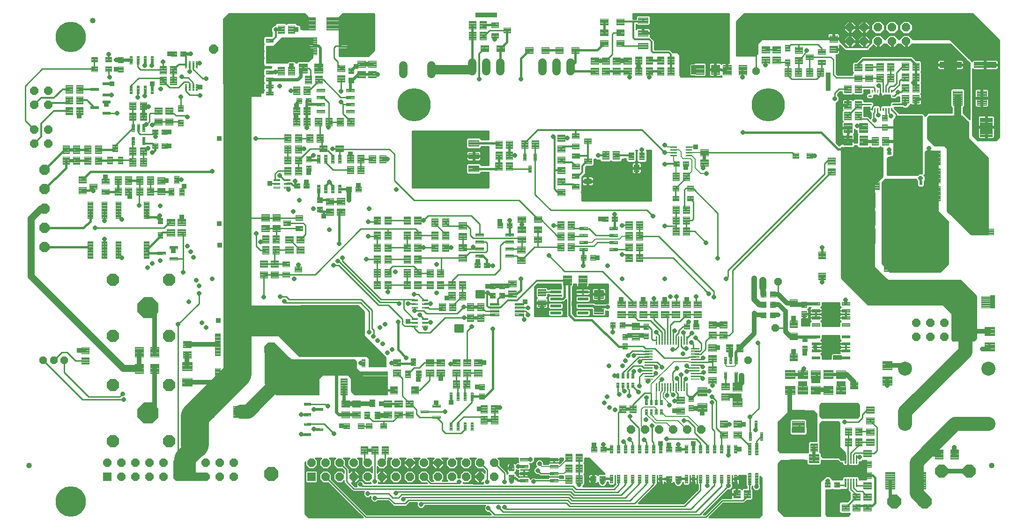
<source format=gtl>
G75*
%MOIN*%
%OFA0B0*%
%FSLAX25Y25*%
%IPPOS*%
%LPD*%
%AMOC8*
5,1,8,0,0,1.08239X$1,22.5*
%
%ADD10OC8,0.07087*%
%ADD11C,0.00378*%
%ADD12C,0.00399*%
%ADD13C,0.00394*%
%ADD14C,0.00409*%
%ADD15C,0.00396*%
%ADD16OC8,0.08600*%
%ADD17OC8,0.15000*%
%ADD18C,0.00406*%
%ADD19OC8,0.05906*%
%ADD20C,0.00400*%
%ADD21C,0.00500*%
%ADD22OC8,0.05315*%
%ADD23OC8,0.10000*%
%ADD24R,0.05906X0.05906*%
%ADD25OC8,0.09693*%
%ADD26C,0.04000*%
%ADD27C,0.00387*%
%ADD28OC8,0.09055*%
%ADD29C,0.00425*%
%ADD30C,0.10000*%
%ADD31C,0.00402*%
%ADD32OC8,0.06496*%
%ADD33C,0.00386*%
%ADD34C,0.00372*%
%ADD35C,0.00100*%
%ADD36C,0.00413*%
%ADD37C,0.00339*%
%ADD38C,0.00362*%
%ADD39C,0.00423*%
%ADD40C,0.00397*%
%ADD41C,0.00408*%
%ADD42C,0.00404*%
%ADD43C,0.06000*%
%ADD44C,0.00405*%
%ADD45C,0.00375*%
%ADD46C,0.23622*%
%ADD47C,0.03200*%
%ADD48OC8,0.03175*%
%ADD49C,0.05000*%
%ADD50C,0.04000*%
%ADD51C,0.01000*%
%ADD52C,0.00800*%
%ADD53C,0.02000*%
%ADD54C,0.01600*%
%ADD55C,0.02400*%
%ADD56C,0.01200*%
%ADD57R,0.03175X0.03175*%
%ADD58C,0.01100*%
%ADD59C,0.10000*%
%ADD60C,0.15000*%
%ADD61C,0.20000*%
%ADD62C,0.21654*%
%ADD63C,0.06600*%
D10*
X0125396Y0837306D03*
X0125396Y0851085D03*
X0125396Y0864865D03*
X0125396Y0878644D03*
X0125396Y0892424D03*
D11*
X0189621Y0765904D02*
X0195541Y0765904D01*
X0195541Y0759196D01*
X0189621Y0759196D01*
X0189621Y0765904D01*
X0189621Y0759573D02*
X0195541Y0759573D01*
X0195541Y0759950D02*
X0189621Y0759950D01*
X0189621Y0760327D02*
X0195541Y0760327D01*
X0195541Y0760704D02*
X0189621Y0760704D01*
X0189621Y0761081D02*
X0195541Y0761081D01*
X0195541Y0761458D02*
X0189621Y0761458D01*
X0189621Y0761835D02*
X0195541Y0761835D01*
X0195541Y0762212D02*
X0189621Y0762212D01*
X0189621Y0762589D02*
X0195541Y0762589D01*
X0195541Y0762966D02*
X0189621Y0762966D01*
X0189621Y0763343D02*
X0195541Y0763343D01*
X0195541Y0763720D02*
X0189621Y0763720D01*
X0189621Y0764097D02*
X0195541Y0764097D01*
X0195541Y0764474D02*
X0189621Y0764474D01*
X0189621Y0764851D02*
X0195541Y0764851D01*
X0195541Y0765228D02*
X0189621Y0765228D01*
X0189621Y0765605D02*
X0195541Y0765605D01*
X0200645Y0765904D02*
X0206565Y0765904D01*
X0206565Y0759196D01*
X0200645Y0759196D01*
X0200645Y0765904D01*
X0200645Y0759573D02*
X0206565Y0759573D01*
X0206565Y0759950D02*
X0200645Y0759950D01*
X0200645Y0760327D02*
X0206565Y0760327D01*
X0206565Y0760704D02*
X0200645Y0760704D01*
X0200645Y0761081D02*
X0206565Y0761081D01*
X0206565Y0761458D02*
X0200645Y0761458D01*
X0200645Y0761835D02*
X0206565Y0761835D01*
X0206565Y0762212D02*
X0200645Y0762212D01*
X0200645Y0762589D02*
X0206565Y0762589D01*
X0206565Y0762966D02*
X0200645Y0762966D01*
X0200645Y0763343D02*
X0206565Y0763343D01*
X0206565Y0763720D02*
X0200645Y0763720D01*
X0200645Y0764097D02*
X0206565Y0764097D01*
X0206565Y0764474D02*
X0200645Y0764474D01*
X0200645Y0764851D02*
X0206565Y0764851D01*
X0206565Y0765228D02*
X0200645Y0765228D01*
X0200645Y0765605D02*
X0206565Y0765605D01*
X0206565Y0747446D02*
X0200645Y0747446D01*
X0200645Y0754154D01*
X0206565Y0754154D01*
X0206565Y0747446D01*
X0206565Y0747823D02*
X0200645Y0747823D01*
X0200645Y0748200D02*
X0206565Y0748200D01*
X0206565Y0748577D02*
X0200645Y0748577D01*
X0200645Y0748954D02*
X0206565Y0748954D01*
X0206565Y0749331D02*
X0200645Y0749331D01*
X0200645Y0749708D02*
X0206565Y0749708D01*
X0206565Y0750085D02*
X0200645Y0750085D01*
X0200645Y0750462D02*
X0206565Y0750462D01*
X0206565Y0750839D02*
X0200645Y0750839D01*
X0200645Y0751216D02*
X0206565Y0751216D01*
X0206565Y0751593D02*
X0200645Y0751593D01*
X0200645Y0751970D02*
X0206565Y0751970D01*
X0206565Y0752347D02*
X0200645Y0752347D01*
X0200645Y0752724D02*
X0206565Y0752724D01*
X0206565Y0753101D02*
X0200645Y0753101D01*
X0200645Y0753478D02*
X0206565Y0753478D01*
X0206565Y0753855D02*
X0200645Y0753855D01*
X0195541Y0747446D02*
X0189621Y0747446D01*
X0189621Y0754154D01*
X0195541Y0754154D01*
X0195541Y0747446D01*
X0195541Y0747823D02*
X0189621Y0747823D01*
X0189621Y0748200D02*
X0195541Y0748200D01*
X0195541Y0748577D02*
X0189621Y0748577D01*
X0189621Y0748954D02*
X0195541Y0748954D01*
X0195541Y0749331D02*
X0189621Y0749331D01*
X0189621Y0749708D02*
X0195541Y0749708D01*
X0195541Y0750085D02*
X0189621Y0750085D01*
X0189621Y0750462D02*
X0195541Y0750462D01*
X0195541Y0750839D02*
X0189621Y0750839D01*
X0189621Y0751216D02*
X0195541Y0751216D01*
X0195541Y0751593D02*
X0189621Y0751593D01*
X0189621Y0751970D02*
X0195541Y0751970D01*
X0195541Y0752347D02*
X0189621Y0752347D01*
X0189621Y0752724D02*
X0195541Y0752724D01*
X0195541Y0753101D02*
X0189621Y0753101D01*
X0189621Y0753478D02*
X0195541Y0753478D01*
X0195541Y0753855D02*
X0189621Y0753855D01*
X0230203Y0755358D02*
X0230203Y0749438D01*
X0223483Y0749438D01*
X0223483Y0755358D01*
X0230203Y0755358D01*
X0230203Y0749815D02*
X0223483Y0749815D01*
X0223483Y0750192D02*
X0230203Y0750192D01*
X0230203Y0750569D02*
X0223483Y0750569D01*
X0223483Y0750946D02*
X0230203Y0750946D01*
X0230203Y0751323D02*
X0223483Y0751323D01*
X0223483Y0751700D02*
X0230203Y0751700D01*
X0230203Y0752077D02*
X0223483Y0752077D01*
X0223483Y0752454D02*
X0230203Y0752454D01*
X0230203Y0752831D02*
X0223483Y0752831D01*
X0223483Y0753208D02*
X0230203Y0753208D01*
X0230203Y0753585D02*
X0223483Y0753585D01*
X0223483Y0753962D02*
X0230203Y0753962D01*
X0230203Y0754339D02*
X0223483Y0754339D01*
X0223483Y0754716D02*
X0230203Y0754716D01*
X0230203Y0755093D02*
X0223483Y0755093D01*
X0230203Y0744162D02*
X0230203Y0738242D01*
X0223483Y0738242D01*
X0223483Y0744162D01*
X0230203Y0744162D01*
X0230203Y0738619D02*
X0223483Y0738619D01*
X0223483Y0738996D02*
X0230203Y0738996D01*
X0230203Y0739373D02*
X0223483Y0739373D01*
X0223483Y0739750D02*
X0230203Y0739750D01*
X0230203Y0740127D02*
X0223483Y0740127D01*
X0223483Y0740504D02*
X0230203Y0740504D01*
X0230203Y0740881D02*
X0223483Y0740881D01*
X0223483Y0741258D02*
X0230203Y0741258D01*
X0230203Y0741635D02*
X0223483Y0741635D01*
X0223483Y0742012D02*
X0230203Y0742012D01*
X0230203Y0742389D02*
X0223483Y0742389D01*
X0223483Y0742766D02*
X0230203Y0742766D01*
X0230203Y0743143D02*
X0223483Y0743143D01*
X0223483Y0743520D02*
X0230203Y0743520D01*
X0230203Y0743897D02*
X0223483Y0743897D01*
X0320946Y0905227D02*
X0326474Y0905227D01*
X0320946Y0905227D02*
X0320946Y0909573D01*
X0326474Y0909573D01*
X0326474Y0905227D01*
X0326474Y0905604D02*
X0320946Y0905604D01*
X0320946Y0905981D02*
X0326474Y0905981D01*
X0326474Y0906358D02*
X0320946Y0906358D01*
X0320946Y0906735D02*
X0326474Y0906735D01*
X0326474Y0907112D02*
X0320946Y0907112D01*
X0320946Y0907489D02*
X0326474Y0907489D01*
X0326474Y0907866D02*
X0320946Y0907866D01*
X0320946Y0908243D02*
X0326474Y0908243D01*
X0326474Y0908620D02*
X0320946Y0908620D01*
X0320946Y0908997D02*
X0326474Y0908997D01*
X0326474Y0909374D02*
X0320946Y0909374D01*
X0332363Y0905227D02*
X0337891Y0905227D01*
X0332363Y0905227D02*
X0332363Y0909573D01*
X0337891Y0909573D01*
X0337891Y0905227D01*
X0337891Y0905604D02*
X0332363Y0905604D01*
X0332363Y0905981D02*
X0337891Y0905981D01*
X0337891Y0906358D02*
X0332363Y0906358D01*
X0332363Y0906735D02*
X0337891Y0906735D01*
X0337891Y0907112D02*
X0332363Y0907112D01*
X0332363Y0907489D02*
X0337891Y0907489D01*
X0337891Y0907866D02*
X0332363Y0907866D01*
X0332363Y0908243D02*
X0337891Y0908243D01*
X0337891Y0908620D02*
X0332363Y0908620D01*
X0332363Y0908997D02*
X0337891Y0908997D01*
X0337891Y0909374D02*
X0332363Y0909374D01*
X0323402Y0968134D02*
X0317482Y0968134D01*
X0323402Y0968134D02*
X0323402Y0961414D01*
X0317482Y0961414D01*
X0317482Y0968134D01*
X0317482Y0961791D02*
X0323402Y0961791D01*
X0323402Y0962168D02*
X0317482Y0962168D01*
X0317482Y0962545D02*
X0323402Y0962545D01*
X0323402Y0962922D02*
X0317482Y0962922D01*
X0317482Y0963299D02*
X0323402Y0963299D01*
X0323402Y0963676D02*
X0317482Y0963676D01*
X0317482Y0964053D02*
X0323402Y0964053D01*
X0323402Y0964430D02*
X0317482Y0964430D01*
X0317482Y0964807D02*
X0323402Y0964807D01*
X0323402Y0965184D02*
X0317482Y0965184D01*
X0317482Y0965561D02*
X0323402Y0965561D01*
X0323402Y0965938D02*
X0317482Y0965938D01*
X0317482Y0966315D02*
X0323402Y0966315D01*
X0323402Y0966692D02*
X0317482Y0966692D01*
X0317482Y0967069D02*
X0323402Y0967069D01*
X0323402Y0967446D02*
X0317482Y0967446D01*
X0317482Y0967823D02*
X0323402Y0967823D01*
X0312205Y0968134D02*
X0306285Y0968134D01*
X0312205Y0968134D02*
X0312205Y0961414D01*
X0306285Y0961414D01*
X0306285Y0968134D01*
X0306285Y0961791D02*
X0312205Y0961791D01*
X0312205Y0962168D02*
X0306285Y0962168D01*
X0306285Y0962545D02*
X0312205Y0962545D01*
X0312205Y0962922D02*
X0306285Y0962922D01*
X0306285Y0963299D02*
X0312205Y0963299D01*
X0312205Y0963676D02*
X0306285Y0963676D01*
X0306285Y0964053D02*
X0312205Y0964053D01*
X0312205Y0964430D02*
X0306285Y0964430D01*
X0306285Y0964807D02*
X0312205Y0964807D01*
X0312205Y0965184D02*
X0306285Y0965184D01*
X0306285Y0965561D02*
X0312205Y0965561D01*
X0312205Y0965938D02*
X0306285Y0965938D01*
X0306285Y0966315D02*
X0312205Y0966315D01*
X0312205Y0966692D02*
X0306285Y0966692D01*
X0306285Y0967069D02*
X0312205Y0967069D01*
X0312205Y0967446D02*
X0306285Y0967446D01*
X0306285Y0967823D02*
X0312205Y0967823D01*
X0308797Y1001185D02*
X0317867Y1001185D01*
X0317867Y0992115D01*
X0308797Y0992115D01*
X0308797Y1001185D01*
X0308797Y0992492D02*
X0317867Y0992492D01*
X0317867Y0992869D02*
X0308797Y0992869D01*
X0308797Y0993246D02*
X0317867Y0993246D01*
X0317867Y0993623D02*
X0308797Y0993623D01*
X0308797Y0994000D02*
X0317867Y0994000D01*
X0317867Y0994377D02*
X0308797Y0994377D01*
X0308797Y0994754D02*
X0317867Y0994754D01*
X0317867Y0995131D02*
X0308797Y0995131D01*
X0308797Y0995508D02*
X0317867Y0995508D01*
X0317867Y0995885D02*
X0308797Y0995885D01*
X0308797Y0996262D02*
X0317867Y0996262D01*
X0317867Y0996639D02*
X0308797Y0996639D01*
X0308797Y0997016D02*
X0317867Y0997016D01*
X0317867Y0997393D02*
X0308797Y0997393D01*
X0308797Y0997770D02*
X0317867Y0997770D01*
X0317867Y0998147D02*
X0308797Y0998147D01*
X0308797Y0998524D02*
X0317867Y0998524D01*
X0317867Y0998901D02*
X0308797Y0998901D01*
X0308797Y0999278D02*
X0317867Y0999278D01*
X0317867Y0999655D02*
X0308797Y0999655D01*
X0308797Y1000032D02*
X0317867Y1000032D01*
X0317867Y1000409D02*
X0308797Y1000409D01*
X0308797Y1000786D02*
X0317867Y1000786D01*
X0317867Y1001163D02*
X0308797Y1001163D01*
X0326120Y1001185D02*
X0335190Y1001185D01*
X0335190Y0992115D01*
X0326120Y0992115D01*
X0326120Y1001185D01*
X0326120Y0992492D02*
X0335190Y0992492D01*
X0335190Y0992869D02*
X0326120Y0992869D01*
X0326120Y0993246D02*
X0335190Y0993246D01*
X0335190Y0993623D02*
X0326120Y0993623D01*
X0326120Y0994000D02*
X0335190Y0994000D01*
X0335190Y0994377D02*
X0326120Y0994377D01*
X0326120Y0994754D02*
X0335190Y0994754D01*
X0335190Y0995131D02*
X0326120Y0995131D01*
X0326120Y0995508D02*
X0335190Y0995508D01*
X0335190Y0995885D02*
X0326120Y0995885D01*
X0326120Y0996262D02*
X0335190Y0996262D01*
X0335190Y0996639D02*
X0326120Y0996639D01*
X0326120Y0997016D02*
X0335190Y0997016D01*
X0335190Y0997393D02*
X0326120Y0997393D01*
X0326120Y0997770D02*
X0335190Y0997770D01*
X0335190Y0998147D02*
X0326120Y0998147D01*
X0326120Y0998524D02*
X0335190Y0998524D01*
X0335190Y0998901D02*
X0326120Y0998901D01*
X0326120Y0999278D02*
X0335190Y0999278D01*
X0335190Y0999655D02*
X0326120Y0999655D01*
X0326120Y1000032D02*
X0335190Y1000032D01*
X0335190Y1000409D02*
X0326120Y1000409D01*
X0326120Y1000786D02*
X0335190Y1000786D01*
X0335190Y1001163D02*
X0326120Y1001163D01*
X0435671Y0976551D02*
X0441199Y0976551D01*
X0435671Y0976551D02*
X0435671Y0980897D01*
X0441199Y0980897D01*
X0441199Y0976551D01*
X0441199Y0976928D02*
X0435671Y0976928D01*
X0435671Y0977305D02*
X0441199Y0977305D01*
X0441199Y0977682D02*
X0435671Y0977682D01*
X0435671Y0978059D02*
X0441199Y0978059D01*
X0441199Y0978436D02*
X0435671Y0978436D01*
X0435671Y0978813D02*
X0441199Y0978813D01*
X0441199Y0979190D02*
X0435671Y0979190D01*
X0435671Y0979567D02*
X0441199Y0979567D01*
X0441199Y0979944D02*
X0435671Y0979944D01*
X0435671Y0980321D02*
X0441199Y0980321D01*
X0441199Y0980698D02*
X0435671Y0980698D01*
X0447088Y0976551D02*
X0452616Y0976551D01*
X0447088Y0976551D02*
X0447088Y0980897D01*
X0452616Y0980897D01*
X0452616Y0976551D01*
X0452616Y0976928D02*
X0447088Y0976928D01*
X0447088Y0977305D02*
X0452616Y0977305D01*
X0452616Y0977682D02*
X0447088Y0977682D01*
X0447088Y0978059D02*
X0452616Y0978059D01*
X0452616Y0978436D02*
X0447088Y0978436D01*
X0447088Y0978813D02*
X0452616Y0978813D01*
X0452616Y0979190D02*
X0447088Y0979190D01*
X0447088Y0979567D02*
X0452616Y0979567D01*
X0452616Y0979944D02*
X0447088Y0979944D01*
X0447088Y0980321D02*
X0452616Y0980321D01*
X0452616Y0980698D02*
X0447088Y0980698D01*
X0467471Y0979798D02*
X0472999Y0979798D01*
X0472999Y0975452D01*
X0467471Y0975452D01*
X0467471Y0979798D01*
X0467471Y0975829D02*
X0472999Y0975829D01*
X0472999Y0976206D02*
X0467471Y0976206D01*
X0467471Y0976583D02*
X0472999Y0976583D01*
X0472999Y0976960D02*
X0467471Y0976960D01*
X0467471Y0977337D02*
X0472999Y0977337D01*
X0472999Y0977714D02*
X0467471Y0977714D01*
X0467471Y0978091D02*
X0472999Y0978091D01*
X0472999Y0978468D02*
X0467471Y0978468D01*
X0467471Y0978845D02*
X0472999Y0978845D01*
X0472999Y0979222D02*
X0467471Y0979222D01*
X0467471Y0979599D02*
X0472999Y0979599D01*
X0478888Y0979798D02*
X0484416Y0979798D01*
X0484416Y0975452D01*
X0478888Y0975452D01*
X0478888Y0979798D01*
X0478888Y0975829D02*
X0484416Y0975829D01*
X0484416Y0976206D02*
X0478888Y0976206D01*
X0478888Y0976583D02*
X0484416Y0976583D01*
X0484416Y0976960D02*
X0478888Y0976960D01*
X0478888Y0977337D02*
X0484416Y0977337D01*
X0484416Y0977714D02*
X0478888Y0977714D01*
X0478888Y0978091D02*
X0484416Y0978091D01*
X0484416Y0978468D02*
X0478888Y0978468D01*
X0478888Y0978845D02*
X0484416Y0978845D01*
X0484416Y0979222D02*
X0478888Y0979222D01*
X0478888Y0979599D02*
X0484416Y0979599D01*
X0488871Y0975452D02*
X0494399Y0975452D01*
X0488871Y0975452D02*
X0488871Y0979798D01*
X0494399Y0979798D01*
X0494399Y0975452D01*
X0494399Y0975829D02*
X0488871Y0975829D01*
X0488871Y0976206D02*
X0494399Y0976206D01*
X0494399Y0976583D02*
X0488871Y0976583D01*
X0488871Y0976960D02*
X0494399Y0976960D01*
X0494399Y0977337D02*
X0488871Y0977337D01*
X0488871Y0977714D02*
X0494399Y0977714D01*
X0494399Y0978091D02*
X0488871Y0978091D01*
X0488871Y0978468D02*
X0494399Y0978468D01*
X0494399Y0978845D02*
X0488871Y0978845D01*
X0488871Y0979222D02*
X0494399Y0979222D01*
X0494399Y0979599D02*
X0488871Y0979599D01*
X0500288Y0975452D02*
X0505816Y0975452D01*
X0500288Y0975452D02*
X0500288Y0979798D01*
X0505816Y0979798D01*
X0505816Y0975452D01*
X0505816Y0975829D02*
X0500288Y0975829D01*
X0500288Y0976206D02*
X0505816Y0976206D01*
X0505816Y0976583D02*
X0500288Y0976583D01*
X0500288Y0976960D02*
X0505816Y0976960D01*
X0505816Y0977337D02*
X0500288Y0977337D01*
X0500288Y0977714D02*
X0505816Y0977714D01*
X0505816Y0978091D02*
X0500288Y0978091D01*
X0500288Y0978468D02*
X0505816Y0978468D01*
X0505816Y0978845D02*
X0500288Y0978845D01*
X0500288Y0979222D02*
X0505816Y0979222D01*
X0505816Y0979599D02*
X0500288Y0979599D01*
X0520796Y0980477D02*
X0526324Y0980477D01*
X0520796Y0980477D02*
X0520796Y0984823D01*
X0526324Y0984823D01*
X0526324Y0980477D01*
X0526324Y0980854D02*
X0520796Y0980854D01*
X0520796Y0981231D02*
X0526324Y0981231D01*
X0526324Y0981608D02*
X0520796Y0981608D01*
X0520796Y0981985D02*
X0526324Y0981985D01*
X0526324Y0982362D02*
X0520796Y0982362D01*
X0520796Y0982739D02*
X0526324Y0982739D01*
X0526324Y0983116D02*
X0520796Y0983116D01*
X0520796Y0983493D02*
X0526324Y0983493D01*
X0526324Y0983870D02*
X0520796Y0983870D01*
X0520796Y0984247D02*
X0526324Y0984247D01*
X0526324Y0984624D02*
X0520796Y0984624D01*
X0520796Y0987977D02*
X0526324Y0987977D01*
X0520796Y0987977D02*
X0520796Y0992323D01*
X0526324Y0992323D01*
X0526324Y0987977D01*
X0526324Y0988354D02*
X0520796Y0988354D01*
X0520796Y0988731D02*
X0526324Y0988731D01*
X0526324Y0989108D02*
X0520796Y0989108D01*
X0520796Y0989485D02*
X0526324Y0989485D01*
X0526324Y0989862D02*
X0520796Y0989862D01*
X0520796Y0990239D02*
X0526324Y0990239D01*
X0526324Y0990616D02*
X0520796Y0990616D01*
X0520796Y0990993D02*
X0526324Y0990993D01*
X0526324Y0991370D02*
X0520796Y0991370D01*
X0520796Y0991747D02*
X0526324Y0991747D01*
X0526324Y0992124D02*
X0520796Y0992124D01*
X0520796Y0995727D02*
X0526324Y0995727D01*
X0520796Y0995727D02*
X0520796Y1000073D01*
X0526324Y1000073D01*
X0526324Y0995727D01*
X0526324Y0996104D02*
X0520796Y0996104D01*
X0520796Y0996481D02*
X0526324Y0996481D01*
X0526324Y0996858D02*
X0520796Y0996858D01*
X0520796Y0997235D02*
X0526324Y0997235D01*
X0526324Y0997612D02*
X0520796Y0997612D01*
X0520796Y0997989D02*
X0526324Y0997989D01*
X0526324Y0998366D02*
X0520796Y0998366D01*
X0520796Y0998743D02*
X0526324Y0998743D01*
X0526324Y0999120D02*
X0520796Y0999120D01*
X0520796Y0999497D02*
X0526324Y0999497D01*
X0526324Y0999874D02*
X0520796Y0999874D01*
X0532213Y0995727D02*
X0537741Y0995727D01*
X0532213Y0995727D02*
X0532213Y1000073D01*
X0537741Y1000073D01*
X0537741Y0995727D01*
X0537741Y0996104D02*
X0532213Y0996104D01*
X0532213Y0996481D02*
X0537741Y0996481D01*
X0537741Y0996858D02*
X0532213Y0996858D01*
X0532213Y0997235D02*
X0537741Y0997235D01*
X0537741Y0997612D02*
X0532213Y0997612D01*
X0532213Y0997989D02*
X0537741Y0997989D01*
X0537741Y0998366D02*
X0532213Y0998366D01*
X0532213Y0998743D02*
X0537741Y0998743D01*
X0537741Y0999120D02*
X0532213Y0999120D01*
X0532213Y0999497D02*
X0537741Y0999497D01*
X0537741Y0999874D02*
X0532213Y0999874D01*
X0532213Y0987977D02*
X0537741Y0987977D01*
X0532213Y0987977D02*
X0532213Y0992323D01*
X0537741Y0992323D01*
X0537741Y0987977D01*
X0537741Y0988354D02*
X0532213Y0988354D01*
X0532213Y0988731D02*
X0537741Y0988731D01*
X0537741Y0989108D02*
X0532213Y0989108D01*
X0532213Y0989485D02*
X0537741Y0989485D01*
X0537741Y0989862D02*
X0532213Y0989862D01*
X0532213Y0990239D02*
X0537741Y0990239D01*
X0537741Y0990616D02*
X0532213Y0990616D01*
X0532213Y0990993D02*
X0537741Y0990993D01*
X0537741Y0991370D02*
X0532213Y0991370D01*
X0532213Y0991747D02*
X0537741Y0991747D01*
X0537741Y0992124D02*
X0532213Y0992124D01*
X0532213Y0980477D02*
X0537741Y0980477D01*
X0532213Y0980477D02*
X0532213Y0984823D01*
X0537741Y0984823D01*
X0537741Y0980477D01*
X0537741Y0980854D02*
X0532213Y0980854D01*
X0532213Y0981231D02*
X0537741Y0981231D01*
X0537741Y0981608D02*
X0532213Y0981608D01*
X0532213Y0981985D02*
X0537741Y0981985D01*
X0537741Y0982362D02*
X0532213Y0982362D01*
X0532213Y0982739D02*
X0537741Y0982739D01*
X0537741Y0983116D02*
X0532213Y0983116D01*
X0532213Y0983493D02*
X0537741Y0983493D01*
X0537741Y0983870D02*
X0532213Y0983870D01*
X0532213Y0984247D02*
X0537741Y0984247D01*
X0537741Y0984624D02*
X0532213Y0984624D01*
X0588671Y0967129D02*
X0594591Y0967129D01*
X0594591Y0960421D01*
X0588671Y0960421D01*
X0588671Y0967129D01*
X0588671Y0960798D02*
X0594591Y0960798D01*
X0594591Y0961175D02*
X0588671Y0961175D01*
X0588671Y0961552D02*
X0594591Y0961552D01*
X0594591Y0961929D02*
X0588671Y0961929D01*
X0588671Y0962306D02*
X0594591Y0962306D01*
X0594591Y0962683D02*
X0588671Y0962683D01*
X0588671Y0963060D02*
X0594591Y0963060D01*
X0594591Y0963437D02*
X0588671Y0963437D01*
X0588671Y0963814D02*
X0594591Y0963814D01*
X0594591Y0964191D02*
X0588671Y0964191D01*
X0588671Y0964568D02*
X0594591Y0964568D01*
X0594591Y0964945D02*
X0588671Y0964945D01*
X0588671Y0965322D02*
X0594591Y0965322D01*
X0594591Y0965699D02*
X0588671Y0965699D01*
X0588671Y0966076D02*
X0594591Y0966076D01*
X0594591Y0966453D02*
X0588671Y0966453D01*
X0588671Y0966830D02*
X0594591Y0966830D01*
X0599695Y0967129D02*
X0605615Y0967129D01*
X0605615Y0960421D01*
X0599695Y0960421D01*
X0599695Y0967129D01*
X0599695Y0960798D02*
X0605615Y0960798D01*
X0605615Y0961175D02*
X0599695Y0961175D01*
X0599695Y0961552D02*
X0605615Y0961552D01*
X0605615Y0961929D02*
X0599695Y0961929D01*
X0599695Y0962306D02*
X0605615Y0962306D01*
X0605615Y0962683D02*
X0599695Y0962683D01*
X0599695Y0963060D02*
X0605615Y0963060D01*
X0605615Y0963437D02*
X0599695Y0963437D01*
X0599695Y0963814D02*
X0605615Y0963814D01*
X0605615Y0964191D02*
X0599695Y0964191D01*
X0599695Y0964568D02*
X0605615Y0964568D01*
X0605615Y0964945D02*
X0599695Y0964945D01*
X0599695Y0965322D02*
X0605615Y0965322D01*
X0605615Y0965699D02*
X0599695Y0965699D01*
X0599695Y0966076D02*
X0605615Y0966076D01*
X0605615Y0966453D02*
X0599695Y0966453D01*
X0599695Y0966830D02*
X0605615Y0966830D01*
X0608060Y0966910D02*
X0613980Y0966910D01*
X0613980Y0960190D01*
X0608060Y0960190D01*
X0608060Y0966910D01*
X0608060Y0960567D02*
X0613980Y0960567D01*
X0613980Y0960944D02*
X0608060Y0960944D01*
X0608060Y0961321D02*
X0613980Y0961321D01*
X0613980Y0961698D02*
X0608060Y0961698D01*
X0608060Y0962075D02*
X0613980Y0962075D01*
X0613980Y0962452D02*
X0608060Y0962452D01*
X0608060Y0962829D02*
X0613980Y0962829D01*
X0613980Y0963206D02*
X0608060Y0963206D01*
X0608060Y0963583D02*
X0613980Y0963583D01*
X0613980Y0963960D02*
X0608060Y0963960D01*
X0608060Y0964337D02*
X0613980Y0964337D01*
X0613980Y0964714D02*
X0608060Y0964714D01*
X0608060Y0965091D02*
X0613980Y0965091D01*
X0613980Y0965468D02*
X0608060Y0965468D01*
X0608060Y0965845D02*
X0613980Y0965845D01*
X0613980Y0966222D02*
X0608060Y0966222D01*
X0608060Y0966599D02*
X0613980Y0966599D01*
X0619257Y0966910D02*
X0625177Y0966910D01*
X0625177Y0960190D01*
X0619257Y0960190D01*
X0619257Y0966910D01*
X0619257Y0960567D02*
X0625177Y0960567D01*
X0625177Y0960944D02*
X0619257Y0960944D01*
X0619257Y0961321D02*
X0625177Y0961321D01*
X0625177Y0961698D02*
X0619257Y0961698D01*
X0619257Y0962075D02*
X0625177Y0962075D01*
X0625177Y0962452D02*
X0619257Y0962452D01*
X0619257Y0962829D02*
X0625177Y0962829D01*
X0625177Y0963206D02*
X0619257Y0963206D01*
X0619257Y0963583D02*
X0625177Y0963583D01*
X0625177Y0963960D02*
X0619257Y0963960D01*
X0619257Y0964337D02*
X0625177Y0964337D01*
X0625177Y0964714D02*
X0619257Y0964714D01*
X0619257Y0965091D02*
X0625177Y0965091D01*
X0625177Y0965468D02*
X0619257Y0965468D01*
X0619257Y0965845D02*
X0625177Y0965845D01*
X0625177Y0966222D02*
X0619257Y0966222D01*
X0619257Y0966599D02*
X0625177Y0966599D01*
X0694121Y0918946D02*
X0700041Y0918946D01*
X0694121Y0918946D02*
X0694121Y0925654D01*
X0700041Y0925654D01*
X0700041Y0918946D01*
X0700041Y0919323D02*
X0694121Y0919323D01*
X0694121Y0919700D02*
X0700041Y0919700D01*
X0700041Y0920077D02*
X0694121Y0920077D01*
X0694121Y0920454D02*
X0700041Y0920454D01*
X0700041Y0920831D02*
X0694121Y0920831D01*
X0694121Y0921208D02*
X0700041Y0921208D01*
X0700041Y0921585D02*
X0694121Y0921585D01*
X0694121Y0921962D02*
X0700041Y0921962D01*
X0700041Y0922339D02*
X0694121Y0922339D01*
X0694121Y0922716D02*
X0700041Y0922716D01*
X0700041Y0923093D02*
X0694121Y0923093D01*
X0694121Y0923470D02*
X0700041Y0923470D01*
X0700041Y0923847D02*
X0694121Y0923847D01*
X0694121Y0924224D02*
X0700041Y0924224D01*
X0700041Y0924601D02*
X0694121Y0924601D01*
X0694121Y0924978D02*
X0700041Y0924978D01*
X0700041Y0925355D02*
X0694121Y0925355D01*
X0694035Y0909940D02*
X0699955Y0909940D01*
X0694035Y0909940D02*
X0694035Y0916660D01*
X0699955Y0916660D01*
X0699955Y0909940D01*
X0699955Y0910317D02*
X0694035Y0910317D01*
X0694035Y0910694D02*
X0699955Y0910694D01*
X0699955Y0911071D02*
X0694035Y0911071D01*
X0694035Y0911448D02*
X0699955Y0911448D01*
X0699955Y0911825D02*
X0694035Y0911825D01*
X0694035Y0912202D02*
X0699955Y0912202D01*
X0699955Y0912579D02*
X0694035Y0912579D01*
X0694035Y0912956D02*
X0699955Y0912956D01*
X0699955Y0913333D02*
X0694035Y0913333D01*
X0694035Y0913710D02*
X0699955Y0913710D01*
X0699955Y0914087D02*
X0694035Y0914087D01*
X0694035Y0914464D02*
X0699955Y0914464D01*
X0699955Y0914841D02*
X0694035Y0914841D01*
X0694035Y0915218D02*
X0699955Y0915218D01*
X0699955Y0915595D02*
X0694035Y0915595D01*
X0694035Y0915972D02*
X0699955Y0915972D01*
X0699955Y0916349D02*
X0694035Y0916349D01*
X0705232Y0909940D02*
X0711152Y0909940D01*
X0705232Y0909940D02*
X0705232Y0916660D01*
X0711152Y0916660D01*
X0711152Y0909940D01*
X0711152Y0910317D02*
X0705232Y0910317D01*
X0705232Y0910694D02*
X0711152Y0910694D01*
X0711152Y0911071D02*
X0705232Y0911071D01*
X0705232Y0911448D02*
X0711152Y0911448D01*
X0711152Y0911825D02*
X0705232Y0911825D01*
X0705232Y0912202D02*
X0711152Y0912202D01*
X0711152Y0912579D02*
X0705232Y0912579D01*
X0705232Y0912956D02*
X0711152Y0912956D01*
X0711152Y0913333D02*
X0705232Y0913333D01*
X0705232Y0913710D02*
X0711152Y0913710D01*
X0711152Y0914087D02*
X0705232Y0914087D01*
X0705232Y0914464D02*
X0711152Y0914464D01*
X0711152Y0914841D02*
X0705232Y0914841D01*
X0705232Y0915218D02*
X0711152Y0915218D01*
X0711152Y0915595D02*
X0705232Y0915595D01*
X0705232Y0915972D02*
X0711152Y0915972D01*
X0711152Y0916349D02*
X0705232Y0916349D01*
X0705145Y0918946D02*
X0711065Y0918946D01*
X0705145Y0918946D02*
X0705145Y0925654D01*
X0711065Y0925654D01*
X0711065Y0918946D01*
X0711065Y0919323D02*
X0705145Y0919323D01*
X0705145Y0919700D02*
X0711065Y0919700D01*
X0711065Y0920077D02*
X0705145Y0920077D01*
X0705145Y0920454D02*
X0711065Y0920454D01*
X0711065Y0920831D02*
X0705145Y0920831D01*
X0705145Y0921208D02*
X0711065Y0921208D01*
X0711065Y0921585D02*
X0705145Y0921585D01*
X0705145Y0921962D02*
X0711065Y0921962D01*
X0711065Y0922339D02*
X0705145Y0922339D01*
X0705145Y0922716D02*
X0711065Y0922716D01*
X0711065Y0923093D02*
X0705145Y0923093D01*
X0705145Y0923470D02*
X0711065Y0923470D01*
X0711065Y0923847D02*
X0705145Y0923847D01*
X0705145Y0924224D02*
X0711065Y0924224D01*
X0711065Y0924601D02*
X0705145Y0924601D01*
X0705145Y0924978D02*
X0711065Y0924978D01*
X0711065Y0925355D02*
X0705145Y0925355D01*
X0710371Y0865674D02*
X0716291Y0865674D01*
X0710371Y0865674D02*
X0710371Y0875926D01*
X0716291Y0875926D01*
X0716291Y0865674D01*
X0716291Y0866051D02*
X0710371Y0866051D01*
X0710371Y0866428D02*
X0716291Y0866428D01*
X0716291Y0866805D02*
X0710371Y0866805D01*
X0710371Y0867182D02*
X0716291Y0867182D01*
X0716291Y0867559D02*
X0710371Y0867559D01*
X0710371Y0867936D02*
X0716291Y0867936D01*
X0716291Y0868313D02*
X0710371Y0868313D01*
X0710371Y0868690D02*
X0716291Y0868690D01*
X0716291Y0869067D02*
X0710371Y0869067D01*
X0710371Y0869444D02*
X0716291Y0869444D01*
X0716291Y0869821D02*
X0710371Y0869821D01*
X0710371Y0870198D02*
X0716291Y0870198D01*
X0716291Y0870575D02*
X0710371Y0870575D01*
X0710371Y0870952D02*
X0716291Y0870952D01*
X0716291Y0871329D02*
X0710371Y0871329D01*
X0710371Y0871706D02*
X0716291Y0871706D01*
X0716291Y0872083D02*
X0710371Y0872083D01*
X0710371Y0872460D02*
X0716291Y0872460D01*
X0716291Y0872837D02*
X0710371Y0872837D01*
X0710371Y0873214D02*
X0716291Y0873214D01*
X0716291Y0873591D02*
X0710371Y0873591D01*
X0710371Y0873968D02*
X0716291Y0873968D01*
X0716291Y0874345D02*
X0710371Y0874345D01*
X0710371Y0874722D02*
X0716291Y0874722D01*
X0716291Y0875099D02*
X0710371Y0875099D01*
X0710371Y0875476D02*
X0716291Y0875476D01*
X0716291Y0875853D02*
X0710371Y0875853D01*
X0710371Y0852924D02*
X0716291Y0852924D01*
X0710371Y0852924D02*
X0710371Y0863176D01*
X0716291Y0863176D01*
X0716291Y0852924D01*
X0716291Y0853301D02*
X0710371Y0853301D01*
X0710371Y0853678D02*
X0716291Y0853678D01*
X0716291Y0854055D02*
X0710371Y0854055D01*
X0710371Y0854432D02*
X0716291Y0854432D01*
X0716291Y0854809D02*
X0710371Y0854809D01*
X0710371Y0855186D02*
X0716291Y0855186D01*
X0716291Y0855563D02*
X0710371Y0855563D01*
X0710371Y0855940D02*
X0716291Y0855940D01*
X0716291Y0856317D02*
X0710371Y0856317D01*
X0710371Y0856694D02*
X0716291Y0856694D01*
X0716291Y0857071D02*
X0710371Y0857071D01*
X0710371Y0857448D02*
X0716291Y0857448D01*
X0716291Y0857825D02*
X0710371Y0857825D01*
X0710371Y0858202D02*
X0716291Y0858202D01*
X0716291Y0858579D02*
X0710371Y0858579D01*
X0710371Y0858956D02*
X0716291Y0858956D01*
X0716291Y0859333D02*
X0710371Y0859333D01*
X0710371Y0859710D02*
X0716291Y0859710D01*
X0716291Y0860087D02*
X0710371Y0860087D01*
X0710371Y0860464D02*
X0716291Y0860464D01*
X0716291Y0860841D02*
X0710371Y0860841D01*
X0710371Y0861218D02*
X0716291Y0861218D01*
X0716291Y0861595D02*
X0710371Y0861595D01*
X0710371Y0861972D02*
X0716291Y0861972D01*
X0716291Y0862349D02*
X0710371Y0862349D01*
X0710371Y0862726D02*
X0716291Y0862726D01*
X0716291Y0863103D02*
X0710371Y0863103D01*
X0721395Y0852924D02*
X0727315Y0852924D01*
X0721395Y0852924D02*
X0721395Y0863176D01*
X0727315Y0863176D01*
X0727315Y0852924D01*
X0727315Y0853301D02*
X0721395Y0853301D01*
X0721395Y0853678D02*
X0727315Y0853678D01*
X0727315Y0854055D02*
X0721395Y0854055D01*
X0721395Y0854432D02*
X0727315Y0854432D01*
X0727315Y0854809D02*
X0721395Y0854809D01*
X0721395Y0855186D02*
X0727315Y0855186D01*
X0727315Y0855563D02*
X0721395Y0855563D01*
X0721395Y0855940D02*
X0727315Y0855940D01*
X0727315Y0856317D02*
X0721395Y0856317D01*
X0721395Y0856694D02*
X0727315Y0856694D01*
X0727315Y0857071D02*
X0721395Y0857071D01*
X0721395Y0857448D02*
X0727315Y0857448D01*
X0727315Y0857825D02*
X0721395Y0857825D01*
X0721395Y0858202D02*
X0727315Y0858202D01*
X0727315Y0858579D02*
X0721395Y0858579D01*
X0721395Y0858956D02*
X0727315Y0858956D01*
X0727315Y0859333D02*
X0721395Y0859333D01*
X0721395Y0859710D02*
X0727315Y0859710D01*
X0727315Y0860087D02*
X0721395Y0860087D01*
X0721395Y0860464D02*
X0727315Y0860464D01*
X0727315Y0860841D02*
X0721395Y0860841D01*
X0721395Y0861218D02*
X0727315Y0861218D01*
X0727315Y0861595D02*
X0721395Y0861595D01*
X0721395Y0861972D02*
X0727315Y0861972D01*
X0727315Y0862349D02*
X0721395Y0862349D01*
X0721395Y0862726D02*
X0727315Y0862726D01*
X0727315Y0863103D02*
X0721395Y0863103D01*
X0721395Y0865674D02*
X0727315Y0865674D01*
X0721395Y0865674D02*
X0721395Y0875926D01*
X0727315Y0875926D01*
X0727315Y0865674D01*
X0727315Y0866051D02*
X0721395Y0866051D01*
X0721395Y0866428D02*
X0727315Y0866428D01*
X0727315Y0866805D02*
X0721395Y0866805D01*
X0721395Y0867182D02*
X0727315Y0867182D01*
X0727315Y0867559D02*
X0721395Y0867559D01*
X0721395Y0867936D02*
X0727315Y0867936D01*
X0727315Y0868313D02*
X0721395Y0868313D01*
X0721395Y0868690D02*
X0727315Y0868690D01*
X0727315Y0869067D02*
X0721395Y0869067D01*
X0721395Y0869444D02*
X0727315Y0869444D01*
X0727315Y0869821D02*
X0721395Y0869821D01*
X0721395Y0870198D02*
X0727315Y0870198D01*
X0727315Y0870575D02*
X0721395Y0870575D01*
X0721395Y0870952D02*
X0727315Y0870952D01*
X0727315Y0871329D02*
X0721395Y0871329D01*
X0721395Y0871706D02*
X0727315Y0871706D01*
X0727315Y0872083D02*
X0721395Y0872083D01*
X0721395Y0872460D02*
X0727315Y0872460D01*
X0727315Y0872837D02*
X0721395Y0872837D01*
X0721395Y0873214D02*
X0727315Y0873214D01*
X0727315Y0873591D02*
X0721395Y0873591D01*
X0721395Y0873968D02*
X0727315Y0873968D01*
X0727315Y0874345D02*
X0721395Y0874345D01*
X0721395Y0874722D02*
X0727315Y0874722D01*
X0727315Y0875099D02*
X0721395Y0875099D01*
X0721395Y0875476D02*
X0727315Y0875476D01*
X0727315Y0875853D02*
X0721395Y0875853D01*
X0721395Y0840174D02*
X0727315Y0840174D01*
X0721395Y0840174D02*
X0721395Y0850426D01*
X0727315Y0850426D01*
X0727315Y0840174D01*
X0727315Y0840551D02*
X0721395Y0840551D01*
X0721395Y0840928D02*
X0727315Y0840928D01*
X0727315Y0841305D02*
X0721395Y0841305D01*
X0721395Y0841682D02*
X0727315Y0841682D01*
X0727315Y0842059D02*
X0721395Y0842059D01*
X0721395Y0842436D02*
X0727315Y0842436D01*
X0727315Y0842813D02*
X0721395Y0842813D01*
X0721395Y0843190D02*
X0727315Y0843190D01*
X0727315Y0843567D02*
X0721395Y0843567D01*
X0721395Y0843944D02*
X0727315Y0843944D01*
X0727315Y0844321D02*
X0721395Y0844321D01*
X0721395Y0844698D02*
X0727315Y0844698D01*
X0727315Y0845075D02*
X0721395Y0845075D01*
X0721395Y0845452D02*
X0727315Y0845452D01*
X0727315Y0845829D02*
X0721395Y0845829D01*
X0721395Y0846206D02*
X0727315Y0846206D01*
X0727315Y0846583D02*
X0721395Y0846583D01*
X0721395Y0846960D02*
X0727315Y0846960D01*
X0727315Y0847337D02*
X0721395Y0847337D01*
X0721395Y0847714D02*
X0727315Y0847714D01*
X0727315Y0848091D02*
X0721395Y0848091D01*
X0721395Y0848468D02*
X0727315Y0848468D01*
X0727315Y0848845D02*
X0721395Y0848845D01*
X0721395Y0849222D02*
X0727315Y0849222D01*
X0727315Y0849599D02*
X0721395Y0849599D01*
X0721395Y0849976D02*
X0727315Y0849976D01*
X0727315Y0850353D02*
X0721395Y0850353D01*
X0716291Y0840174D02*
X0710371Y0840174D01*
X0710371Y0850426D01*
X0716291Y0850426D01*
X0716291Y0840174D01*
X0716291Y0840551D02*
X0710371Y0840551D01*
X0710371Y0840928D02*
X0716291Y0840928D01*
X0716291Y0841305D02*
X0710371Y0841305D01*
X0710371Y0841682D02*
X0716291Y0841682D01*
X0716291Y0842059D02*
X0710371Y0842059D01*
X0710371Y0842436D02*
X0716291Y0842436D01*
X0716291Y0842813D02*
X0710371Y0842813D01*
X0710371Y0843190D02*
X0716291Y0843190D01*
X0716291Y0843567D02*
X0710371Y0843567D01*
X0710371Y0843944D02*
X0716291Y0843944D01*
X0716291Y0844321D02*
X0710371Y0844321D01*
X0710371Y0844698D02*
X0716291Y0844698D01*
X0716291Y0845075D02*
X0710371Y0845075D01*
X0710371Y0845452D02*
X0716291Y0845452D01*
X0716291Y0845829D02*
X0710371Y0845829D01*
X0710371Y0846206D02*
X0716291Y0846206D01*
X0716291Y0846583D02*
X0710371Y0846583D01*
X0710371Y0846960D02*
X0716291Y0846960D01*
X0716291Y0847337D02*
X0710371Y0847337D01*
X0710371Y0847714D02*
X0716291Y0847714D01*
X0716291Y0848091D02*
X0710371Y0848091D01*
X0710371Y0848468D02*
X0716291Y0848468D01*
X0716291Y0848845D02*
X0710371Y0848845D01*
X0710371Y0849222D02*
X0716291Y0849222D01*
X0716291Y0849599D02*
X0710371Y0849599D01*
X0710371Y0849976D02*
X0716291Y0849976D01*
X0716291Y0850353D02*
X0710371Y0850353D01*
X0756621Y0880676D02*
X0762541Y0880676D01*
X0762541Y0870424D01*
X0756621Y0870424D01*
X0756621Y0880676D01*
X0756621Y0870801D02*
X0762541Y0870801D01*
X0762541Y0871178D02*
X0756621Y0871178D01*
X0756621Y0871555D02*
X0762541Y0871555D01*
X0762541Y0871932D02*
X0756621Y0871932D01*
X0756621Y0872309D02*
X0762541Y0872309D01*
X0762541Y0872686D02*
X0756621Y0872686D01*
X0756621Y0873063D02*
X0762541Y0873063D01*
X0762541Y0873440D02*
X0756621Y0873440D01*
X0756621Y0873817D02*
X0762541Y0873817D01*
X0762541Y0874194D02*
X0756621Y0874194D01*
X0756621Y0874571D02*
X0762541Y0874571D01*
X0762541Y0874948D02*
X0756621Y0874948D01*
X0756621Y0875325D02*
X0762541Y0875325D01*
X0762541Y0875702D02*
X0756621Y0875702D01*
X0756621Y0876079D02*
X0762541Y0876079D01*
X0762541Y0876456D02*
X0756621Y0876456D01*
X0756621Y0876833D02*
X0762541Y0876833D01*
X0762541Y0877210D02*
X0756621Y0877210D01*
X0756621Y0877587D02*
X0762541Y0877587D01*
X0762541Y0877964D02*
X0756621Y0877964D01*
X0756621Y0878341D02*
X0762541Y0878341D01*
X0762541Y0878718D02*
X0756621Y0878718D01*
X0756621Y0879095D02*
X0762541Y0879095D01*
X0762541Y0879472D02*
X0756621Y0879472D01*
X0756621Y0879849D02*
X0762541Y0879849D01*
X0762541Y0880226D02*
X0756621Y0880226D01*
X0756621Y0880603D02*
X0762541Y0880603D01*
X0762541Y0893426D02*
X0756621Y0893426D01*
X0762541Y0893426D02*
X0762541Y0883174D01*
X0756621Y0883174D01*
X0756621Y0893426D01*
X0756621Y0883551D02*
X0762541Y0883551D01*
X0762541Y0883928D02*
X0756621Y0883928D01*
X0756621Y0884305D02*
X0762541Y0884305D01*
X0762541Y0884682D02*
X0756621Y0884682D01*
X0756621Y0885059D02*
X0762541Y0885059D01*
X0762541Y0885436D02*
X0756621Y0885436D01*
X0756621Y0885813D02*
X0762541Y0885813D01*
X0762541Y0886190D02*
X0756621Y0886190D01*
X0756621Y0886567D02*
X0762541Y0886567D01*
X0762541Y0886944D02*
X0756621Y0886944D01*
X0756621Y0887321D02*
X0762541Y0887321D01*
X0762541Y0887698D02*
X0756621Y0887698D01*
X0756621Y0888075D02*
X0762541Y0888075D01*
X0762541Y0888452D02*
X0756621Y0888452D01*
X0756621Y0888829D02*
X0762541Y0888829D01*
X0762541Y0889206D02*
X0756621Y0889206D01*
X0756621Y0889583D02*
X0762541Y0889583D01*
X0762541Y0889960D02*
X0756621Y0889960D01*
X0756621Y0890337D02*
X0762541Y0890337D01*
X0762541Y0890714D02*
X0756621Y0890714D01*
X0756621Y0891091D02*
X0762541Y0891091D01*
X0762541Y0891468D02*
X0756621Y0891468D01*
X0756621Y0891845D02*
X0762541Y0891845D01*
X0762541Y0892222D02*
X0756621Y0892222D01*
X0756621Y0892599D02*
X0762541Y0892599D01*
X0762541Y0892976D02*
X0756621Y0892976D01*
X0756621Y0893353D02*
X0762541Y0893353D01*
X0762541Y0906176D02*
X0756621Y0906176D01*
X0762541Y0906176D02*
X0762541Y0895924D01*
X0756621Y0895924D01*
X0756621Y0906176D01*
X0756621Y0896301D02*
X0762541Y0896301D01*
X0762541Y0896678D02*
X0756621Y0896678D01*
X0756621Y0897055D02*
X0762541Y0897055D01*
X0762541Y0897432D02*
X0756621Y0897432D01*
X0756621Y0897809D02*
X0762541Y0897809D01*
X0762541Y0898186D02*
X0756621Y0898186D01*
X0756621Y0898563D02*
X0762541Y0898563D01*
X0762541Y0898940D02*
X0756621Y0898940D01*
X0756621Y0899317D02*
X0762541Y0899317D01*
X0762541Y0899694D02*
X0756621Y0899694D01*
X0756621Y0900071D02*
X0762541Y0900071D01*
X0762541Y0900448D02*
X0756621Y0900448D01*
X0756621Y0900825D02*
X0762541Y0900825D01*
X0762541Y0901202D02*
X0756621Y0901202D01*
X0756621Y0901579D02*
X0762541Y0901579D01*
X0762541Y0901956D02*
X0756621Y0901956D01*
X0756621Y0902333D02*
X0762541Y0902333D01*
X0762541Y0902710D02*
X0756621Y0902710D01*
X0756621Y0903087D02*
X0762541Y0903087D01*
X0762541Y0903464D02*
X0756621Y0903464D01*
X0756621Y0903841D02*
X0762541Y0903841D01*
X0762541Y0904218D02*
X0756621Y0904218D01*
X0756621Y0904595D02*
X0762541Y0904595D01*
X0762541Y0904972D02*
X0756621Y0904972D01*
X0756621Y0905349D02*
X0762541Y0905349D01*
X0762541Y0905726D02*
X0756621Y0905726D01*
X0756621Y0906103D02*
X0762541Y0906103D01*
X0767645Y0906176D02*
X0773565Y0906176D01*
X0773565Y0895924D01*
X0767645Y0895924D01*
X0767645Y0906176D01*
X0767645Y0896301D02*
X0773565Y0896301D01*
X0773565Y0896678D02*
X0767645Y0896678D01*
X0767645Y0897055D02*
X0773565Y0897055D01*
X0773565Y0897432D02*
X0767645Y0897432D01*
X0767645Y0897809D02*
X0773565Y0897809D01*
X0773565Y0898186D02*
X0767645Y0898186D01*
X0767645Y0898563D02*
X0773565Y0898563D01*
X0773565Y0898940D02*
X0767645Y0898940D01*
X0767645Y0899317D02*
X0773565Y0899317D01*
X0773565Y0899694D02*
X0767645Y0899694D01*
X0767645Y0900071D02*
X0773565Y0900071D01*
X0773565Y0900448D02*
X0767645Y0900448D01*
X0767645Y0900825D02*
X0773565Y0900825D01*
X0773565Y0901202D02*
X0767645Y0901202D01*
X0767645Y0901579D02*
X0773565Y0901579D01*
X0773565Y0901956D02*
X0767645Y0901956D01*
X0767645Y0902333D02*
X0773565Y0902333D01*
X0773565Y0902710D02*
X0767645Y0902710D01*
X0767645Y0903087D02*
X0773565Y0903087D01*
X0773565Y0903464D02*
X0767645Y0903464D01*
X0767645Y0903841D02*
X0773565Y0903841D01*
X0773565Y0904218D02*
X0767645Y0904218D01*
X0767645Y0904595D02*
X0773565Y0904595D01*
X0773565Y0904972D02*
X0767645Y0904972D01*
X0767645Y0905349D02*
X0773565Y0905349D01*
X0773565Y0905726D02*
X0767645Y0905726D01*
X0767645Y0906103D02*
X0773565Y0906103D01*
X0773565Y0893426D02*
X0767645Y0893426D01*
X0773565Y0893426D02*
X0773565Y0883174D01*
X0767645Y0883174D01*
X0767645Y0893426D01*
X0767645Y0883551D02*
X0773565Y0883551D01*
X0773565Y0883928D02*
X0767645Y0883928D01*
X0767645Y0884305D02*
X0773565Y0884305D01*
X0773565Y0884682D02*
X0767645Y0884682D01*
X0767645Y0885059D02*
X0773565Y0885059D01*
X0773565Y0885436D02*
X0767645Y0885436D01*
X0767645Y0885813D02*
X0773565Y0885813D01*
X0773565Y0886190D02*
X0767645Y0886190D01*
X0767645Y0886567D02*
X0773565Y0886567D01*
X0773565Y0886944D02*
X0767645Y0886944D01*
X0767645Y0887321D02*
X0773565Y0887321D01*
X0773565Y0887698D02*
X0767645Y0887698D01*
X0767645Y0888075D02*
X0773565Y0888075D01*
X0773565Y0888452D02*
X0767645Y0888452D01*
X0767645Y0888829D02*
X0773565Y0888829D01*
X0773565Y0889206D02*
X0767645Y0889206D01*
X0767645Y0889583D02*
X0773565Y0889583D01*
X0773565Y0889960D02*
X0767645Y0889960D01*
X0767645Y0890337D02*
X0773565Y0890337D01*
X0773565Y0890714D02*
X0767645Y0890714D01*
X0767645Y0891091D02*
X0773565Y0891091D01*
X0773565Y0891468D02*
X0767645Y0891468D01*
X0767645Y0891845D02*
X0773565Y0891845D01*
X0773565Y0892222D02*
X0767645Y0892222D01*
X0767645Y0892599D02*
X0773565Y0892599D01*
X0773565Y0892976D02*
X0767645Y0892976D01*
X0767645Y0893353D02*
X0773565Y0893353D01*
X0773565Y0880676D02*
X0767645Y0880676D01*
X0773565Y0880676D02*
X0773565Y0870424D01*
X0767645Y0870424D01*
X0767645Y0880676D01*
X0767645Y0870801D02*
X0773565Y0870801D01*
X0773565Y0871178D02*
X0767645Y0871178D01*
X0767645Y0871555D02*
X0773565Y0871555D01*
X0773565Y0871932D02*
X0767645Y0871932D01*
X0767645Y0872309D02*
X0773565Y0872309D01*
X0773565Y0872686D02*
X0767645Y0872686D01*
X0767645Y0873063D02*
X0773565Y0873063D01*
X0773565Y0873440D02*
X0767645Y0873440D01*
X0767645Y0873817D02*
X0773565Y0873817D01*
X0773565Y0874194D02*
X0767645Y0874194D01*
X0767645Y0874571D02*
X0773565Y0874571D01*
X0773565Y0874948D02*
X0767645Y0874948D01*
X0767645Y0875325D02*
X0773565Y0875325D01*
X0773565Y0875702D02*
X0767645Y0875702D01*
X0767645Y0876079D02*
X0773565Y0876079D01*
X0773565Y0876456D02*
X0767645Y0876456D01*
X0767645Y0876833D02*
X0773565Y0876833D01*
X0773565Y0877210D02*
X0767645Y0877210D01*
X0767645Y0877587D02*
X0773565Y0877587D01*
X0773565Y0877964D02*
X0767645Y0877964D01*
X0767645Y0878341D02*
X0773565Y0878341D01*
X0773565Y0878718D02*
X0767645Y0878718D01*
X0767645Y0879095D02*
X0773565Y0879095D01*
X0773565Y0879472D02*
X0767645Y0879472D01*
X0767645Y0879849D02*
X0773565Y0879849D01*
X0773565Y0880226D02*
X0767645Y0880226D01*
X0767645Y0880603D02*
X0773565Y0880603D01*
X0801197Y0780272D02*
X0801197Y0774352D01*
X0794489Y0774352D01*
X0794489Y0780272D01*
X0801197Y0780272D01*
X0801197Y0774729D02*
X0794489Y0774729D01*
X0794489Y0775106D02*
X0801197Y0775106D01*
X0801197Y0775483D02*
X0794489Y0775483D01*
X0794489Y0775860D02*
X0801197Y0775860D01*
X0801197Y0776237D02*
X0794489Y0776237D01*
X0794489Y0776614D02*
X0801197Y0776614D01*
X0801197Y0776991D02*
X0794489Y0776991D01*
X0794489Y0777368D02*
X0801197Y0777368D01*
X0801197Y0777745D02*
X0794489Y0777745D01*
X0794489Y0778122D02*
X0801197Y0778122D01*
X0801197Y0778499D02*
X0794489Y0778499D01*
X0794489Y0778876D02*
X0801197Y0778876D01*
X0801197Y0779253D02*
X0794489Y0779253D01*
X0794489Y0779630D02*
X0801197Y0779630D01*
X0801197Y0780007D02*
X0794489Y0780007D01*
X0801197Y0769248D02*
X0801197Y0763328D01*
X0794489Y0763328D01*
X0794489Y0769248D01*
X0801197Y0769248D01*
X0801197Y0763705D02*
X0794489Y0763705D01*
X0794489Y0764082D02*
X0801197Y0764082D01*
X0801197Y0764459D02*
X0794489Y0764459D01*
X0794489Y0764836D02*
X0801197Y0764836D01*
X0801197Y0765213D02*
X0794489Y0765213D01*
X0794489Y0765590D02*
X0801197Y0765590D01*
X0801197Y0765967D02*
X0794489Y0765967D01*
X0794489Y0766344D02*
X0801197Y0766344D01*
X0801197Y0766721D02*
X0794489Y0766721D01*
X0794489Y0767098D02*
X0801197Y0767098D01*
X0801197Y0767475D02*
X0794489Y0767475D01*
X0794489Y0767852D02*
X0801197Y0767852D01*
X0801197Y0768229D02*
X0794489Y0768229D01*
X0794489Y0768606D02*
X0801197Y0768606D01*
X0801197Y0768983D02*
X0794489Y0768983D01*
X0721739Y0756022D02*
X0721739Y0750102D01*
X0721739Y0756022D02*
X0728447Y0756022D01*
X0728447Y0750102D01*
X0721739Y0750102D01*
X0721739Y0750479D02*
X0728447Y0750479D01*
X0728447Y0750856D02*
X0721739Y0750856D01*
X0721739Y0751233D02*
X0728447Y0751233D01*
X0728447Y0751610D02*
X0721739Y0751610D01*
X0721739Y0751987D02*
X0728447Y0751987D01*
X0728447Y0752364D02*
X0721739Y0752364D01*
X0721739Y0752741D02*
X0728447Y0752741D01*
X0728447Y0753118D02*
X0721739Y0753118D01*
X0721739Y0753495D02*
X0728447Y0753495D01*
X0728447Y0753872D02*
X0721739Y0753872D01*
X0721739Y0754249D02*
X0728447Y0754249D01*
X0728447Y0754626D02*
X0721739Y0754626D01*
X0721739Y0755003D02*
X0728447Y0755003D01*
X0728447Y0755380D02*
X0721739Y0755380D01*
X0721739Y0755757D02*
X0728447Y0755757D01*
X0721739Y0744998D02*
X0721739Y0739078D01*
X0721739Y0744998D02*
X0728447Y0744998D01*
X0728447Y0739078D01*
X0721739Y0739078D01*
X0721739Y0739455D02*
X0728447Y0739455D01*
X0728447Y0739832D02*
X0721739Y0739832D01*
X0721739Y0740209D02*
X0728447Y0740209D01*
X0728447Y0740586D02*
X0721739Y0740586D01*
X0721739Y0740963D02*
X0728447Y0740963D01*
X0728447Y0741340D02*
X0721739Y0741340D01*
X0721739Y0741717D02*
X0728447Y0741717D01*
X0728447Y0742094D02*
X0721739Y0742094D01*
X0721739Y0742471D02*
X0728447Y0742471D01*
X0728447Y0742848D02*
X0721739Y0742848D01*
X0721739Y0743225D02*
X0728447Y0743225D01*
X0728447Y0743602D02*
X0721739Y0743602D01*
X0721739Y0743979D02*
X0728447Y0743979D01*
X0728447Y0744356D02*
X0721739Y0744356D01*
X0721739Y0744733D02*
X0728447Y0744733D01*
X0688739Y0743602D02*
X0688739Y0749522D01*
X0695447Y0749522D01*
X0695447Y0743602D01*
X0688739Y0743602D01*
X0688739Y0743979D02*
X0695447Y0743979D01*
X0695447Y0744356D02*
X0688739Y0744356D01*
X0688739Y0744733D02*
X0695447Y0744733D01*
X0695447Y0745110D02*
X0688739Y0745110D01*
X0688739Y0745487D02*
X0695447Y0745487D01*
X0695447Y0745864D02*
X0688739Y0745864D01*
X0688739Y0746241D02*
X0695447Y0746241D01*
X0695447Y0746618D02*
X0688739Y0746618D01*
X0688739Y0746995D02*
X0695447Y0746995D01*
X0695447Y0747372D02*
X0688739Y0747372D01*
X0688739Y0747749D02*
X0695447Y0747749D01*
X0695447Y0748126D02*
X0688739Y0748126D01*
X0688739Y0748503D02*
X0695447Y0748503D01*
X0695447Y0748880D02*
X0688739Y0748880D01*
X0688739Y0749257D02*
X0695447Y0749257D01*
X0688739Y0738498D02*
X0688739Y0732578D01*
X0688739Y0738498D02*
X0695447Y0738498D01*
X0695447Y0732578D01*
X0688739Y0732578D01*
X0688739Y0732955D02*
X0695447Y0732955D01*
X0695447Y0733332D02*
X0688739Y0733332D01*
X0688739Y0733709D02*
X0695447Y0733709D01*
X0695447Y0734086D02*
X0688739Y0734086D01*
X0688739Y0734463D02*
X0695447Y0734463D01*
X0695447Y0734840D02*
X0688739Y0734840D01*
X0688739Y0735217D02*
X0695447Y0735217D01*
X0695447Y0735594D02*
X0688739Y0735594D01*
X0688739Y0735971D02*
X0695447Y0735971D01*
X0695447Y0736348D02*
X0688739Y0736348D01*
X0688739Y0736725D02*
X0695447Y0736725D01*
X0695447Y0737102D02*
X0688739Y0737102D01*
X0688739Y0737479D02*
X0695447Y0737479D01*
X0695447Y0737856D02*
X0688739Y0737856D01*
X0688739Y0738233D02*
X0695447Y0738233D01*
X0686453Y0738412D02*
X0686453Y0732492D01*
X0679733Y0732492D01*
X0679733Y0738412D01*
X0686453Y0738412D01*
X0686453Y0732869D02*
X0679733Y0732869D01*
X0679733Y0733246D02*
X0686453Y0733246D01*
X0686453Y0733623D02*
X0679733Y0733623D01*
X0679733Y0734000D02*
X0686453Y0734000D01*
X0686453Y0734377D02*
X0679733Y0734377D01*
X0679733Y0734754D02*
X0686453Y0734754D01*
X0686453Y0735131D02*
X0679733Y0735131D01*
X0679733Y0735508D02*
X0686453Y0735508D01*
X0686453Y0735885D02*
X0679733Y0735885D01*
X0679733Y0736262D02*
X0686453Y0736262D01*
X0686453Y0736639D02*
X0679733Y0736639D01*
X0679733Y0737016D02*
X0686453Y0737016D01*
X0686453Y0737393D02*
X0679733Y0737393D01*
X0679733Y0737770D02*
X0686453Y0737770D01*
X0686453Y0738147D02*
X0679733Y0738147D01*
X0677447Y0738498D02*
X0677447Y0732578D01*
X0670739Y0732578D01*
X0670739Y0738498D01*
X0677447Y0738498D01*
X0677447Y0732955D02*
X0670739Y0732955D01*
X0670739Y0733332D02*
X0677447Y0733332D01*
X0677447Y0733709D02*
X0670739Y0733709D01*
X0670739Y0734086D02*
X0677447Y0734086D01*
X0677447Y0734463D02*
X0670739Y0734463D01*
X0670739Y0734840D02*
X0677447Y0734840D01*
X0677447Y0735217D02*
X0670739Y0735217D01*
X0670739Y0735594D02*
X0677447Y0735594D01*
X0677447Y0735971D02*
X0670739Y0735971D01*
X0670739Y0736348D02*
X0677447Y0736348D01*
X0677447Y0736725D02*
X0670739Y0736725D01*
X0670739Y0737102D02*
X0677447Y0737102D01*
X0677447Y0737479D02*
X0670739Y0737479D01*
X0670739Y0737856D02*
X0677447Y0737856D01*
X0677447Y0738233D02*
X0670739Y0738233D01*
X0661489Y0738498D02*
X0661489Y0732578D01*
X0661489Y0738498D02*
X0668197Y0738498D01*
X0668197Y0732578D01*
X0661489Y0732578D01*
X0661489Y0732955D02*
X0668197Y0732955D01*
X0668197Y0733332D02*
X0661489Y0733332D01*
X0661489Y0733709D02*
X0668197Y0733709D01*
X0668197Y0734086D02*
X0661489Y0734086D01*
X0661489Y0734463D02*
X0668197Y0734463D01*
X0668197Y0734840D02*
X0661489Y0734840D01*
X0661489Y0735217D02*
X0668197Y0735217D01*
X0668197Y0735594D02*
X0661489Y0735594D01*
X0661489Y0735971D02*
X0668197Y0735971D01*
X0668197Y0736348D02*
X0661489Y0736348D01*
X0661489Y0736725D02*
X0668197Y0736725D01*
X0668197Y0737102D02*
X0661489Y0737102D01*
X0661489Y0737479D02*
X0668197Y0737479D01*
X0668197Y0737856D02*
X0661489Y0737856D01*
X0661489Y0738233D02*
X0668197Y0738233D01*
X0661489Y0743602D02*
X0661489Y0749522D01*
X0668197Y0749522D01*
X0668197Y0743602D01*
X0661489Y0743602D01*
X0661489Y0743979D02*
X0668197Y0743979D01*
X0668197Y0744356D02*
X0661489Y0744356D01*
X0661489Y0744733D02*
X0668197Y0744733D01*
X0668197Y0745110D02*
X0661489Y0745110D01*
X0661489Y0745487D02*
X0668197Y0745487D01*
X0668197Y0745864D02*
X0661489Y0745864D01*
X0661489Y0746241D02*
X0668197Y0746241D01*
X0668197Y0746618D02*
X0661489Y0746618D01*
X0661489Y0746995D02*
X0668197Y0746995D01*
X0668197Y0747372D02*
X0661489Y0747372D01*
X0661489Y0747749D02*
X0668197Y0747749D01*
X0668197Y0748126D02*
X0661489Y0748126D01*
X0661489Y0748503D02*
X0668197Y0748503D01*
X0668197Y0748880D02*
X0661489Y0748880D01*
X0661489Y0749257D02*
X0668197Y0749257D01*
X0677447Y0749522D02*
X0677447Y0743602D01*
X0670739Y0743602D01*
X0670739Y0749522D01*
X0677447Y0749522D01*
X0677447Y0743979D02*
X0670739Y0743979D01*
X0670739Y0744356D02*
X0677447Y0744356D01*
X0677447Y0744733D02*
X0670739Y0744733D01*
X0670739Y0745110D02*
X0677447Y0745110D01*
X0677447Y0745487D02*
X0670739Y0745487D01*
X0670739Y0745864D02*
X0677447Y0745864D01*
X0677447Y0746241D02*
X0670739Y0746241D01*
X0670739Y0746618D02*
X0677447Y0746618D01*
X0677447Y0746995D02*
X0670739Y0746995D01*
X0670739Y0747372D02*
X0677447Y0747372D01*
X0677447Y0747749D02*
X0670739Y0747749D01*
X0670739Y0748126D02*
X0677447Y0748126D01*
X0677447Y0748503D02*
X0670739Y0748503D01*
X0670739Y0748880D02*
X0677447Y0748880D01*
X0677447Y0749257D02*
X0670739Y0749257D01*
X0686453Y0749608D02*
X0686453Y0743688D01*
X0679733Y0743688D01*
X0679733Y0749608D01*
X0686453Y0749608D01*
X0686453Y0744065D02*
X0679733Y0744065D01*
X0679733Y0744442D02*
X0686453Y0744442D01*
X0686453Y0744819D02*
X0679733Y0744819D01*
X0679733Y0745196D02*
X0686453Y0745196D01*
X0686453Y0745573D02*
X0679733Y0745573D01*
X0679733Y0745950D02*
X0686453Y0745950D01*
X0686453Y0746327D02*
X0679733Y0746327D01*
X0679733Y0746704D02*
X0686453Y0746704D01*
X0686453Y0747081D02*
X0679733Y0747081D01*
X0679733Y0747458D02*
X0686453Y0747458D01*
X0686453Y0747835D02*
X0679733Y0747835D01*
X0679733Y0748212D02*
X0686453Y0748212D01*
X0686453Y0748589D02*
X0679733Y0748589D01*
X0679733Y0748966D02*
X0686453Y0748966D01*
X0686453Y0749343D02*
X0679733Y0749343D01*
X0652483Y0749608D02*
X0652483Y0743688D01*
X0652483Y0749608D02*
X0659203Y0749608D01*
X0659203Y0743688D01*
X0652483Y0743688D01*
X0652483Y0744065D02*
X0659203Y0744065D01*
X0659203Y0744442D02*
X0652483Y0744442D01*
X0652483Y0744819D02*
X0659203Y0744819D01*
X0659203Y0745196D02*
X0652483Y0745196D01*
X0652483Y0745573D02*
X0659203Y0745573D01*
X0659203Y0745950D02*
X0652483Y0745950D01*
X0652483Y0746327D02*
X0659203Y0746327D01*
X0659203Y0746704D02*
X0652483Y0746704D01*
X0652483Y0747081D02*
X0659203Y0747081D01*
X0659203Y0747458D02*
X0652483Y0747458D01*
X0652483Y0747835D02*
X0659203Y0747835D01*
X0659203Y0748212D02*
X0652483Y0748212D01*
X0652483Y0748589D02*
X0659203Y0748589D01*
X0659203Y0748966D02*
X0652483Y0748966D01*
X0652483Y0749343D02*
X0659203Y0749343D01*
X0652483Y0738412D02*
X0652483Y0732492D01*
X0652483Y0738412D02*
X0659203Y0738412D01*
X0659203Y0732492D01*
X0652483Y0732492D01*
X0652483Y0732869D02*
X0659203Y0732869D01*
X0659203Y0733246D02*
X0652483Y0733246D01*
X0652483Y0733623D02*
X0659203Y0733623D01*
X0659203Y0734000D02*
X0652483Y0734000D01*
X0652483Y0734377D02*
X0659203Y0734377D01*
X0659203Y0734754D02*
X0652483Y0734754D01*
X0652483Y0735131D02*
X0659203Y0735131D01*
X0659203Y0735508D02*
X0652483Y0735508D01*
X0652483Y0735885D02*
X0659203Y0735885D01*
X0659203Y0736262D02*
X0652483Y0736262D01*
X0652483Y0736639D02*
X0659203Y0736639D01*
X0659203Y0737016D02*
X0652483Y0737016D01*
X0652483Y0737393D02*
X0659203Y0737393D01*
X0659203Y0737770D02*
X0652483Y0737770D01*
X0652483Y0738147D02*
X0659203Y0738147D01*
X0655717Y0697022D02*
X0655717Y0691102D01*
X0655717Y0697022D02*
X0665969Y0697022D01*
X0665969Y0691102D01*
X0655717Y0691102D01*
X0655717Y0691479D02*
X0665969Y0691479D01*
X0665969Y0691856D02*
X0655717Y0691856D01*
X0655717Y0692233D02*
X0665969Y0692233D01*
X0665969Y0692610D02*
X0655717Y0692610D01*
X0655717Y0692987D02*
X0665969Y0692987D01*
X0665969Y0693364D02*
X0655717Y0693364D01*
X0655717Y0693741D02*
X0665969Y0693741D01*
X0665969Y0694118D02*
X0655717Y0694118D01*
X0655717Y0694495D02*
X0665969Y0694495D01*
X0665969Y0694872D02*
X0655717Y0694872D01*
X0655717Y0695249D02*
X0665969Y0695249D01*
X0665969Y0695626D02*
X0655717Y0695626D01*
X0655717Y0696003D02*
X0665969Y0696003D01*
X0665969Y0696380D02*
X0655717Y0696380D01*
X0655717Y0696757D02*
X0665969Y0696757D01*
X0676203Y0689608D02*
X0676203Y0683688D01*
X0669483Y0683688D01*
X0669483Y0689608D01*
X0676203Y0689608D01*
X0676203Y0684065D02*
X0669483Y0684065D01*
X0669483Y0684442D02*
X0676203Y0684442D01*
X0676203Y0684819D02*
X0669483Y0684819D01*
X0669483Y0685196D02*
X0676203Y0685196D01*
X0676203Y0685573D02*
X0669483Y0685573D01*
X0669483Y0685950D02*
X0676203Y0685950D01*
X0676203Y0686327D02*
X0669483Y0686327D01*
X0669483Y0686704D02*
X0676203Y0686704D01*
X0676203Y0687081D02*
X0669483Y0687081D01*
X0669483Y0687458D02*
X0676203Y0687458D01*
X0676203Y0687835D02*
X0669483Y0687835D01*
X0669483Y0688212D02*
X0676203Y0688212D01*
X0676203Y0688589D02*
X0669483Y0688589D01*
X0669483Y0688966D02*
X0676203Y0688966D01*
X0676203Y0689343D02*
X0669483Y0689343D01*
X0655717Y0685998D02*
X0655717Y0680078D01*
X0655717Y0685998D02*
X0665969Y0685998D01*
X0665969Y0680078D01*
X0655717Y0680078D01*
X0655717Y0680455D02*
X0665969Y0680455D01*
X0665969Y0680832D02*
X0655717Y0680832D01*
X0655717Y0681209D02*
X0665969Y0681209D01*
X0665969Y0681586D02*
X0655717Y0681586D01*
X0655717Y0681963D02*
X0665969Y0681963D01*
X0665969Y0682340D02*
X0655717Y0682340D01*
X0655717Y0682717D02*
X0665969Y0682717D01*
X0665969Y0683094D02*
X0655717Y0683094D01*
X0655717Y0683471D02*
X0665969Y0683471D01*
X0665969Y0683848D02*
X0655717Y0683848D01*
X0655717Y0684225D02*
X0665969Y0684225D01*
X0665969Y0684602D02*
X0655717Y0684602D01*
X0655717Y0684979D02*
X0665969Y0684979D01*
X0665969Y0685356D02*
X0655717Y0685356D01*
X0655717Y0685733D02*
X0665969Y0685733D01*
X0676203Y0678412D02*
X0676203Y0672492D01*
X0669483Y0672492D01*
X0669483Y0678412D01*
X0676203Y0678412D01*
X0676203Y0672869D02*
X0669483Y0672869D01*
X0669483Y0673246D02*
X0676203Y0673246D01*
X0676203Y0673623D02*
X0669483Y0673623D01*
X0669483Y0674000D02*
X0676203Y0674000D01*
X0676203Y0674377D02*
X0669483Y0674377D01*
X0669483Y0674754D02*
X0676203Y0674754D01*
X0676203Y0675131D02*
X0669483Y0675131D01*
X0669483Y0675508D02*
X0676203Y0675508D01*
X0676203Y0675885D02*
X0669483Y0675885D01*
X0669483Y0676262D02*
X0676203Y0676262D01*
X0676203Y0676639D02*
X0669483Y0676639D01*
X0669483Y0677016D02*
X0676203Y0677016D01*
X0676203Y0677393D02*
X0669483Y0677393D01*
X0669483Y0677770D02*
X0676203Y0677770D01*
X0676203Y0678147D02*
X0669483Y0678147D01*
X0670371Y0662404D02*
X0676291Y0662404D01*
X0676291Y0655696D01*
X0670371Y0655696D01*
X0670371Y0662404D01*
X0670371Y0656073D02*
X0676291Y0656073D01*
X0676291Y0656450D02*
X0670371Y0656450D01*
X0670371Y0656827D02*
X0676291Y0656827D01*
X0676291Y0657204D02*
X0670371Y0657204D01*
X0670371Y0657581D02*
X0676291Y0657581D01*
X0676291Y0657958D02*
X0670371Y0657958D01*
X0670371Y0658335D02*
X0676291Y0658335D01*
X0676291Y0658712D02*
X0670371Y0658712D01*
X0670371Y0659089D02*
X0676291Y0659089D01*
X0676291Y0659466D02*
X0670371Y0659466D01*
X0670371Y0659843D02*
X0676291Y0659843D01*
X0676291Y0660220D02*
X0670371Y0660220D01*
X0670371Y0660597D02*
X0676291Y0660597D01*
X0676291Y0660974D02*
X0670371Y0660974D01*
X0670371Y0661351D02*
X0676291Y0661351D01*
X0676291Y0661728D02*
X0670371Y0661728D01*
X0670371Y0662105D02*
X0676291Y0662105D01*
X0681395Y0662404D02*
X0687315Y0662404D01*
X0687315Y0655696D01*
X0681395Y0655696D01*
X0681395Y0662404D01*
X0681395Y0656073D02*
X0687315Y0656073D01*
X0687315Y0656450D02*
X0681395Y0656450D01*
X0681395Y0656827D02*
X0687315Y0656827D01*
X0687315Y0657204D02*
X0681395Y0657204D01*
X0681395Y0657581D02*
X0687315Y0657581D01*
X0687315Y0657958D02*
X0681395Y0657958D01*
X0681395Y0658335D02*
X0687315Y0658335D01*
X0687315Y0658712D02*
X0681395Y0658712D01*
X0681395Y0659089D02*
X0687315Y0659089D01*
X0687315Y0659466D02*
X0681395Y0659466D01*
X0681395Y0659843D02*
X0687315Y0659843D01*
X0687315Y0660220D02*
X0681395Y0660220D01*
X0681395Y0660597D02*
X0687315Y0660597D01*
X0687315Y0660974D02*
X0681395Y0660974D01*
X0681395Y0661351D02*
X0687315Y0661351D01*
X0687315Y0661728D02*
X0681395Y0661728D01*
X0681395Y0662105D02*
X0687315Y0662105D01*
X0687315Y0653154D02*
X0681395Y0653154D01*
X0687315Y0653154D02*
X0687315Y0646446D01*
X0681395Y0646446D01*
X0681395Y0653154D01*
X0681395Y0646823D02*
X0687315Y0646823D01*
X0687315Y0647200D02*
X0681395Y0647200D01*
X0681395Y0647577D02*
X0687315Y0647577D01*
X0687315Y0647954D02*
X0681395Y0647954D01*
X0681395Y0648331D02*
X0687315Y0648331D01*
X0687315Y0648708D02*
X0681395Y0648708D01*
X0681395Y0649085D02*
X0687315Y0649085D01*
X0687315Y0649462D02*
X0681395Y0649462D01*
X0681395Y0649839D02*
X0687315Y0649839D01*
X0687315Y0650216D02*
X0681395Y0650216D01*
X0681395Y0650593D02*
X0687315Y0650593D01*
X0687315Y0650970D02*
X0681395Y0650970D01*
X0681395Y0651347D02*
X0687315Y0651347D01*
X0687315Y0651724D02*
X0681395Y0651724D01*
X0681395Y0652101D02*
X0687315Y0652101D01*
X0687315Y0652478D02*
X0681395Y0652478D01*
X0681395Y0652855D02*
X0687315Y0652855D01*
X0676291Y0653154D02*
X0670371Y0653154D01*
X0676291Y0653154D02*
X0676291Y0646446D01*
X0670371Y0646446D01*
X0670371Y0653154D01*
X0670371Y0646823D02*
X0676291Y0646823D01*
X0676291Y0647200D02*
X0670371Y0647200D01*
X0670371Y0647577D02*
X0676291Y0647577D01*
X0676291Y0647954D02*
X0670371Y0647954D01*
X0670371Y0648331D02*
X0676291Y0648331D01*
X0676291Y0648708D02*
X0670371Y0648708D01*
X0670371Y0649085D02*
X0676291Y0649085D01*
X0676291Y0649462D02*
X0670371Y0649462D01*
X0670371Y0649839D02*
X0676291Y0649839D01*
X0676291Y0650216D02*
X0670371Y0650216D01*
X0670371Y0650593D02*
X0676291Y0650593D01*
X0676291Y0650970D02*
X0670371Y0650970D01*
X0670371Y0651347D02*
X0676291Y0651347D01*
X0676291Y0651724D02*
X0670371Y0651724D01*
X0670371Y0652101D02*
X0676291Y0652101D01*
X0676291Y0652478D02*
X0670371Y0652478D01*
X0670371Y0652855D02*
X0676291Y0652855D01*
X0614989Y0723828D02*
X0614989Y0729748D01*
X0621697Y0729748D01*
X0621697Y0723828D01*
X0614989Y0723828D01*
X0614989Y0724205D02*
X0621697Y0724205D01*
X0621697Y0724582D02*
X0614989Y0724582D01*
X0614989Y0724959D02*
X0621697Y0724959D01*
X0621697Y0725336D02*
X0614989Y0725336D01*
X0614989Y0725713D02*
X0621697Y0725713D01*
X0621697Y0726090D02*
X0614989Y0726090D01*
X0614989Y0726467D02*
X0621697Y0726467D01*
X0621697Y0726844D02*
X0614989Y0726844D01*
X0614989Y0727221D02*
X0621697Y0727221D01*
X0621697Y0727598D02*
X0614989Y0727598D01*
X0614989Y0727975D02*
X0621697Y0727975D01*
X0621697Y0728352D02*
X0614989Y0728352D01*
X0614989Y0728729D02*
X0621697Y0728729D01*
X0621697Y0729106D02*
X0614989Y0729106D01*
X0614989Y0729483D02*
X0621697Y0729483D01*
X0614989Y0734852D02*
X0614989Y0740772D01*
X0621697Y0740772D01*
X0621697Y0734852D01*
X0614989Y0734852D01*
X0614989Y0735229D02*
X0621697Y0735229D01*
X0621697Y0735606D02*
X0614989Y0735606D01*
X0614989Y0735983D02*
X0621697Y0735983D01*
X0621697Y0736360D02*
X0614989Y0736360D01*
X0614989Y0736737D02*
X0621697Y0736737D01*
X0621697Y0737114D02*
X0614989Y0737114D01*
X0614989Y0737491D02*
X0621697Y0737491D01*
X0621697Y0737868D02*
X0614989Y0737868D01*
X0614989Y0738245D02*
X0621697Y0738245D01*
X0621697Y0738622D02*
X0614989Y0738622D01*
X0614989Y0738999D02*
X0621697Y0738999D01*
X0621697Y0739376D02*
X0614989Y0739376D01*
X0614989Y0739753D02*
X0621697Y0739753D01*
X0621697Y0740130D02*
X0614989Y0740130D01*
X0614989Y0740507D02*
X0621697Y0740507D01*
X0589989Y0737222D02*
X0589989Y0731302D01*
X0589989Y0737222D02*
X0596697Y0737222D01*
X0596697Y0731302D01*
X0589989Y0731302D01*
X0589989Y0731679D02*
X0596697Y0731679D01*
X0596697Y0732056D02*
X0589989Y0732056D01*
X0589989Y0732433D02*
X0596697Y0732433D01*
X0596697Y0732810D02*
X0589989Y0732810D01*
X0589989Y0733187D02*
X0596697Y0733187D01*
X0596697Y0733564D02*
X0589989Y0733564D01*
X0589989Y0733941D02*
X0596697Y0733941D01*
X0596697Y0734318D02*
X0589989Y0734318D01*
X0589989Y0734695D02*
X0596697Y0734695D01*
X0596697Y0735072D02*
X0589989Y0735072D01*
X0589989Y0735449D02*
X0596697Y0735449D01*
X0596697Y0735826D02*
X0589989Y0735826D01*
X0589989Y0736203D02*
X0596697Y0736203D01*
X0596697Y0736580D02*
X0589989Y0736580D01*
X0589989Y0736957D02*
X0596697Y0736957D01*
X0589989Y0726198D02*
X0589989Y0720278D01*
X0589989Y0726198D02*
X0596697Y0726198D01*
X0596697Y0720278D01*
X0589989Y0720278D01*
X0589989Y0720655D02*
X0596697Y0720655D01*
X0596697Y0721032D02*
X0589989Y0721032D01*
X0589989Y0721409D02*
X0596697Y0721409D01*
X0596697Y0721786D02*
X0589989Y0721786D01*
X0589989Y0722163D02*
X0596697Y0722163D01*
X0596697Y0722540D02*
X0589989Y0722540D01*
X0589989Y0722917D02*
X0596697Y0722917D01*
X0596697Y0723294D02*
X0589989Y0723294D01*
X0589989Y0723671D02*
X0596697Y0723671D01*
X0596697Y0724048D02*
X0589989Y0724048D01*
X0589989Y0724425D02*
X0596697Y0724425D01*
X0596697Y0724802D02*
X0589989Y0724802D01*
X0589989Y0725179D02*
X0596697Y0725179D01*
X0596697Y0725556D02*
X0589989Y0725556D01*
X0589989Y0725933D02*
X0596697Y0725933D01*
X0523097Y0789728D02*
X0523097Y0795648D01*
X0523097Y0789728D02*
X0516389Y0789728D01*
X0516389Y0795648D01*
X0523097Y0795648D01*
X0523097Y0790105D02*
X0516389Y0790105D01*
X0516389Y0790482D02*
X0523097Y0790482D01*
X0523097Y0790859D02*
X0516389Y0790859D01*
X0516389Y0791236D02*
X0523097Y0791236D01*
X0523097Y0791613D02*
X0516389Y0791613D01*
X0516389Y0791990D02*
X0523097Y0791990D01*
X0523097Y0792367D02*
X0516389Y0792367D01*
X0516389Y0792744D02*
X0523097Y0792744D01*
X0523097Y0793121D02*
X0516389Y0793121D01*
X0516389Y0793498D02*
X0523097Y0793498D01*
X0523097Y0793875D02*
X0516389Y0793875D01*
X0516389Y0794252D02*
X0523097Y0794252D01*
X0523097Y0794629D02*
X0516389Y0794629D01*
X0516389Y0795006D02*
X0523097Y0795006D01*
X0523097Y0795383D02*
X0516389Y0795383D01*
X0523097Y0800752D02*
X0523097Y0806672D01*
X0523097Y0800752D02*
X0516389Y0800752D01*
X0516389Y0806672D01*
X0523097Y0806672D01*
X0523097Y0801129D02*
X0516389Y0801129D01*
X0516389Y0801506D02*
X0523097Y0801506D01*
X0523097Y0801883D02*
X0516389Y0801883D01*
X0516389Y0802260D02*
X0523097Y0802260D01*
X0523097Y0802637D02*
X0516389Y0802637D01*
X0516389Y0803014D02*
X0523097Y0803014D01*
X0523097Y0803391D02*
X0516389Y0803391D01*
X0516389Y0803768D02*
X0523097Y0803768D01*
X0523097Y0804145D02*
X0516389Y0804145D01*
X0516389Y0804522D02*
X0523097Y0804522D01*
X0523097Y0804899D02*
X0516389Y0804899D01*
X0516389Y0805276D02*
X0523097Y0805276D01*
X0523097Y0805653D02*
X0516389Y0805653D01*
X0516389Y0806030D02*
X0523097Y0806030D01*
X0523097Y0806407D02*
X0516389Y0806407D01*
X0511215Y0810346D02*
X0505295Y0810346D01*
X0505295Y0817054D01*
X0511215Y0817054D01*
X0511215Y0810346D01*
X0511215Y0810723D02*
X0505295Y0810723D01*
X0505295Y0811100D02*
X0511215Y0811100D01*
X0511215Y0811477D02*
X0505295Y0811477D01*
X0505295Y0811854D02*
X0511215Y0811854D01*
X0511215Y0812231D02*
X0505295Y0812231D01*
X0505295Y0812608D02*
X0511215Y0812608D01*
X0511215Y0812985D02*
X0505295Y0812985D01*
X0505295Y0813362D02*
X0511215Y0813362D01*
X0511215Y0813739D02*
X0505295Y0813739D01*
X0505295Y0814116D02*
X0511215Y0814116D01*
X0511215Y0814493D02*
X0505295Y0814493D01*
X0505295Y0814870D02*
X0511215Y0814870D01*
X0511215Y0815247D02*
X0505295Y0815247D01*
X0505295Y0815624D02*
X0511215Y0815624D01*
X0511215Y0816001D02*
X0505295Y0816001D01*
X0505295Y0816378D02*
X0511215Y0816378D01*
X0511215Y0816755D02*
X0505295Y0816755D01*
X0500191Y0810346D02*
X0494271Y0810346D01*
X0494271Y0817054D01*
X0500191Y0817054D01*
X0500191Y0810346D01*
X0500191Y0810723D02*
X0494271Y0810723D01*
X0494271Y0811100D02*
X0500191Y0811100D01*
X0500191Y0811477D02*
X0494271Y0811477D01*
X0494271Y0811854D02*
X0500191Y0811854D01*
X0500191Y0812231D02*
X0494271Y0812231D01*
X0494271Y0812608D02*
X0500191Y0812608D01*
X0500191Y0812985D02*
X0494271Y0812985D01*
X0494271Y0813362D02*
X0500191Y0813362D01*
X0500191Y0813739D02*
X0494271Y0813739D01*
X0494271Y0814116D02*
X0500191Y0814116D01*
X0500191Y0814493D02*
X0494271Y0814493D01*
X0494271Y0814870D02*
X0500191Y0814870D01*
X0500191Y0815247D02*
X0494271Y0815247D01*
X0494271Y0815624D02*
X0500191Y0815624D01*
X0500191Y0816001D02*
X0494271Y0816001D01*
X0494271Y0816378D02*
X0500191Y0816378D01*
X0500191Y0816755D02*
X0494271Y0816755D01*
X0479066Y0840727D02*
X0473538Y0840727D01*
X0473538Y0845073D01*
X0479066Y0845073D01*
X0479066Y0840727D01*
X0479066Y0841104D02*
X0473538Y0841104D01*
X0473538Y0841481D02*
X0479066Y0841481D01*
X0479066Y0841858D02*
X0473538Y0841858D01*
X0473538Y0842235D02*
X0479066Y0842235D01*
X0479066Y0842612D02*
X0473538Y0842612D01*
X0473538Y0842989D02*
X0479066Y0842989D01*
X0479066Y0843366D02*
X0473538Y0843366D01*
X0473538Y0843743D02*
X0479066Y0843743D01*
X0479066Y0844120D02*
X0473538Y0844120D01*
X0473538Y0844497D02*
X0479066Y0844497D01*
X0479066Y0844874D02*
X0473538Y0844874D01*
X0473538Y0851973D02*
X0479066Y0851973D01*
X0479066Y0847627D01*
X0473538Y0847627D01*
X0473538Y0851973D01*
X0473538Y0848004D02*
X0479066Y0848004D01*
X0479066Y0848381D02*
X0473538Y0848381D01*
X0473538Y0848758D02*
X0479066Y0848758D01*
X0479066Y0849135D02*
X0473538Y0849135D01*
X0473538Y0849512D02*
X0479066Y0849512D01*
X0479066Y0849889D02*
X0473538Y0849889D01*
X0473538Y0850266D02*
X0479066Y0850266D01*
X0479066Y0850643D02*
X0473538Y0850643D01*
X0473538Y0851020D02*
X0479066Y0851020D01*
X0479066Y0851397D02*
X0473538Y0851397D01*
X0473538Y0851774D02*
X0479066Y0851774D01*
X0479066Y0859423D02*
X0473538Y0859423D01*
X0479066Y0859423D02*
X0479066Y0855077D01*
X0473538Y0855077D01*
X0473538Y0859423D01*
X0473538Y0855454D02*
X0479066Y0855454D01*
X0479066Y0855831D02*
X0473538Y0855831D01*
X0473538Y0856208D02*
X0479066Y0856208D01*
X0479066Y0856585D02*
X0473538Y0856585D01*
X0473538Y0856962D02*
X0479066Y0856962D01*
X0479066Y0857339D02*
X0473538Y0857339D01*
X0473538Y0857716D02*
X0479066Y0857716D01*
X0479066Y0858093D02*
X0473538Y0858093D01*
X0473538Y0858470D02*
X0479066Y0858470D01*
X0479066Y0858847D02*
X0473538Y0858847D01*
X0473538Y0859224D02*
X0479066Y0859224D01*
X0467649Y0859423D02*
X0462121Y0859423D01*
X0467649Y0859423D02*
X0467649Y0855077D01*
X0462121Y0855077D01*
X0462121Y0859423D01*
X0462121Y0855454D02*
X0467649Y0855454D01*
X0467649Y0855831D02*
X0462121Y0855831D01*
X0462121Y0856208D02*
X0467649Y0856208D01*
X0467649Y0856585D02*
X0462121Y0856585D01*
X0462121Y0856962D02*
X0467649Y0856962D01*
X0467649Y0857339D02*
X0462121Y0857339D01*
X0462121Y0857716D02*
X0467649Y0857716D01*
X0467649Y0858093D02*
X0462121Y0858093D01*
X0462121Y0858470D02*
X0467649Y0858470D01*
X0467649Y0858847D02*
X0462121Y0858847D01*
X0462121Y0859224D02*
X0467649Y0859224D01*
X0467649Y0851973D02*
X0462121Y0851973D01*
X0467649Y0851973D02*
X0467649Y0847627D01*
X0462121Y0847627D01*
X0462121Y0851973D01*
X0462121Y0848004D02*
X0467649Y0848004D01*
X0467649Y0848381D02*
X0462121Y0848381D01*
X0462121Y0848758D02*
X0467649Y0848758D01*
X0467649Y0849135D02*
X0462121Y0849135D01*
X0462121Y0849512D02*
X0467649Y0849512D01*
X0467649Y0849889D02*
X0462121Y0849889D01*
X0462121Y0850266D02*
X0467649Y0850266D01*
X0467649Y0850643D02*
X0462121Y0850643D01*
X0462121Y0851020D02*
X0467649Y0851020D01*
X0467649Y0851397D02*
X0462121Y0851397D01*
X0462121Y0851774D02*
X0467649Y0851774D01*
X0467649Y0840727D02*
X0462121Y0840727D01*
X0462121Y0845073D01*
X0467649Y0845073D01*
X0467649Y0840727D01*
X0467649Y0841104D02*
X0462121Y0841104D01*
X0462121Y0841481D02*
X0467649Y0841481D01*
X0467649Y0841858D02*
X0462121Y0841858D01*
X0462121Y0842235D02*
X0467649Y0842235D01*
X0467649Y0842612D02*
X0462121Y0842612D01*
X0462121Y0842989D02*
X0467649Y0842989D01*
X0467649Y0843366D02*
X0462121Y0843366D01*
X0462121Y0843743D02*
X0467649Y0843743D01*
X0467649Y0844120D02*
X0462121Y0844120D01*
X0462121Y0844497D02*
X0467649Y0844497D01*
X0467649Y0844874D02*
X0462121Y0844874D01*
X0758871Y0693154D02*
X0764791Y0693154D01*
X0764791Y0686446D01*
X0758871Y0686446D01*
X0758871Y0693154D01*
X0758871Y0686823D02*
X0764791Y0686823D01*
X0764791Y0687200D02*
X0758871Y0687200D01*
X0758871Y0687577D02*
X0764791Y0687577D01*
X0764791Y0687954D02*
X0758871Y0687954D01*
X0758871Y0688331D02*
X0764791Y0688331D01*
X0764791Y0688708D02*
X0758871Y0688708D01*
X0758871Y0689085D02*
X0764791Y0689085D01*
X0764791Y0689462D02*
X0758871Y0689462D01*
X0758871Y0689839D02*
X0764791Y0689839D01*
X0764791Y0690216D02*
X0758871Y0690216D01*
X0758871Y0690593D02*
X0764791Y0690593D01*
X0764791Y0690970D02*
X0758871Y0690970D01*
X0758871Y0691347D02*
X0764791Y0691347D01*
X0764791Y0691724D02*
X0758871Y0691724D01*
X0758871Y0692101D02*
X0764791Y0692101D01*
X0764791Y0692478D02*
X0758871Y0692478D01*
X0758871Y0692855D02*
X0764791Y0692855D01*
X0769895Y0693154D02*
X0775815Y0693154D01*
X0775815Y0686446D01*
X0769895Y0686446D01*
X0769895Y0693154D01*
X0769895Y0686823D02*
X0775815Y0686823D01*
X0775815Y0687200D02*
X0769895Y0687200D01*
X0769895Y0687577D02*
X0775815Y0687577D01*
X0775815Y0687954D02*
X0769895Y0687954D01*
X0769895Y0688331D02*
X0775815Y0688331D01*
X0775815Y0688708D02*
X0769895Y0688708D01*
X0769895Y0689085D02*
X0775815Y0689085D01*
X0775815Y0689462D02*
X0769895Y0689462D01*
X0769895Y0689839D02*
X0775815Y0689839D01*
X0775815Y0690216D02*
X0769895Y0690216D01*
X0769895Y0690593D02*
X0775815Y0690593D01*
X0775815Y0690970D02*
X0769895Y0690970D01*
X0769895Y0691347D02*
X0775815Y0691347D01*
X0775815Y0691724D02*
X0769895Y0691724D01*
X0769895Y0692101D02*
X0775815Y0692101D01*
X0775815Y0692478D02*
X0769895Y0692478D01*
X0769895Y0692855D02*
X0775815Y0692855D01*
D12*
X0466444Y0788399D02*
X0460042Y0788399D01*
X0460042Y0789901D01*
X0466444Y0789901D01*
X0466444Y0788399D01*
X0466444Y0788797D02*
X0460042Y0788797D01*
X0460042Y0789195D02*
X0466444Y0789195D01*
X0466444Y0789593D02*
X0460042Y0789593D01*
X0460042Y0790899D02*
X0466444Y0790899D01*
X0460042Y0790899D02*
X0460042Y0792401D01*
X0466444Y0792401D01*
X0466444Y0790899D01*
X0466444Y0791297D02*
X0460042Y0791297D01*
X0460042Y0791695D02*
X0466444Y0791695D01*
X0466444Y0792093D02*
X0460042Y0792093D01*
X0460042Y0793499D02*
X0466444Y0793499D01*
X0460042Y0793499D02*
X0460042Y0795001D01*
X0466444Y0795001D01*
X0466444Y0793499D01*
X0466444Y0793897D02*
X0460042Y0793897D01*
X0460042Y0794295D02*
X0466444Y0794295D01*
X0466444Y0794693D02*
X0460042Y0794693D01*
X0460042Y0795999D02*
X0466444Y0795999D01*
X0460042Y0795999D02*
X0460042Y0797501D01*
X0466444Y0797501D01*
X0466444Y0795999D01*
X0466444Y0796397D02*
X0460042Y0796397D01*
X0460042Y0796795D02*
X0466444Y0796795D01*
X0466444Y0797193D02*
X0460042Y0797193D01*
X0448844Y0795999D02*
X0442442Y0795999D01*
X0442442Y0797501D01*
X0448844Y0797501D01*
X0448844Y0795999D01*
X0448844Y0796397D02*
X0442442Y0796397D01*
X0442442Y0796795D02*
X0448844Y0796795D01*
X0448844Y0797193D02*
X0442442Y0797193D01*
X0442442Y0793499D02*
X0448844Y0793499D01*
X0442442Y0793499D02*
X0442442Y0795001D01*
X0448844Y0795001D01*
X0448844Y0793499D01*
X0448844Y0793897D02*
X0442442Y0793897D01*
X0442442Y0794295D02*
X0448844Y0794295D01*
X0448844Y0794693D02*
X0442442Y0794693D01*
X0442442Y0790899D02*
X0448844Y0790899D01*
X0442442Y0790899D02*
X0442442Y0792401D01*
X0448844Y0792401D01*
X0448844Y0790899D01*
X0448844Y0791297D02*
X0442442Y0791297D01*
X0442442Y0791695D02*
X0448844Y0791695D01*
X0448844Y0792093D02*
X0442442Y0792093D01*
X0442442Y0788399D02*
X0448844Y0788399D01*
X0442442Y0788399D02*
X0442442Y0789901D01*
X0448844Y0789901D01*
X0448844Y0788399D01*
X0448844Y0788797D02*
X0442442Y0788797D01*
X0442442Y0789195D02*
X0448844Y0789195D01*
X0448844Y0789593D02*
X0442442Y0789593D01*
D13*
X0442422Y0800886D02*
X0442422Y0804822D01*
X0445964Y0804822D01*
X0445964Y0800886D01*
X0442422Y0800886D01*
X0442422Y0801279D02*
X0445964Y0801279D01*
X0445964Y0801672D02*
X0442422Y0801672D01*
X0442422Y0802065D02*
X0445964Y0802065D01*
X0445964Y0802458D02*
X0442422Y0802458D01*
X0442422Y0802851D02*
X0445964Y0802851D01*
X0445964Y0803244D02*
X0442422Y0803244D01*
X0442422Y0803637D02*
X0445964Y0803637D01*
X0445964Y0804030D02*
X0442422Y0804030D01*
X0442422Y0804423D02*
X0445964Y0804423D01*
X0445964Y0804816D02*
X0442422Y0804816D01*
X0442422Y0807578D02*
X0442422Y0811514D01*
X0445964Y0811514D01*
X0445964Y0807578D01*
X0442422Y0807578D01*
X0442422Y0807971D02*
X0445964Y0807971D01*
X0445964Y0808364D02*
X0442422Y0808364D01*
X0442422Y0808757D02*
X0445964Y0808757D01*
X0445964Y0809150D02*
X0442422Y0809150D01*
X0442422Y0809543D02*
X0445964Y0809543D01*
X0445964Y0809936D02*
X0442422Y0809936D01*
X0442422Y0810329D02*
X0445964Y0810329D01*
X0445964Y0810722D02*
X0442422Y0810722D01*
X0442422Y0811115D02*
X0445964Y0811115D01*
X0445964Y0811508D02*
X0442422Y0811508D01*
X0449172Y0811514D02*
X0449172Y0807578D01*
X0449172Y0811514D02*
X0452714Y0811514D01*
X0452714Y0807578D01*
X0449172Y0807578D01*
X0449172Y0807971D02*
X0452714Y0807971D01*
X0452714Y0808364D02*
X0449172Y0808364D01*
X0449172Y0808757D02*
X0452714Y0808757D01*
X0452714Y0809150D02*
X0449172Y0809150D01*
X0449172Y0809543D02*
X0452714Y0809543D01*
X0452714Y0809936D02*
X0449172Y0809936D01*
X0449172Y0810329D02*
X0452714Y0810329D01*
X0452714Y0810722D02*
X0449172Y0810722D01*
X0449172Y0811115D02*
X0452714Y0811115D01*
X0452714Y0811508D02*
X0449172Y0811508D01*
X0449172Y0804822D02*
X0449172Y0800886D01*
X0449172Y0804822D02*
X0452714Y0804822D01*
X0452714Y0800886D01*
X0449172Y0800886D01*
X0449172Y0801279D02*
X0452714Y0801279D01*
X0452714Y0801672D02*
X0449172Y0801672D01*
X0449172Y0802065D02*
X0452714Y0802065D01*
X0452714Y0802458D02*
X0449172Y0802458D01*
X0449172Y0802851D02*
X0452714Y0802851D01*
X0452714Y0803244D02*
X0449172Y0803244D01*
X0449172Y0803637D02*
X0452714Y0803637D01*
X0452714Y0804030D02*
X0449172Y0804030D01*
X0449172Y0804423D02*
X0452714Y0804423D01*
X0452714Y0804816D02*
X0449172Y0804816D01*
X0441933Y0822579D02*
X0437997Y0822579D01*
X0437997Y0826121D01*
X0441933Y0826121D01*
X0441933Y0822579D01*
X0441933Y0822972D02*
X0437997Y0822972D01*
X0437997Y0823365D02*
X0441933Y0823365D01*
X0441933Y0823758D02*
X0437997Y0823758D01*
X0437997Y0824151D02*
X0441933Y0824151D01*
X0441933Y0824544D02*
X0437997Y0824544D01*
X0437997Y0824937D02*
X0441933Y0824937D01*
X0441933Y0825330D02*
X0437997Y0825330D01*
X0437997Y0825723D02*
X0441933Y0825723D01*
X0441933Y0826116D02*
X0437997Y0826116D01*
X0435240Y0822579D02*
X0431304Y0822579D01*
X0431304Y0826121D01*
X0435240Y0826121D01*
X0435240Y0822579D01*
X0435240Y0822972D02*
X0431304Y0822972D01*
X0431304Y0823365D02*
X0435240Y0823365D01*
X0435240Y0823758D02*
X0431304Y0823758D01*
X0431304Y0824151D02*
X0435240Y0824151D01*
X0435240Y0824544D02*
X0431304Y0824544D01*
X0431304Y0824937D02*
X0435240Y0824937D01*
X0435240Y0825330D02*
X0431304Y0825330D01*
X0431304Y0825723D02*
X0435240Y0825723D01*
X0435240Y0826116D02*
X0431304Y0826116D01*
X0447554Y0851029D02*
X0451490Y0851029D01*
X0447554Y0851029D02*
X0447554Y0854571D01*
X0451490Y0854571D01*
X0451490Y0851029D01*
X0451490Y0851422D02*
X0447554Y0851422D01*
X0447554Y0851815D02*
X0451490Y0851815D01*
X0451490Y0852208D02*
X0447554Y0852208D01*
X0447554Y0852601D02*
X0451490Y0852601D01*
X0451490Y0852994D02*
X0447554Y0852994D01*
X0447554Y0853387D02*
X0451490Y0853387D01*
X0451490Y0853780D02*
X0447554Y0853780D01*
X0447554Y0854173D02*
X0451490Y0854173D01*
X0451490Y0854566D02*
X0447554Y0854566D01*
X0454247Y0851029D02*
X0458183Y0851029D01*
X0454247Y0851029D02*
X0454247Y0854571D01*
X0458183Y0854571D01*
X0458183Y0851029D01*
X0458183Y0851422D02*
X0454247Y0851422D01*
X0454247Y0851815D02*
X0458183Y0851815D01*
X0458183Y0852208D02*
X0454247Y0852208D01*
X0454247Y0852601D02*
X0458183Y0852601D01*
X0458183Y0852994D02*
X0454247Y0852994D01*
X0454247Y0853387D02*
X0458183Y0853387D01*
X0458183Y0853780D02*
X0454247Y0853780D01*
X0454247Y0854173D02*
X0458183Y0854173D01*
X0458183Y0854566D02*
X0454247Y0854566D01*
X0500728Y0878839D02*
X0500728Y0882381D01*
X0505846Y0882381D01*
X0505846Y0878839D01*
X0500728Y0878839D01*
X0500728Y0879232D02*
X0505846Y0879232D01*
X0505846Y0879625D02*
X0500728Y0879625D01*
X0500728Y0880018D02*
X0505846Y0880018D01*
X0505846Y0880411D02*
X0500728Y0880411D01*
X0500728Y0880804D02*
X0505846Y0880804D01*
X0505846Y0881197D02*
X0500728Y0881197D01*
X0500728Y0881590D02*
X0505846Y0881590D01*
X0505846Y0881983D02*
X0500728Y0881983D01*
X0500728Y0882376D02*
X0505846Y0882376D01*
X0500728Y0886319D02*
X0500728Y0889861D01*
X0505846Y0889861D01*
X0505846Y0886319D01*
X0500728Y0886319D01*
X0500728Y0886712D02*
X0505846Y0886712D01*
X0505846Y0887105D02*
X0500728Y0887105D01*
X0500728Y0887498D02*
X0505846Y0887498D01*
X0505846Y0887891D02*
X0500728Y0887891D01*
X0500728Y0888284D02*
X0505846Y0888284D01*
X0505846Y0888677D02*
X0500728Y0888677D01*
X0500728Y0889070D02*
X0505846Y0889070D01*
X0505846Y0889463D02*
X0500728Y0889463D01*
X0500728Y0889856D02*
X0505846Y0889856D01*
X0500803Y0893063D02*
X0500803Y0896605D01*
X0505921Y0896605D01*
X0505921Y0893063D01*
X0500803Y0893063D01*
X0500803Y0893456D02*
X0505921Y0893456D01*
X0505921Y0893849D02*
X0500803Y0893849D01*
X0500803Y0894242D02*
X0505921Y0894242D01*
X0505921Y0894635D02*
X0500803Y0894635D01*
X0500803Y0895028D02*
X0505921Y0895028D01*
X0505921Y0895421D02*
X0500803Y0895421D01*
X0500803Y0895814D02*
X0505921Y0895814D01*
X0505921Y0896207D02*
X0500803Y0896207D01*
X0500803Y0896600D02*
X0505921Y0896600D01*
X0500803Y0900544D02*
X0500803Y0904086D01*
X0505921Y0904086D01*
X0505921Y0900544D01*
X0500803Y0900544D01*
X0500803Y0900937D02*
X0505921Y0900937D01*
X0505921Y0901330D02*
X0500803Y0901330D01*
X0500803Y0901723D02*
X0505921Y0901723D01*
X0505921Y0902116D02*
X0500803Y0902116D01*
X0500803Y0902509D02*
X0505921Y0902509D01*
X0505921Y0902902D02*
X0500803Y0902902D01*
X0500803Y0903295D02*
X0505921Y0903295D01*
X0505921Y0903688D02*
X0500803Y0903688D01*
X0500803Y0904081D02*
X0505921Y0904081D01*
X0500703Y0907389D02*
X0500703Y0910931D01*
X0505821Y0910931D01*
X0505821Y0907389D01*
X0500703Y0907389D01*
X0500703Y0907782D02*
X0505821Y0907782D01*
X0505821Y0908175D02*
X0500703Y0908175D01*
X0500703Y0908568D02*
X0505821Y0908568D01*
X0505821Y0908961D02*
X0500703Y0908961D01*
X0500703Y0909354D02*
X0505821Y0909354D01*
X0505821Y0909747D02*
X0500703Y0909747D01*
X0500703Y0910140D02*
X0505821Y0910140D01*
X0505821Y0910533D02*
X0500703Y0910533D01*
X0500703Y0910926D02*
X0505821Y0910926D01*
X0500703Y0914869D02*
X0500703Y0918411D01*
X0505821Y0918411D01*
X0505821Y0914869D01*
X0500703Y0914869D01*
X0500703Y0915262D02*
X0505821Y0915262D01*
X0505821Y0915655D02*
X0500703Y0915655D01*
X0500703Y0916048D02*
X0505821Y0916048D01*
X0505821Y0916441D02*
X0500703Y0916441D01*
X0500703Y0916834D02*
X0505821Y0916834D01*
X0505821Y0917227D02*
X0500703Y0917227D01*
X0500703Y0917620D02*
X0505821Y0917620D01*
X0505821Y0918013D02*
X0500703Y0918013D01*
X0500703Y0918406D02*
X0505821Y0918406D01*
X0509365Y0914671D02*
X0509365Y0911129D01*
X0509365Y0914671D02*
X0514483Y0914671D01*
X0514483Y0911129D01*
X0509365Y0911129D01*
X0509365Y0911522D02*
X0514483Y0911522D01*
X0514483Y0911915D02*
X0509365Y0911915D01*
X0509365Y0912308D02*
X0514483Y0912308D01*
X0514483Y0912701D02*
X0509365Y0912701D01*
X0509365Y0913094D02*
X0514483Y0913094D01*
X0514483Y0913487D02*
X0509365Y0913487D01*
X0509365Y0913880D02*
X0514483Y0913880D01*
X0514483Y0914273D02*
X0509365Y0914273D01*
X0509365Y0914666D02*
X0514483Y0914666D01*
X0509465Y0900345D02*
X0509465Y0896803D01*
X0509465Y0900345D02*
X0514583Y0900345D01*
X0514583Y0896803D01*
X0509465Y0896803D01*
X0509465Y0897196D02*
X0514583Y0897196D01*
X0514583Y0897589D02*
X0509465Y0897589D01*
X0509465Y0897982D02*
X0514583Y0897982D01*
X0514583Y0898375D02*
X0509465Y0898375D01*
X0509465Y0898768D02*
X0514583Y0898768D01*
X0514583Y0899161D02*
X0509465Y0899161D01*
X0509465Y0899554D02*
X0514583Y0899554D01*
X0514583Y0899947D02*
X0509465Y0899947D01*
X0509465Y0900340D02*
X0514583Y0900340D01*
X0509389Y0886121D02*
X0509389Y0882579D01*
X0509389Y0886121D02*
X0514507Y0886121D01*
X0514507Y0882579D01*
X0509389Y0882579D01*
X0509389Y0882972D02*
X0514507Y0882972D01*
X0514507Y0883365D02*
X0509389Y0883365D01*
X0509389Y0883758D02*
X0514507Y0883758D01*
X0514507Y0884151D02*
X0509389Y0884151D01*
X0509389Y0884544D02*
X0514507Y0884544D01*
X0514507Y0884937D02*
X0509389Y0884937D01*
X0509389Y0885330D02*
X0514507Y0885330D01*
X0514507Y0885723D02*
X0509389Y0885723D01*
X0509389Y0886116D02*
X0514507Y0886116D01*
X0522403Y0855629D02*
X0526339Y0855629D01*
X0522403Y0855629D02*
X0522403Y0859171D01*
X0526339Y0859171D01*
X0526339Y0855629D01*
X0526339Y0856022D02*
X0522403Y0856022D01*
X0522403Y0856415D02*
X0526339Y0856415D01*
X0526339Y0856808D02*
X0522403Y0856808D01*
X0522403Y0857201D02*
X0526339Y0857201D01*
X0526339Y0857594D02*
X0522403Y0857594D01*
X0522403Y0857987D02*
X0526339Y0857987D01*
X0526339Y0858380D02*
X0522403Y0858380D01*
X0522403Y0858773D02*
X0526339Y0858773D01*
X0526339Y0859166D02*
X0522403Y0859166D01*
X0529096Y0855629D02*
X0533032Y0855629D01*
X0529096Y0855629D02*
X0529096Y0859171D01*
X0533032Y0859171D01*
X0533032Y0855629D01*
X0533032Y0856022D02*
X0529096Y0856022D01*
X0529096Y0856415D02*
X0533032Y0856415D01*
X0533032Y0856808D02*
X0529096Y0856808D01*
X0529096Y0857201D02*
X0533032Y0857201D01*
X0533032Y0857594D02*
X0529096Y0857594D01*
X0529096Y0857987D02*
X0533032Y0857987D01*
X0533032Y0858380D02*
X0529096Y0858380D01*
X0529096Y0858773D02*
X0533032Y0858773D01*
X0533032Y0859166D02*
X0529096Y0859166D01*
X0517508Y0831647D02*
X0513572Y0831647D01*
X0517508Y0831647D02*
X0517508Y0828105D01*
X0513572Y0828105D01*
X0513572Y0831647D01*
X0513572Y0828498D02*
X0517508Y0828498D01*
X0517508Y0828891D02*
X0513572Y0828891D01*
X0513572Y0829284D02*
X0517508Y0829284D01*
X0517508Y0829677D02*
X0513572Y0829677D01*
X0513572Y0830070D02*
X0517508Y0830070D01*
X0517508Y0830463D02*
X0513572Y0830463D01*
X0513572Y0830856D02*
X0517508Y0830856D01*
X0517508Y0831249D02*
X0513572Y0831249D01*
X0513572Y0831642D02*
X0517508Y0831642D01*
X0510815Y0831647D02*
X0506879Y0831647D01*
X0510815Y0831647D02*
X0510815Y0828105D01*
X0506879Y0828105D01*
X0506879Y0831647D01*
X0506879Y0828498D02*
X0510815Y0828498D01*
X0510815Y0828891D02*
X0506879Y0828891D01*
X0506879Y0829284D02*
X0510815Y0829284D01*
X0510815Y0829677D02*
X0506879Y0829677D01*
X0506879Y0830070D02*
X0510815Y0830070D01*
X0510815Y0830463D02*
X0506879Y0830463D01*
X0506879Y0830856D02*
X0510815Y0830856D01*
X0510815Y0831249D02*
X0506879Y0831249D01*
X0506879Y0831642D02*
X0510815Y0831642D01*
X0527976Y0779832D02*
X0531518Y0779832D01*
X0527976Y0779832D02*
X0527976Y0783768D01*
X0531518Y0783768D01*
X0531518Y0779832D01*
X0531518Y0780225D02*
X0527976Y0780225D01*
X0527976Y0780618D02*
X0531518Y0780618D01*
X0531518Y0781011D02*
X0527976Y0781011D01*
X0527976Y0781404D02*
X0531518Y0781404D01*
X0531518Y0781797D02*
X0527976Y0781797D01*
X0527976Y0782190D02*
X0531518Y0782190D01*
X0531518Y0782583D02*
X0527976Y0782583D01*
X0527976Y0782976D02*
X0531518Y0782976D01*
X0531518Y0783369D02*
X0527976Y0783369D01*
X0527976Y0783762D02*
X0531518Y0783762D01*
X0534669Y0779832D02*
X0538211Y0779832D01*
X0534669Y0779832D02*
X0534669Y0783768D01*
X0538211Y0783768D01*
X0538211Y0779832D01*
X0538211Y0780225D02*
X0534669Y0780225D01*
X0534669Y0780618D02*
X0538211Y0780618D01*
X0538211Y0781011D02*
X0534669Y0781011D01*
X0534669Y0781404D02*
X0538211Y0781404D01*
X0538211Y0781797D02*
X0534669Y0781797D01*
X0534669Y0782190D02*
X0538211Y0782190D01*
X0538211Y0782583D02*
X0534669Y0782583D01*
X0534669Y0782976D02*
X0538211Y0782976D01*
X0538211Y0783369D02*
X0534669Y0783369D01*
X0534669Y0783762D02*
X0538211Y0783762D01*
X0536572Y0775364D02*
X0536572Y0771428D01*
X0536572Y0775364D02*
X0540114Y0775364D01*
X0540114Y0771428D01*
X0536572Y0771428D01*
X0536572Y0771821D02*
X0540114Y0771821D01*
X0540114Y0772214D02*
X0536572Y0772214D01*
X0536572Y0772607D02*
X0540114Y0772607D01*
X0540114Y0773000D02*
X0536572Y0773000D01*
X0536572Y0773393D02*
X0540114Y0773393D01*
X0540114Y0773786D02*
X0536572Y0773786D01*
X0536572Y0774179D02*
X0540114Y0774179D01*
X0540114Y0774572D02*
X0536572Y0774572D01*
X0536572Y0774965D02*
X0540114Y0774965D01*
X0540114Y0775358D02*
X0536572Y0775358D01*
X0536572Y0768672D02*
X0536572Y0764736D01*
X0536572Y0768672D02*
X0540114Y0768672D01*
X0540114Y0764736D01*
X0536572Y0764736D01*
X0536572Y0765129D02*
X0540114Y0765129D01*
X0540114Y0765522D02*
X0536572Y0765522D01*
X0536572Y0765915D02*
X0540114Y0765915D01*
X0540114Y0766308D02*
X0536572Y0766308D01*
X0536572Y0766701D02*
X0540114Y0766701D01*
X0540114Y0767094D02*
X0536572Y0767094D01*
X0536572Y0767487D02*
X0540114Y0767487D01*
X0540114Y0767880D02*
X0536572Y0767880D01*
X0536572Y0768273D02*
X0540114Y0768273D01*
X0540114Y0768666D02*
X0536572Y0768666D01*
X0555114Y0771986D02*
X0555114Y0775922D01*
X0555114Y0771986D02*
X0551572Y0771986D01*
X0551572Y0775922D01*
X0555114Y0775922D01*
X0555114Y0772379D02*
X0551572Y0772379D01*
X0551572Y0772772D02*
X0555114Y0772772D01*
X0555114Y0773165D02*
X0551572Y0773165D01*
X0551572Y0773558D02*
X0555114Y0773558D01*
X0555114Y0773951D02*
X0551572Y0773951D01*
X0551572Y0774344D02*
X0555114Y0774344D01*
X0555114Y0774737D02*
X0551572Y0774737D01*
X0551572Y0775130D02*
X0555114Y0775130D01*
X0555114Y0775523D02*
X0551572Y0775523D01*
X0551572Y0775916D02*
X0555114Y0775916D01*
X0555114Y0778678D02*
X0555114Y0782614D01*
X0555114Y0778678D02*
X0551572Y0778678D01*
X0551572Y0782614D01*
X0555114Y0782614D01*
X0555114Y0779071D02*
X0551572Y0779071D01*
X0551572Y0779464D02*
X0555114Y0779464D01*
X0555114Y0779857D02*
X0551572Y0779857D01*
X0551572Y0780250D02*
X0555114Y0780250D01*
X0555114Y0780643D02*
X0551572Y0780643D01*
X0551572Y0781036D02*
X0555114Y0781036D01*
X0555114Y0781429D02*
X0551572Y0781429D01*
X0551572Y0781822D02*
X0555114Y0781822D01*
X0555114Y0782215D02*
X0551572Y0782215D01*
X0551572Y0782608D02*
X0555114Y0782608D01*
X0580329Y0782571D02*
X0584265Y0782571D01*
X0584265Y0779029D01*
X0580329Y0779029D01*
X0580329Y0782571D01*
X0580329Y0779422D02*
X0584265Y0779422D01*
X0584265Y0779815D02*
X0580329Y0779815D01*
X0580329Y0780208D02*
X0584265Y0780208D01*
X0584265Y0780601D02*
X0580329Y0780601D01*
X0580329Y0780994D02*
X0584265Y0780994D01*
X0584265Y0781387D02*
X0580329Y0781387D01*
X0580329Y0781780D02*
X0584265Y0781780D01*
X0584265Y0782173D02*
X0580329Y0782173D01*
X0580329Y0782566D02*
X0584265Y0782566D01*
X0587022Y0782571D02*
X0590958Y0782571D01*
X0590958Y0779029D01*
X0587022Y0779029D01*
X0587022Y0782571D01*
X0587022Y0779422D02*
X0590958Y0779422D01*
X0590958Y0779815D02*
X0587022Y0779815D01*
X0587022Y0780208D02*
X0590958Y0780208D01*
X0590958Y0780601D02*
X0587022Y0780601D01*
X0587022Y0780994D02*
X0590958Y0780994D01*
X0590958Y0781387D02*
X0587022Y0781387D01*
X0587022Y0781780D02*
X0590958Y0781780D01*
X0590958Y0782173D02*
X0587022Y0782173D01*
X0587022Y0782566D02*
X0590958Y0782566D01*
X0635076Y0790868D02*
X0638618Y0790868D01*
X0638618Y0786932D01*
X0635076Y0786932D01*
X0635076Y0790868D01*
X0635076Y0787325D02*
X0638618Y0787325D01*
X0638618Y0787718D02*
X0635076Y0787718D01*
X0635076Y0788111D02*
X0638618Y0788111D01*
X0638618Y0788504D02*
X0635076Y0788504D01*
X0635076Y0788897D02*
X0638618Y0788897D01*
X0638618Y0789290D02*
X0635076Y0789290D01*
X0635076Y0789683D02*
X0638618Y0789683D01*
X0638618Y0790076D02*
X0635076Y0790076D01*
X0635076Y0790469D02*
X0638618Y0790469D01*
X0638618Y0790862D02*
X0635076Y0790862D01*
X0635126Y0798318D02*
X0638668Y0798318D01*
X0638668Y0794382D01*
X0635126Y0794382D01*
X0635126Y0798318D01*
X0635126Y0794775D02*
X0638668Y0794775D01*
X0638668Y0795168D02*
X0635126Y0795168D01*
X0635126Y0795561D02*
X0638668Y0795561D01*
X0638668Y0795954D02*
X0635126Y0795954D01*
X0635126Y0796347D02*
X0638668Y0796347D01*
X0638668Y0796740D02*
X0635126Y0796740D01*
X0635126Y0797133D02*
X0638668Y0797133D01*
X0638668Y0797526D02*
X0635126Y0797526D01*
X0635126Y0797919D02*
X0638668Y0797919D01*
X0638668Y0798312D02*
X0635126Y0798312D01*
X0635076Y0805768D02*
X0638618Y0805768D01*
X0638618Y0801832D01*
X0635076Y0801832D01*
X0635076Y0805768D01*
X0635076Y0802225D02*
X0638618Y0802225D01*
X0638618Y0802618D02*
X0635076Y0802618D01*
X0635076Y0803011D02*
X0638618Y0803011D01*
X0638618Y0803404D02*
X0635076Y0803404D01*
X0635076Y0803797D02*
X0638618Y0803797D01*
X0638618Y0804190D02*
X0635076Y0804190D01*
X0635076Y0804583D02*
X0638618Y0804583D01*
X0638618Y0804976D02*
X0635076Y0804976D01*
X0635076Y0805369D02*
X0638618Y0805369D01*
X0638618Y0805762D02*
X0635076Y0805762D01*
X0641769Y0805768D02*
X0645311Y0805768D01*
X0645311Y0801832D01*
X0641769Y0801832D01*
X0641769Y0805768D01*
X0641769Y0802225D02*
X0645311Y0802225D01*
X0645311Y0802618D02*
X0641769Y0802618D01*
X0641769Y0803011D02*
X0645311Y0803011D01*
X0645311Y0803404D02*
X0641769Y0803404D01*
X0641769Y0803797D02*
X0645311Y0803797D01*
X0645311Y0804190D02*
X0641769Y0804190D01*
X0641769Y0804583D02*
X0645311Y0804583D01*
X0645311Y0804976D02*
X0641769Y0804976D01*
X0641769Y0805369D02*
X0645311Y0805369D01*
X0645311Y0805762D02*
X0641769Y0805762D01*
X0641819Y0798318D02*
X0645361Y0798318D01*
X0645361Y0794382D01*
X0641819Y0794382D01*
X0641819Y0798318D01*
X0641819Y0794775D02*
X0645361Y0794775D01*
X0645361Y0795168D02*
X0641819Y0795168D01*
X0641819Y0795561D02*
X0645361Y0795561D01*
X0645361Y0795954D02*
X0641819Y0795954D01*
X0641819Y0796347D02*
X0645361Y0796347D01*
X0645361Y0796740D02*
X0641819Y0796740D01*
X0641819Y0797133D02*
X0645361Y0797133D01*
X0645361Y0797526D02*
X0641819Y0797526D01*
X0641819Y0797919D02*
X0645361Y0797919D01*
X0645361Y0798312D02*
X0641819Y0798312D01*
X0641769Y0790868D02*
X0645311Y0790868D01*
X0645311Y0786932D01*
X0641769Y0786932D01*
X0641769Y0790868D01*
X0641769Y0787325D02*
X0645311Y0787325D01*
X0645311Y0787718D02*
X0641769Y0787718D01*
X0641769Y0788111D02*
X0645311Y0788111D01*
X0645311Y0788504D02*
X0641769Y0788504D01*
X0641769Y0788897D02*
X0645311Y0788897D01*
X0645311Y0789290D02*
X0641769Y0789290D01*
X0641769Y0789683D02*
X0645311Y0789683D01*
X0645311Y0790076D02*
X0641769Y0790076D01*
X0641769Y0790469D02*
X0645311Y0790469D01*
X0645311Y0790862D02*
X0641769Y0790862D01*
X0664072Y0791672D02*
X0664072Y0787736D01*
X0664072Y0791672D02*
X0667614Y0791672D01*
X0667614Y0787736D01*
X0664072Y0787736D01*
X0664072Y0788129D02*
X0667614Y0788129D01*
X0667614Y0788522D02*
X0664072Y0788522D01*
X0664072Y0788915D02*
X0667614Y0788915D01*
X0667614Y0789308D02*
X0664072Y0789308D01*
X0664072Y0789701D02*
X0667614Y0789701D01*
X0667614Y0790094D02*
X0664072Y0790094D01*
X0664072Y0790487D02*
X0667614Y0790487D01*
X0667614Y0790880D02*
X0664072Y0790880D01*
X0664072Y0791273D02*
X0667614Y0791273D01*
X0667614Y0791666D02*
X0664072Y0791666D01*
X0664072Y0794428D02*
X0664072Y0798364D01*
X0667614Y0798364D01*
X0667614Y0794428D01*
X0664072Y0794428D01*
X0664072Y0794821D02*
X0667614Y0794821D01*
X0667614Y0795214D02*
X0664072Y0795214D01*
X0664072Y0795607D02*
X0667614Y0795607D01*
X0667614Y0796000D02*
X0664072Y0796000D01*
X0664072Y0796393D02*
X0667614Y0796393D01*
X0667614Y0796786D02*
X0664072Y0796786D01*
X0664072Y0797179D02*
X0667614Y0797179D01*
X0667614Y0797572D02*
X0664072Y0797572D01*
X0664072Y0797965D02*
X0667614Y0797965D01*
X0667614Y0798358D02*
X0664072Y0798358D01*
X0668114Y0773864D02*
X0668114Y0769928D01*
X0664572Y0769928D01*
X0664572Y0773864D01*
X0668114Y0773864D01*
X0668114Y0770321D02*
X0664572Y0770321D01*
X0664572Y0770714D02*
X0668114Y0770714D01*
X0668114Y0771107D02*
X0664572Y0771107D01*
X0664572Y0771500D02*
X0668114Y0771500D01*
X0668114Y0771893D02*
X0664572Y0771893D01*
X0664572Y0772286D02*
X0668114Y0772286D01*
X0668114Y0772679D02*
X0664572Y0772679D01*
X0664572Y0773072D02*
X0668114Y0773072D01*
X0668114Y0773465D02*
X0664572Y0773465D01*
X0664572Y0773858D02*
X0668114Y0773858D01*
X0668114Y0767172D02*
X0668114Y0763236D01*
X0664572Y0763236D01*
X0664572Y0767172D01*
X0668114Y0767172D01*
X0668114Y0763629D02*
X0664572Y0763629D01*
X0664572Y0764022D02*
X0668114Y0764022D01*
X0668114Y0764415D02*
X0664572Y0764415D01*
X0664572Y0764808D02*
X0668114Y0764808D01*
X0668114Y0765201D02*
X0664572Y0765201D01*
X0664572Y0765594D02*
X0668114Y0765594D01*
X0668114Y0765987D02*
X0664572Y0765987D01*
X0664572Y0766380D02*
X0668114Y0766380D01*
X0668114Y0766773D02*
X0664572Y0766773D01*
X0664572Y0767166D02*
X0668114Y0767166D01*
X0587114Y0731364D02*
X0587114Y0727428D01*
X0583572Y0727428D01*
X0583572Y0731364D01*
X0587114Y0731364D01*
X0587114Y0727821D02*
X0583572Y0727821D01*
X0583572Y0728214D02*
X0587114Y0728214D01*
X0587114Y0728607D02*
X0583572Y0728607D01*
X0583572Y0729000D02*
X0587114Y0729000D01*
X0587114Y0729393D02*
X0583572Y0729393D01*
X0583572Y0729786D02*
X0587114Y0729786D01*
X0587114Y0730179D02*
X0583572Y0730179D01*
X0583572Y0730572D02*
X0587114Y0730572D01*
X0587114Y0730965D02*
X0583572Y0730965D01*
X0583572Y0731358D02*
X0587114Y0731358D01*
X0587114Y0724672D02*
X0587114Y0720736D01*
X0583572Y0720736D01*
X0583572Y0724672D01*
X0587114Y0724672D01*
X0587114Y0721129D02*
X0583572Y0721129D01*
X0583572Y0721522D02*
X0587114Y0721522D01*
X0587114Y0721915D02*
X0583572Y0721915D01*
X0583572Y0722308D02*
X0587114Y0722308D01*
X0587114Y0722701D02*
X0583572Y0722701D01*
X0583572Y0723094D02*
X0587114Y0723094D01*
X0587114Y0723487D02*
X0583572Y0723487D01*
X0583572Y0723880D02*
X0587114Y0723880D01*
X0587114Y0724273D02*
X0583572Y0724273D01*
X0583572Y0724666D02*
X0587114Y0724666D01*
X0564895Y0728417D02*
X0563321Y0728417D01*
X0564895Y0728417D02*
X0564895Y0724875D01*
X0563321Y0724875D01*
X0563321Y0728417D01*
X0563321Y0725268D02*
X0564895Y0725268D01*
X0564895Y0725661D02*
X0563321Y0725661D01*
X0563321Y0726054D02*
X0564895Y0726054D01*
X0564895Y0726447D02*
X0563321Y0726447D01*
X0563321Y0726840D02*
X0564895Y0726840D01*
X0564895Y0727233D02*
X0563321Y0727233D01*
X0563321Y0727626D02*
X0564895Y0727626D01*
X0564895Y0728019D02*
X0563321Y0728019D01*
X0563321Y0728412D02*
X0564895Y0728412D01*
X0561352Y0728417D02*
X0559778Y0728417D01*
X0561352Y0728417D02*
X0561352Y0724875D01*
X0559778Y0724875D01*
X0559778Y0728417D01*
X0559778Y0725268D02*
X0561352Y0725268D01*
X0561352Y0725661D02*
X0559778Y0725661D01*
X0559778Y0726054D02*
X0561352Y0726054D01*
X0561352Y0726447D02*
X0559778Y0726447D01*
X0559778Y0726840D02*
X0561352Y0726840D01*
X0561352Y0727233D02*
X0559778Y0727233D01*
X0559778Y0727626D02*
X0561352Y0727626D01*
X0561352Y0728019D02*
X0559778Y0728019D01*
X0559778Y0728412D02*
X0561352Y0728412D01*
X0557809Y0728417D02*
X0556235Y0728417D01*
X0557809Y0728417D02*
X0557809Y0724875D01*
X0556235Y0724875D01*
X0556235Y0728417D01*
X0556235Y0725268D02*
X0557809Y0725268D01*
X0557809Y0725661D02*
X0556235Y0725661D01*
X0556235Y0726054D02*
X0557809Y0726054D01*
X0557809Y0726447D02*
X0556235Y0726447D01*
X0556235Y0726840D02*
X0557809Y0726840D01*
X0557809Y0727233D02*
X0556235Y0727233D01*
X0556235Y0727626D02*
X0557809Y0727626D01*
X0557809Y0728019D02*
X0556235Y0728019D01*
X0556235Y0728412D02*
X0557809Y0728412D01*
X0554265Y0728417D02*
X0552691Y0728417D01*
X0554265Y0728417D02*
X0554265Y0724875D01*
X0552691Y0724875D01*
X0552691Y0728417D01*
X0552691Y0725268D02*
X0554265Y0725268D01*
X0554265Y0725661D02*
X0552691Y0725661D01*
X0552691Y0726054D02*
X0554265Y0726054D01*
X0554265Y0726447D02*
X0552691Y0726447D01*
X0552691Y0726840D02*
X0554265Y0726840D01*
X0554265Y0727233D02*
X0552691Y0727233D01*
X0552691Y0727626D02*
X0554265Y0727626D01*
X0554265Y0728019D02*
X0552691Y0728019D01*
X0552691Y0728412D02*
X0554265Y0728412D01*
X0554265Y0721725D02*
X0552691Y0721725D01*
X0554265Y0721725D02*
X0554265Y0718183D01*
X0552691Y0718183D01*
X0552691Y0721725D01*
X0552691Y0718576D02*
X0554265Y0718576D01*
X0554265Y0718969D02*
X0552691Y0718969D01*
X0552691Y0719362D02*
X0554265Y0719362D01*
X0554265Y0719755D02*
X0552691Y0719755D01*
X0552691Y0720148D02*
X0554265Y0720148D01*
X0554265Y0720541D02*
X0552691Y0720541D01*
X0552691Y0720934D02*
X0554265Y0720934D01*
X0554265Y0721327D02*
X0552691Y0721327D01*
X0552691Y0721720D02*
X0554265Y0721720D01*
X0556235Y0721725D02*
X0557809Y0721725D01*
X0557809Y0718183D01*
X0556235Y0718183D01*
X0556235Y0721725D01*
X0556235Y0718576D02*
X0557809Y0718576D01*
X0557809Y0718969D02*
X0556235Y0718969D01*
X0556235Y0719362D02*
X0557809Y0719362D01*
X0557809Y0719755D02*
X0556235Y0719755D01*
X0556235Y0720148D02*
X0557809Y0720148D01*
X0557809Y0720541D02*
X0556235Y0720541D01*
X0556235Y0720934D02*
X0557809Y0720934D01*
X0557809Y0721327D02*
X0556235Y0721327D01*
X0556235Y0721720D02*
X0557809Y0721720D01*
X0559778Y0721725D02*
X0561352Y0721725D01*
X0561352Y0718183D01*
X0559778Y0718183D01*
X0559778Y0721725D01*
X0559778Y0718576D02*
X0561352Y0718576D01*
X0561352Y0718969D02*
X0559778Y0718969D01*
X0559778Y0719362D02*
X0561352Y0719362D01*
X0561352Y0719755D02*
X0559778Y0719755D01*
X0559778Y0720148D02*
X0561352Y0720148D01*
X0561352Y0720541D02*
X0559778Y0720541D01*
X0559778Y0720934D02*
X0561352Y0720934D01*
X0561352Y0721327D02*
X0559778Y0721327D01*
X0559778Y0721720D02*
X0561352Y0721720D01*
X0563321Y0721725D02*
X0564895Y0721725D01*
X0564895Y0718183D01*
X0563321Y0718183D01*
X0563321Y0721725D01*
X0563321Y0718576D02*
X0564895Y0718576D01*
X0564895Y0718969D02*
X0563321Y0718969D01*
X0563321Y0719362D02*
X0564895Y0719362D01*
X0564895Y0719755D02*
X0563321Y0719755D01*
X0563321Y0720148D02*
X0564895Y0720148D01*
X0564895Y0720541D02*
X0563321Y0720541D01*
X0563321Y0720934D02*
X0564895Y0720934D01*
X0564895Y0721327D02*
X0563321Y0721327D01*
X0563321Y0721720D02*
X0564895Y0721720D01*
X0544645Y0737233D02*
X0543071Y0737233D01*
X0543071Y0740775D01*
X0544645Y0740775D01*
X0544645Y0737233D01*
X0544645Y0737626D02*
X0543071Y0737626D01*
X0543071Y0738019D02*
X0544645Y0738019D01*
X0544645Y0738412D02*
X0543071Y0738412D01*
X0543071Y0738805D02*
X0544645Y0738805D01*
X0544645Y0739198D02*
X0543071Y0739198D01*
X0543071Y0739591D02*
X0544645Y0739591D01*
X0544645Y0739984D02*
X0543071Y0739984D01*
X0543071Y0740377D02*
X0544645Y0740377D01*
X0544645Y0740770D02*
X0543071Y0740770D01*
X0541102Y0737233D02*
X0539528Y0737233D01*
X0539528Y0740775D01*
X0541102Y0740775D01*
X0541102Y0737233D01*
X0541102Y0737626D02*
X0539528Y0737626D01*
X0539528Y0738019D02*
X0541102Y0738019D01*
X0541102Y0738412D02*
X0539528Y0738412D01*
X0539528Y0738805D02*
X0541102Y0738805D01*
X0541102Y0739198D02*
X0539528Y0739198D01*
X0539528Y0739591D02*
X0541102Y0739591D01*
X0541102Y0739984D02*
X0539528Y0739984D01*
X0539528Y0740377D02*
X0541102Y0740377D01*
X0541102Y0740770D02*
X0539528Y0740770D01*
X0537559Y0737233D02*
X0535985Y0737233D01*
X0535985Y0740775D01*
X0537559Y0740775D01*
X0537559Y0737233D01*
X0537559Y0737626D02*
X0535985Y0737626D01*
X0535985Y0738019D02*
X0537559Y0738019D01*
X0537559Y0738412D02*
X0535985Y0738412D01*
X0535985Y0738805D02*
X0537559Y0738805D01*
X0537559Y0739198D02*
X0535985Y0739198D01*
X0535985Y0739591D02*
X0537559Y0739591D01*
X0537559Y0739984D02*
X0535985Y0739984D01*
X0535985Y0740377D02*
X0537559Y0740377D01*
X0537559Y0740770D02*
X0535985Y0740770D01*
X0534015Y0737233D02*
X0532441Y0737233D01*
X0532441Y0740775D01*
X0534015Y0740775D01*
X0534015Y0737233D01*
X0534015Y0737626D02*
X0532441Y0737626D01*
X0532441Y0738019D02*
X0534015Y0738019D01*
X0534015Y0738412D02*
X0532441Y0738412D01*
X0532441Y0738805D02*
X0534015Y0738805D01*
X0534015Y0739198D02*
X0532441Y0739198D01*
X0532441Y0739591D02*
X0534015Y0739591D01*
X0534015Y0739984D02*
X0532441Y0739984D01*
X0532441Y0740377D02*
X0534015Y0740377D01*
X0534015Y0740770D02*
X0532441Y0740770D01*
X0532441Y0743925D02*
X0534015Y0743925D01*
X0532441Y0743925D02*
X0532441Y0747467D01*
X0534015Y0747467D01*
X0534015Y0743925D01*
X0534015Y0744318D02*
X0532441Y0744318D01*
X0532441Y0744711D02*
X0534015Y0744711D01*
X0534015Y0745104D02*
X0532441Y0745104D01*
X0532441Y0745497D02*
X0534015Y0745497D01*
X0534015Y0745890D02*
X0532441Y0745890D01*
X0532441Y0746283D02*
X0534015Y0746283D01*
X0534015Y0746676D02*
X0532441Y0746676D01*
X0532441Y0747069D02*
X0534015Y0747069D01*
X0534015Y0747462D02*
X0532441Y0747462D01*
X0535985Y0743925D02*
X0537559Y0743925D01*
X0535985Y0743925D02*
X0535985Y0747467D01*
X0537559Y0747467D01*
X0537559Y0743925D01*
X0537559Y0744318D02*
X0535985Y0744318D01*
X0535985Y0744711D02*
X0537559Y0744711D01*
X0537559Y0745104D02*
X0535985Y0745104D01*
X0535985Y0745497D02*
X0537559Y0745497D01*
X0537559Y0745890D02*
X0535985Y0745890D01*
X0535985Y0746283D02*
X0537559Y0746283D01*
X0537559Y0746676D02*
X0535985Y0746676D01*
X0535985Y0747069D02*
X0537559Y0747069D01*
X0537559Y0747462D02*
X0535985Y0747462D01*
X0539528Y0743925D02*
X0541102Y0743925D01*
X0539528Y0743925D02*
X0539528Y0747467D01*
X0541102Y0747467D01*
X0541102Y0743925D01*
X0541102Y0744318D02*
X0539528Y0744318D01*
X0539528Y0744711D02*
X0541102Y0744711D01*
X0541102Y0745104D02*
X0539528Y0745104D01*
X0539528Y0745497D02*
X0541102Y0745497D01*
X0541102Y0745890D02*
X0539528Y0745890D01*
X0539528Y0746283D02*
X0541102Y0746283D01*
X0541102Y0746676D02*
X0539528Y0746676D01*
X0539528Y0747069D02*
X0541102Y0747069D01*
X0541102Y0747462D02*
X0539528Y0747462D01*
X0543071Y0743925D02*
X0544645Y0743925D01*
X0543071Y0743925D02*
X0543071Y0747467D01*
X0544645Y0747467D01*
X0544645Y0743925D01*
X0544645Y0744318D02*
X0543071Y0744318D01*
X0543071Y0744711D02*
X0544645Y0744711D01*
X0544645Y0745104D02*
X0543071Y0745104D01*
X0543071Y0745497D02*
X0544645Y0745497D01*
X0544645Y0745890D02*
X0543071Y0745890D01*
X0543071Y0746283D02*
X0544645Y0746283D01*
X0544645Y0746676D02*
X0543071Y0746676D01*
X0543071Y0747069D02*
X0544645Y0747069D01*
X0544645Y0747462D02*
X0543071Y0747462D01*
X0524908Y0691529D02*
X0520972Y0691529D01*
X0520972Y0695071D01*
X0524908Y0695071D01*
X0524908Y0691529D01*
X0524908Y0691922D02*
X0520972Y0691922D01*
X0520972Y0692315D02*
X0524908Y0692315D01*
X0524908Y0692708D02*
X0520972Y0692708D01*
X0520972Y0693101D02*
X0524908Y0693101D01*
X0524908Y0693494D02*
X0520972Y0693494D01*
X0520972Y0693887D02*
X0524908Y0693887D01*
X0524908Y0694280D02*
X0520972Y0694280D01*
X0520972Y0694673D02*
X0524908Y0694673D01*
X0524908Y0695066D02*
X0520972Y0695066D01*
X0518215Y0691529D02*
X0514279Y0691529D01*
X0514279Y0695071D01*
X0518215Y0695071D01*
X0518215Y0691529D01*
X0518215Y0691922D02*
X0514279Y0691922D01*
X0514279Y0692315D02*
X0518215Y0692315D01*
X0518215Y0692708D02*
X0514279Y0692708D01*
X0514279Y0693101D02*
X0518215Y0693101D01*
X0518215Y0693494D02*
X0514279Y0693494D01*
X0514279Y0693887D02*
X0518215Y0693887D01*
X0518215Y0694280D02*
X0514279Y0694280D01*
X0514279Y0694673D02*
X0518215Y0694673D01*
X0518215Y0695066D02*
X0514279Y0695066D01*
X0513779Y0674071D02*
X0517715Y0674071D01*
X0517715Y0670529D01*
X0513779Y0670529D01*
X0513779Y0674071D01*
X0513779Y0670922D02*
X0517715Y0670922D01*
X0517715Y0671315D02*
X0513779Y0671315D01*
X0513779Y0671708D02*
X0517715Y0671708D01*
X0517715Y0672101D02*
X0513779Y0672101D01*
X0513779Y0672494D02*
X0517715Y0672494D01*
X0517715Y0672887D02*
X0513779Y0672887D01*
X0513779Y0673280D02*
X0517715Y0673280D01*
X0517715Y0673673D02*
X0513779Y0673673D01*
X0513779Y0674066D02*
X0517715Y0674066D01*
X0520472Y0674071D02*
X0524408Y0674071D01*
X0524408Y0670529D01*
X0520472Y0670529D01*
X0520472Y0674071D01*
X0520472Y0670922D02*
X0524408Y0670922D01*
X0524408Y0671315D02*
X0520472Y0671315D01*
X0520472Y0671708D02*
X0524408Y0671708D01*
X0524408Y0672101D02*
X0520472Y0672101D01*
X0520472Y0672494D02*
X0524408Y0672494D01*
X0524408Y0672887D02*
X0520472Y0672887D01*
X0520472Y0673280D02*
X0524408Y0673280D01*
X0524408Y0673673D02*
X0520472Y0673673D01*
X0520472Y0674066D02*
X0524408Y0674066D01*
X0567779Y0674071D02*
X0571715Y0674071D01*
X0571715Y0670529D01*
X0567779Y0670529D01*
X0567779Y0674071D01*
X0567779Y0670922D02*
X0571715Y0670922D01*
X0571715Y0671315D02*
X0567779Y0671315D01*
X0567779Y0671708D02*
X0571715Y0671708D01*
X0571715Y0672101D02*
X0567779Y0672101D01*
X0567779Y0672494D02*
X0571715Y0672494D01*
X0571715Y0672887D02*
X0567779Y0672887D01*
X0567779Y0673280D02*
X0571715Y0673280D01*
X0571715Y0673673D02*
X0567779Y0673673D01*
X0567779Y0674066D02*
X0571715Y0674066D01*
X0574472Y0674071D02*
X0578408Y0674071D01*
X0578408Y0670529D01*
X0574472Y0670529D01*
X0574472Y0674071D01*
X0574472Y0670922D02*
X0578408Y0670922D01*
X0578408Y0671315D02*
X0574472Y0671315D01*
X0574472Y0671708D02*
X0578408Y0671708D01*
X0578408Y0672101D02*
X0574472Y0672101D01*
X0574472Y0672494D02*
X0578408Y0672494D01*
X0578408Y0672887D02*
X0574472Y0672887D01*
X0574472Y0673280D02*
X0578408Y0673280D01*
X0578408Y0673673D02*
X0574472Y0673673D01*
X0574472Y0674066D02*
X0578408Y0674066D01*
X0578408Y0691529D02*
X0574472Y0691529D01*
X0574472Y0695071D01*
X0578408Y0695071D01*
X0578408Y0691529D01*
X0578408Y0691922D02*
X0574472Y0691922D01*
X0574472Y0692315D02*
X0578408Y0692315D01*
X0578408Y0692708D02*
X0574472Y0692708D01*
X0574472Y0693101D02*
X0578408Y0693101D01*
X0578408Y0693494D02*
X0574472Y0693494D01*
X0574472Y0693887D02*
X0578408Y0693887D01*
X0578408Y0694280D02*
X0574472Y0694280D01*
X0574472Y0694673D02*
X0578408Y0694673D01*
X0578408Y0695066D02*
X0574472Y0695066D01*
X0571715Y0691529D02*
X0567779Y0691529D01*
X0567779Y0695071D01*
X0571715Y0695071D01*
X0571715Y0691529D01*
X0571715Y0691922D02*
X0567779Y0691922D01*
X0567779Y0692315D02*
X0571715Y0692315D01*
X0571715Y0692708D02*
X0567779Y0692708D01*
X0567779Y0693101D02*
X0571715Y0693101D01*
X0571715Y0693494D02*
X0567779Y0693494D01*
X0567779Y0693887D02*
X0571715Y0693887D01*
X0571715Y0694280D02*
X0567779Y0694280D01*
X0567779Y0694673D02*
X0571715Y0694673D01*
X0571715Y0695066D02*
X0567779Y0695066D01*
X0680529Y0666279D02*
X0684465Y0666279D01*
X0680529Y0666279D02*
X0680529Y0669821D01*
X0684465Y0669821D01*
X0684465Y0666279D01*
X0684465Y0666672D02*
X0680529Y0666672D01*
X0680529Y0667065D02*
X0684465Y0667065D01*
X0684465Y0667458D02*
X0680529Y0667458D01*
X0680529Y0667851D02*
X0684465Y0667851D01*
X0684465Y0668244D02*
X0680529Y0668244D01*
X0680529Y0668637D02*
X0684465Y0668637D01*
X0684465Y0669030D02*
X0680529Y0669030D01*
X0680529Y0669423D02*
X0684465Y0669423D01*
X0684465Y0669816D02*
X0680529Y0669816D01*
X0687222Y0666279D02*
X0691158Y0666279D01*
X0687222Y0666279D02*
X0687222Y0669821D01*
X0691158Y0669821D01*
X0691158Y0666279D01*
X0691158Y0666672D02*
X0687222Y0666672D01*
X0687222Y0667065D02*
X0691158Y0667065D01*
X0691158Y0667458D02*
X0687222Y0667458D01*
X0687222Y0667851D02*
X0691158Y0667851D01*
X0691158Y0668244D02*
X0687222Y0668244D01*
X0687222Y0668637D02*
X0691158Y0668637D01*
X0691158Y0669030D02*
X0687222Y0669030D01*
X0687222Y0669423D02*
X0691158Y0669423D01*
X0691158Y0669816D02*
X0687222Y0669816D01*
X0586876Y0873771D02*
X0582546Y0873771D01*
X0586876Y0873771D02*
X0586876Y0870229D01*
X0582546Y0870229D01*
X0582546Y0873771D01*
X0582546Y0870622D02*
X0586876Y0870622D01*
X0586876Y0871015D02*
X0582546Y0871015D01*
X0582546Y0871408D02*
X0586876Y0871408D01*
X0586876Y0871801D02*
X0582546Y0871801D01*
X0582546Y0872194D02*
X0586876Y0872194D01*
X0586876Y0872587D02*
X0582546Y0872587D01*
X0582546Y0872980D02*
X0586876Y0872980D01*
X0586876Y0873373D02*
X0582546Y0873373D01*
X0582546Y0873766D02*
X0586876Y0873766D01*
X0586876Y0881021D02*
X0582546Y0881021D01*
X0586876Y0881021D02*
X0586876Y0877479D01*
X0582546Y0877479D01*
X0582546Y0881021D01*
X0582546Y0877872D02*
X0586876Y0877872D01*
X0586876Y0878265D02*
X0582546Y0878265D01*
X0582546Y0878658D02*
X0586876Y0878658D01*
X0586876Y0879051D02*
X0582546Y0879051D01*
X0582546Y0879444D02*
X0586876Y0879444D01*
X0586876Y0879837D02*
X0582546Y0879837D01*
X0582546Y0880230D02*
X0586876Y0880230D01*
X0586876Y0880623D02*
X0582546Y0880623D01*
X0582546Y0881016D02*
X0586876Y0881016D01*
X0583658Y0898421D02*
X0579722Y0898421D01*
X0583658Y0898421D02*
X0583658Y0894879D01*
X0579722Y0894879D01*
X0579722Y0898421D01*
X0579722Y0895272D02*
X0583658Y0895272D01*
X0583658Y0895665D02*
X0579722Y0895665D01*
X0579722Y0896058D02*
X0583658Y0896058D01*
X0583658Y0896451D02*
X0579722Y0896451D01*
X0579722Y0896844D02*
X0583658Y0896844D01*
X0583658Y0897237D02*
X0579722Y0897237D01*
X0579722Y0897630D02*
X0583658Y0897630D01*
X0583658Y0898023D02*
X0579722Y0898023D01*
X0579722Y0898416D02*
X0583658Y0898416D01*
X0576965Y0898421D02*
X0573029Y0898421D01*
X0576965Y0898421D02*
X0576965Y0894879D01*
X0573029Y0894879D01*
X0573029Y0898421D01*
X0573029Y0895272D02*
X0576965Y0895272D01*
X0576965Y0895665D02*
X0573029Y0895665D01*
X0573029Y0896058D02*
X0576965Y0896058D01*
X0576965Y0896451D02*
X0573029Y0896451D01*
X0573029Y0896844D02*
X0576965Y0896844D01*
X0576965Y0897237D02*
X0573029Y0897237D01*
X0573029Y0897630D02*
X0576965Y0897630D01*
X0576965Y0898023D02*
X0573029Y0898023D01*
X0573029Y0898416D02*
X0576965Y0898416D01*
X0576640Y0881021D02*
X0572310Y0881021D01*
X0576640Y0881021D02*
X0576640Y0877479D01*
X0572310Y0877479D01*
X0572310Y0881021D01*
X0572310Y0877872D02*
X0576640Y0877872D01*
X0576640Y0878265D02*
X0572310Y0878265D01*
X0572310Y0878658D02*
X0576640Y0878658D01*
X0576640Y0879051D02*
X0572310Y0879051D01*
X0572310Y0879444D02*
X0576640Y0879444D01*
X0576640Y0879837D02*
X0572310Y0879837D01*
X0572310Y0880230D02*
X0576640Y0880230D01*
X0576640Y0880623D02*
X0572310Y0880623D01*
X0572310Y0881016D02*
X0576640Y0881016D01*
X0576640Y0873771D02*
X0572310Y0873771D01*
X0576640Y0873771D02*
X0576640Y0870229D01*
X0572310Y0870229D01*
X0572310Y0873771D01*
X0572310Y0870622D02*
X0576640Y0870622D01*
X0576640Y0871015D02*
X0572310Y0871015D01*
X0572310Y0871408D02*
X0576640Y0871408D01*
X0576640Y0871801D02*
X0572310Y0871801D01*
X0572310Y0872194D02*
X0576640Y0872194D01*
X0576640Y0872587D02*
X0572310Y0872587D01*
X0572310Y0872980D02*
X0576640Y0872980D01*
X0576640Y0873373D02*
X0572310Y0873373D01*
X0572310Y0873766D02*
X0576640Y0873766D01*
X0552104Y0904865D02*
X0548562Y0904865D01*
X0552104Y0904865D02*
X0552104Y0899747D01*
X0548562Y0899747D01*
X0548562Y0904865D01*
X0548562Y0900140D02*
X0552104Y0900140D01*
X0552104Y0900533D02*
X0548562Y0900533D01*
X0548562Y0900926D02*
X0552104Y0900926D01*
X0552104Y0901319D02*
X0548562Y0901319D01*
X0548562Y0901712D02*
X0552104Y0901712D01*
X0552104Y0902105D02*
X0548562Y0902105D01*
X0548562Y0902498D02*
X0552104Y0902498D01*
X0552104Y0902891D02*
X0548562Y0902891D01*
X0548562Y0903284D02*
X0552104Y0903284D01*
X0552104Y0903677D02*
X0548562Y0903677D01*
X0548562Y0904070D02*
X0552104Y0904070D01*
X0552104Y0904463D02*
X0548562Y0904463D01*
X0548562Y0904856D02*
X0552104Y0904856D01*
X0544624Y0904865D02*
X0541082Y0904865D01*
X0544624Y0904865D02*
X0544624Y0899747D01*
X0541082Y0899747D01*
X0541082Y0904865D01*
X0541082Y0900140D02*
X0544624Y0900140D01*
X0544624Y0900533D02*
X0541082Y0900533D01*
X0541082Y0900926D02*
X0544624Y0900926D01*
X0544624Y0901319D02*
X0541082Y0901319D01*
X0541082Y0901712D02*
X0544624Y0901712D01*
X0544624Y0902105D02*
X0541082Y0902105D01*
X0541082Y0902498D02*
X0544624Y0902498D01*
X0544624Y0902891D02*
X0541082Y0902891D01*
X0541082Y0903284D02*
X0544624Y0903284D01*
X0544624Y0903677D02*
X0541082Y0903677D01*
X0541082Y0904070D02*
X0544624Y0904070D01*
X0544624Y0904463D02*
X0541082Y0904463D01*
X0541082Y0904856D02*
X0544624Y0904856D01*
X0544822Y0896203D02*
X0548364Y0896203D01*
X0548364Y0891085D01*
X0544822Y0891085D01*
X0544822Y0896203D01*
X0544822Y0891478D02*
X0548364Y0891478D01*
X0548364Y0891871D02*
X0544822Y0891871D01*
X0544822Y0892264D02*
X0548364Y0892264D01*
X0548364Y0892657D02*
X0544822Y0892657D01*
X0544822Y0893050D02*
X0548364Y0893050D01*
X0548364Y0893443D02*
X0544822Y0893443D01*
X0544822Y0893836D02*
X0548364Y0893836D01*
X0548364Y0894229D02*
X0544822Y0894229D01*
X0544822Y0894622D02*
X0548364Y0894622D01*
X0548364Y0895015D02*
X0544822Y0895015D01*
X0544822Y0895408D02*
X0548364Y0895408D01*
X0548364Y0895801D02*
X0544822Y0895801D01*
X0544822Y0896194D02*
X0548364Y0896194D01*
X0451865Y0990054D02*
X0451865Y0993596D01*
X0456983Y0993596D01*
X0456983Y0990054D01*
X0451865Y0990054D01*
X0451865Y0990447D02*
X0456983Y0990447D01*
X0456983Y0990840D02*
X0451865Y0990840D01*
X0451865Y0991233D02*
X0456983Y0991233D01*
X0456983Y0991626D02*
X0451865Y0991626D01*
X0451865Y0992019D02*
X0456983Y0992019D01*
X0456983Y0992412D02*
X0451865Y0992412D01*
X0451865Y0992805D02*
X0456983Y0992805D01*
X0456983Y0993198D02*
X0451865Y0993198D01*
X0451865Y0993591D02*
X0456983Y0993591D01*
X0443203Y0993794D02*
X0443203Y0997336D01*
X0448321Y0997336D01*
X0448321Y0993794D01*
X0443203Y0993794D01*
X0443203Y0994187D02*
X0448321Y0994187D01*
X0448321Y0994580D02*
X0443203Y0994580D01*
X0443203Y0994973D02*
X0448321Y0994973D01*
X0448321Y0995366D02*
X0443203Y0995366D01*
X0443203Y0995759D02*
X0448321Y0995759D01*
X0448321Y0996152D02*
X0443203Y0996152D01*
X0443203Y0996545D02*
X0448321Y0996545D01*
X0448321Y0996938D02*
X0443203Y0996938D01*
X0443203Y0997331D02*
X0448321Y0997331D01*
X0443203Y0989856D02*
X0443203Y0986314D01*
X0443203Y0989856D02*
X0448321Y0989856D01*
X0448321Y0986314D01*
X0443203Y0986314D01*
X0443203Y0986707D02*
X0448321Y0986707D01*
X0448321Y0987100D02*
X0443203Y0987100D01*
X0443203Y0987493D02*
X0448321Y0987493D01*
X0448321Y0987886D02*
X0443203Y0987886D01*
X0443203Y0988279D02*
X0448321Y0988279D01*
X0448321Y0988672D02*
X0443203Y0988672D01*
X0443203Y0989065D02*
X0448321Y0989065D01*
X0448321Y0989458D02*
X0443203Y0989458D01*
X0443203Y0989851D02*
X0448321Y0989851D01*
X0345364Y0964889D02*
X0345364Y0960953D01*
X0341822Y0960953D01*
X0341822Y0964889D01*
X0345364Y0964889D01*
X0345364Y0961346D02*
X0341822Y0961346D01*
X0341822Y0961739D02*
X0345364Y0961739D01*
X0345364Y0962132D02*
X0341822Y0962132D01*
X0341822Y0962525D02*
X0345364Y0962525D01*
X0345364Y0962918D02*
X0341822Y0962918D01*
X0341822Y0963311D02*
X0345364Y0963311D01*
X0345364Y0963704D02*
X0341822Y0963704D01*
X0341822Y0964097D02*
X0345364Y0964097D01*
X0345364Y0964490D02*
X0341822Y0964490D01*
X0341822Y0964883D02*
X0345364Y0964883D01*
X0345364Y0958197D02*
X0345364Y0954261D01*
X0341822Y0954261D01*
X0341822Y0958197D01*
X0345364Y0958197D01*
X0345364Y0954654D02*
X0341822Y0954654D01*
X0341822Y0955047D02*
X0345364Y0955047D01*
X0345364Y0955440D02*
X0341822Y0955440D01*
X0341822Y0955833D02*
X0345364Y0955833D01*
X0345364Y0956226D02*
X0341822Y0956226D01*
X0341822Y0956619D02*
X0345364Y0956619D01*
X0345364Y0957012D02*
X0341822Y0957012D01*
X0341822Y0957405D02*
X0345364Y0957405D01*
X0345364Y0957798D02*
X0341822Y0957798D01*
X0341822Y0958191D02*
X0345364Y0958191D01*
X0315183Y0943321D02*
X0311247Y0943321D01*
X0315183Y0943321D02*
X0315183Y0939779D01*
X0311247Y0939779D01*
X0311247Y0943321D01*
X0311247Y0940172D02*
X0315183Y0940172D01*
X0315183Y0940565D02*
X0311247Y0940565D01*
X0311247Y0940958D02*
X0315183Y0940958D01*
X0315183Y0941351D02*
X0311247Y0941351D01*
X0311247Y0941744D02*
X0315183Y0941744D01*
X0315183Y0942137D02*
X0311247Y0942137D01*
X0311247Y0942530D02*
X0315183Y0942530D01*
X0315183Y0942923D02*
X0311247Y0942923D01*
X0311247Y0943316D02*
X0315183Y0943316D01*
X0308490Y0943321D02*
X0304554Y0943321D01*
X0308490Y0943321D02*
X0308490Y0939779D01*
X0304554Y0939779D01*
X0304554Y0943321D01*
X0304554Y0940172D02*
X0308490Y0940172D01*
X0308490Y0940565D02*
X0304554Y0940565D01*
X0304554Y0940958D02*
X0308490Y0940958D01*
X0308490Y0941351D02*
X0304554Y0941351D01*
X0304554Y0941744D02*
X0308490Y0941744D01*
X0308490Y0942137D02*
X0304554Y0942137D01*
X0304554Y0942530D02*
X0308490Y0942530D01*
X0308490Y0942923D02*
X0304554Y0942923D01*
X0304554Y0943316D02*
X0308490Y0943316D01*
X0315164Y0902139D02*
X0315164Y0898203D01*
X0311622Y0898203D01*
X0311622Y0902139D01*
X0315164Y0902139D01*
X0315164Y0898596D02*
X0311622Y0898596D01*
X0311622Y0898989D02*
X0315164Y0898989D01*
X0315164Y0899382D02*
X0311622Y0899382D01*
X0311622Y0899775D02*
X0315164Y0899775D01*
X0315164Y0900168D02*
X0311622Y0900168D01*
X0311622Y0900561D02*
X0315164Y0900561D01*
X0315164Y0900954D02*
X0311622Y0900954D01*
X0311622Y0901347D02*
X0315164Y0901347D01*
X0315164Y0901740D02*
X0311622Y0901740D01*
X0311622Y0902133D02*
X0315164Y0902133D01*
X0315164Y0895447D02*
X0315164Y0891511D01*
X0311622Y0891511D01*
X0311622Y0895447D01*
X0315164Y0895447D01*
X0315164Y0891904D02*
X0311622Y0891904D01*
X0311622Y0892297D02*
X0315164Y0892297D01*
X0315164Y0892690D02*
X0311622Y0892690D01*
X0311622Y0893083D02*
X0315164Y0893083D01*
X0315164Y0893476D02*
X0311622Y0893476D01*
X0311622Y0893869D02*
X0315164Y0893869D01*
X0315164Y0894262D02*
X0311622Y0894262D01*
X0311622Y0894655D02*
X0315164Y0894655D01*
X0315164Y0895048D02*
X0311622Y0895048D01*
X0311622Y0895441D02*
X0315164Y0895441D01*
X0313658Y0879229D02*
X0309722Y0879229D01*
X0309722Y0882771D01*
X0313658Y0882771D01*
X0313658Y0879229D01*
X0313658Y0879622D02*
X0309722Y0879622D01*
X0309722Y0880015D02*
X0313658Y0880015D01*
X0313658Y0880408D02*
X0309722Y0880408D01*
X0309722Y0880801D02*
X0313658Y0880801D01*
X0313658Y0881194D02*
X0309722Y0881194D01*
X0309722Y0881587D02*
X0313658Y0881587D01*
X0313658Y0881980D02*
X0309722Y0881980D01*
X0309722Y0882373D02*
X0313658Y0882373D01*
X0313658Y0882766D02*
X0309722Y0882766D01*
X0306965Y0879229D02*
X0303029Y0879229D01*
X0303029Y0882771D01*
X0306965Y0882771D01*
X0306965Y0879229D01*
X0306965Y0879622D02*
X0303029Y0879622D01*
X0303029Y0880015D02*
X0306965Y0880015D01*
X0306965Y0880408D02*
X0303029Y0880408D01*
X0303029Y0880801D02*
X0306965Y0880801D01*
X0306965Y0881194D02*
X0303029Y0881194D01*
X0303029Y0881587D02*
X0306965Y0881587D01*
X0306965Y0881980D02*
X0303029Y0881980D01*
X0303029Y0882373D02*
X0306965Y0882373D01*
X0306965Y0882766D02*
X0303029Y0882766D01*
X0319397Y0872864D02*
X0319397Y0868928D01*
X0319397Y0872864D02*
X0322939Y0872864D01*
X0322939Y0868928D01*
X0319397Y0868928D01*
X0319397Y0869321D02*
X0322939Y0869321D01*
X0322939Y0869714D02*
X0319397Y0869714D01*
X0319397Y0870107D02*
X0322939Y0870107D01*
X0322939Y0870500D02*
X0319397Y0870500D01*
X0319397Y0870893D02*
X0322939Y0870893D01*
X0322939Y0871286D02*
X0319397Y0871286D01*
X0319397Y0871679D02*
X0322939Y0871679D01*
X0322939Y0872072D02*
X0319397Y0872072D01*
X0319397Y0872465D02*
X0322939Y0872465D01*
X0322939Y0872858D02*
X0319397Y0872858D01*
X0319397Y0866172D02*
X0319397Y0862236D01*
X0319397Y0866172D02*
X0322939Y0866172D01*
X0322939Y0862236D01*
X0319397Y0862236D01*
X0319397Y0862629D02*
X0322939Y0862629D01*
X0322939Y0863022D02*
X0319397Y0863022D01*
X0319397Y0863415D02*
X0322939Y0863415D01*
X0322939Y0863808D02*
X0319397Y0863808D01*
X0319397Y0864201D02*
X0322939Y0864201D01*
X0322939Y0864594D02*
X0319397Y0864594D01*
X0319397Y0864987D02*
X0322939Y0864987D01*
X0322939Y0865380D02*
X0319397Y0865380D01*
X0319397Y0865773D02*
X0322939Y0865773D01*
X0322939Y0866166D02*
X0319397Y0866166D01*
X0309183Y0859961D02*
X0309183Y0856419D01*
X0304065Y0856419D01*
X0304065Y0859961D01*
X0309183Y0859961D01*
X0309183Y0856812D02*
X0304065Y0856812D01*
X0304065Y0857205D02*
X0309183Y0857205D01*
X0309183Y0857598D02*
X0304065Y0857598D01*
X0304065Y0857991D02*
X0309183Y0857991D01*
X0309183Y0858384D02*
X0304065Y0858384D01*
X0304065Y0858777D02*
X0309183Y0858777D01*
X0309183Y0859170D02*
X0304065Y0859170D01*
X0304065Y0859563D02*
X0309183Y0859563D01*
X0309183Y0859956D02*
X0304065Y0859956D01*
X0300521Y0856221D02*
X0300521Y0852679D01*
X0295403Y0852679D01*
X0295403Y0856221D01*
X0300521Y0856221D01*
X0300521Y0853072D02*
X0295403Y0853072D01*
X0295403Y0853465D02*
X0300521Y0853465D01*
X0300521Y0853858D02*
X0295403Y0853858D01*
X0295403Y0854251D02*
X0300521Y0854251D01*
X0300521Y0854644D02*
X0295403Y0854644D01*
X0295403Y0855037D02*
X0300521Y0855037D01*
X0300521Y0855430D02*
X0295403Y0855430D01*
X0295403Y0855823D02*
X0300521Y0855823D01*
X0300521Y0856216D02*
X0295403Y0856216D01*
X0309183Y0852481D02*
X0309183Y0848939D01*
X0304065Y0848939D01*
X0304065Y0852481D01*
X0309183Y0852481D01*
X0309183Y0849332D02*
X0304065Y0849332D01*
X0304065Y0849725D02*
X0309183Y0849725D01*
X0309183Y0850118D02*
X0304065Y0850118D01*
X0304065Y0850511D02*
X0309183Y0850511D01*
X0309183Y0850904D02*
X0304065Y0850904D01*
X0304065Y0851297D02*
X0309183Y0851297D01*
X0309183Y0851690D02*
X0304065Y0851690D01*
X0304065Y0852083D02*
X0309183Y0852083D01*
X0309183Y0852476D02*
X0304065Y0852476D01*
X0294653Y0827061D02*
X0294653Y0823519D01*
X0294653Y0827061D02*
X0299771Y0827061D01*
X0299771Y0823519D01*
X0294653Y0823519D01*
X0294653Y0823912D02*
X0299771Y0823912D01*
X0299771Y0824305D02*
X0294653Y0824305D01*
X0294653Y0824698D02*
X0299771Y0824698D01*
X0299771Y0825091D02*
X0294653Y0825091D01*
X0294653Y0825484D02*
X0299771Y0825484D01*
X0299771Y0825877D02*
X0294653Y0825877D01*
X0294653Y0826270D02*
X0299771Y0826270D01*
X0299771Y0826663D02*
X0294653Y0826663D01*
X0294653Y0827056D02*
X0299771Y0827056D01*
X0303315Y0823321D02*
X0303315Y0819779D01*
X0303315Y0823321D02*
X0308433Y0823321D01*
X0308433Y0819779D01*
X0303315Y0819779D01*
X0303315Y0820172D02*
X0308433Y0820172D01*
X0308433Y0820565D02*
X0303315Y0820565D01*
X0303315Y0820958D02*
X0308433Y0820958D01*
X0308433Y0821351D02*
X0303315Y0821351D01*
X0303315Y0821744D02*
X0308433Y0821744D01*
X0308433Y0822137D02*
X0303315Y0822137D01*
X0303315Y0822530D02*
X0308433Y0822530D01*
X0308433Y0822923D02*
X0303315Y0822923D01*
X0303315Y0823316D02*
X0308433Y0823316D01*
X0294653Y0819581D02*
X0294653Y0816039D01*
X0294653Y0819581D02*
X0299771Y0819581D01*
X0299771Y0816039D01*
X0294653Y0816039D01*
X0294653Y0816432D02*
X0299771Y0816432D01*
X0299771Y0816825D02*
X0294653Y0816825D01*
X0294653Y0817218D02*
X0299771Y0817218D01*
X0299771Y0817611D02*
X0294653Y0817611D01*
X0294653Y0818004D02*
X0299771Y0818004D01*
X0299771Y0818397D02*
X0294653Y0818397D01*
X0294653Y0818790D02*
X0299771Y0818790D01*
X0299771Y0819183D02*
X0294653Y0819183D01*
X0294653Y0819576D02*
X0299771Y0819576D01*
X0326472Y0777529D02*
X0330014Y0777529D01*
X0326472Y0777529D02*
X0326472Y0781071D01*
X0330014Y0781071D01*
X0330014Y0777529D01*
X0330014Y0777922D02*
X0326472Y0777922D01*
X0326472Y0778315D02*
X0330014Y0778315D01*
X0330014Y0778708D02*
X0326472Y0778708D01*
X0326472Y0779101D02*
X0330014Y0779101D01*
X0330014Y0779494D02*
X0326472Y0779494D01*
X0326472Y0779887D02*
X0330014Y0779887D01*
X0330014Y0780280D02*
X0326472Y0780280D01*
X0326472Y0780673D02*
X0330014Y0780673D01*
X0330014Y0781066D02*
X0326472Y0781066D01*
X0356722Y0723622D02*
X0360264Y0723622D01*
X0356722Y0723622D02*
X0356722Y0728740D01*
X0360264Y0728740D01*
X0360264Y0723622D01*
X0360264Y0724015D02*
X0356722Y0724015D01*
X0356722Y0724408D02*
X0360264Y0724408D01*
X0360264Y0724801D02*
X0356722Y0724801D01*
X0356722Y0725194D02*
X0360264Y0725194D01*
X0360264Y0725587D02*
X0356722Y0725587D01*
X0356722Y0725980D02*
X0360264Y0725980D01*
X0360264Y0726373D02*
X0356722Y0726373D01*
X0356722Y0726766D02*
X0360264Y0726766D01*
X0360264Y0727159D02*
X0356722Y0727159D01*
X0356722Y0727552D02*
X0360264Y0727552D01*
X0360264Y0727945D02*
X0356722Y0727945D01*
X0356722Y0728338D02*
X0360264Y0728338D01*
X0360264Y0728731D02*
X0356722Y0728731D01*
X0356524Y0714960D02*
X0352982Y0714960D01*
X0352982Y0720078D01*
X0356524Y0720078D01*
X0356524Y0714960D01*
X0356524Y0715353D02*
X0352982Y0715353D01*
X0352982Y0715746D02*
X0356524Y0715746D01*
X0356524Y0716139D02*
X0352982Y0716139D01*
X0352982Y0716532D02*
X0356524Y0716532D01*
X0356524Y0716925D02*
X0352982Y0716925D01*
X0352982Y0717318D02*
X0356524Y0717318D01*
X0356524Y0717711D02*
X0352982Y0717711D01*
X0352982Y0718104D02*
X0356524Y0718104D01*
X0356524Y0718497D02*
X0352982Y0718497D01*
X0352982Y0718890D02*
X0356524Y0718890D01*
X0356524Y0719283D02*
X0352982Y0719283D01*
X0352982Y0719676D02*
X0356524Y0719676D01*
X0356524Y0720069D02*
X0352982Y0720069D01*
X0360462Y0714960D02*
X0364004Y0714960D01*
X0360462Y0714960D02*
X0360462Y0720078D01*
X0364004Y0720078D01*
X0364004Y0714960D01*
X0364004Y0715353D02*
X0360462Y0715353D01*
X0360462Y0715746D02*
X0364004Y0715746D01*
X0364004Y0716139D02*
X0360462Y0716139D01*
X0360462Y0716532D02*
X0364004Y0716532D01*
X0364004Y0716925D02*
X0360462Y0716925D01*
X0360462Y0717318D02*
X0364004Y0717318D01*
X0364004Y0717711D02*
X0360462Y0717711D01*
X0360462Y0718104D02*
X0364004Y0718104D01*
X0364004Y0718497D02*
X0360462Y0718497D01*
X0360462Y0718890D02*
X0364004Y0718890D01*
X0364004Y0719283D02*
X0360462Y0719283D01*
X0360462Y0719676D02*
X0364004Y0719676D01*
X0364004Y0720069D02*
X0360462Y0720069D01*
X0358490Y0708179D02*
X0354160Y0708179D01*
X0354160Y0711721D01*
X0358490Y0711721D01*
X0358490Y0708179D01*
X0358490Y0708572D02*
X0354160Y0708572D01*
X0354160Y0708965D02*
X0358490Y0708965D01*
X0358490Y0709358D02*
X0354160Y0709358D01*
X0354160Y0709751D02*
X0358490Y0709751D01*
X0358490Y0710144D02*
X0354160Y0710144D01*
X0354160Y0710537D02*
X0358490Y0710537D01*
X0358490Y0710930D02*
X0354160Y0710930D01*
X0354160Y0711323D02*
X0358490Y0711323D01*
X0358490Y0711716D02*
X0354160Y0711716D01*
X0352626Y0708079D02*
X0348296Y0708079D01*
X0348296Y0711621D01*
X0352626Y0711621D01*
X0352626Y0708079D01*
X0352626Y0708472D02*
X0348296Y0708472D01*
X0348296Y0708865D02*
X0352626Y0708865D01*
X0352626Y0709258D02*
X0348296Y0709258D01*
X0348296Y0709651D02*
X0352626Y0709651D01*
X0352626Y0710044D02*
X0348296Y0710044D01*
X0348296Y0710437D02*
X0352626Y0710437D01*
X0352626Y0710830D02*
X0348296Y0710830D01*
X0348296Y0711223D02*
X0352626Y0711223D01*
X0352626Y0711616D02*
X0348296Y0711616D01*
X0342390Y0708079D02*
X0338060Y0708079D01*
X0338060Y0711621D01*
X0342390Y0711621D01*
X0342390Y0708079D01*
X0342390Y0708472D02*
X0338060Y0708472D01*
X0338060Y0708865D02*
X0342390Y0708865D01*
X0342390Y0709258D02*
X0338060Y0709258D01*
X0338060Y0709651D02*
X0342390Y0709651D01*
X0342390Y0710044D02*
X0338060Y0710044D01*
X0338060Y0710437D02*
X0342390Y0710437D01*
X0342390Y0710830D02*
X0338060Y0710830D01*
X0338060Y0711223D02*
X0342390Y0711223D01*
X0342390Y0711616D02*
X0338060Y0711616D01*
X0364396Y0708179D02*
X0368726Y0708179D01*
X0364396Y0708179D02*
X0364396Y0711721D01*
X0368726Y0711721D01*
X0368726Y0708179D01*
X0368726Y0708572D02*
X0364396Y0708572D01*
X0364396Y0708965D02*
X0368726Y0708965D01*
X0368726Y0709358D02*
X0364396Y0709358D01*
X0364396Y0709751D02*
X0368726Y0709751D01*
X0368726Y0710144D02*
X0364396Y0710144D01*
X0364396Y0710537D02*
X0368726Y0710537D01*
X0368726Y0710930D02*
X0364396Y0710930D01*
X0364396Y0711323D02*
X0368726Y0711323D01*
X0368726Y0711716D02*
X0364396Y0711716D01*
X0382182Y0744410D02*
X0385724Y0744410D01*
X0382182Y0744410D02*
X0382182Y0749528D01*
X0385724Y0749528D01*
X0385724Y0744410D01*
X0385724Y0744803D02*
X0382182Y0744803D01*
X0382182Y0745196D02*
X0385724Y0745196D01*
X0385724Y0745589D02*
X0382182Y0745589D01*
X0382182Y0745982D02*
X0385724Y0745982D01*
X0385724Y0746375D02*
X0382182Y0746375D01*
X0382182Y0746768D02*
X0385724Y0746768D01*
X0385724Y0747161D02*
X0382182Y0747161D01*
X0382182Y0747554D02*
X0385724Y0747554D01*
X0385724Y0747947D02*
X0382182Y0747947D01*
X0382182Y0748340D02*
X0385724Y0748340D01*
X0385724Y0748733D02*
X0382182Y0748733D01*
X0382182Y0749126D02*
X0385724Y0749126D01*
X0385724Y0749519D02*
X0382182Y0749519D01*
X0385922Y0753072D02*
X0389464Y0753072D01*
X0385922Y0753072D02*
X0385922Y0758190D01*
X0389464Y0758190D01*
X0389464Y0753072D01*
X0389464Y0753465D02*
X0385922Y0753465D01*
X0385922Y0753858D02*
X0389464Y0753858D01*
X0389464Y0754251D02*
X0385922Y0754251D01*
X0385922Y0754644D02*
X0389464Y0754644D01*
X0389464Y0755037D02*
X0385922Y0755037D01*
X0385922Y0755430D02*
X0389464Y0755430D01*
X0389464Y0755823D02*
X0385922Y0755823D01*
X0385922Y0756216D02*
X0389464Y0756216D01*
X0389464Y0756609D02*
X0385922Y0756609D01*
X0385922Y0757002D02*
X0389464Y0757002D01*
X0389464Y0757395D02*
X0385922Y0757395D01*
X0385922Y0757788D02*
X0389464Y0757788D01*
X0389464Y0758181D02*
X0385922Y0758181D01*
X0389662Y0744410D02*
X0393204Y0744410D01*
X0389662Y0744410D02*
X0389662Y0749528D01*
X0393204Y0749528D01*
X0393204Y0744410D01*
X0393204Y0744803D02*
X0389662Y0744803D01*
X0389662Y0745196D02*
X0393204Y0745196D01*
X0393204Y0745589D02*
X0389662Y0745589D01*
X0389662Y0745982D02*
X0393204Y0745982D01*
X0393204Y0746375D02*
X0389662Y0746375D01*
X0389662Y0746768D02*
X0393204Y0746768D01*
X0393204Y0747161D02*
X0389662Y0747161D01*
X0389662Y0747554D02*
X0393204Y0747554D01*
X0393204Y0747947D02*
X0389662Y0747947D01*
X0389662Y0748340D02*
X0393204Y0748340D01*
X0393204Y0748733D02*
X0389662Y0748733D01*
X0389662Y0749126D02*
X0393204Y0749126D01*
X0393204Y0749519D02*
X0389662Y0749519D01*
X0434772Y0739614D02*
X0434772Y0735678D01*
X0434772Y0739614D02*
X0438314Y0739614D01*
X0438314Y0735678D01*
X0434772Y0735678D01*
X0434772Y0736071D02*
X0438314Y0736071D01*
X0438314Y0736464D02*
X0434772Y0736464D01*
X0434772Y0736857D02*
X0438314Y0736857D01*
X0438314Y0737250D02*
X0434772Y0737250D01*
X0434772Y0737643D02*
X0438314Y0737643D01*
X0438314Y0738036D02*
X0434772Y0738036D01*
X0434772Y0738429D02*
X0438314Y0738429D01*
X0438314Y0738822D02*
X0434772Y0738822D01*
X0434772Y0739215D02*
X0438314Y0739215D01*
X0438314Y0739608D02*
X0434772Y0739608D01*
X0434772Y0732922D02*
X0434772Y0728986D01*
X0434772Y0732922D02*
X0438314Y0732922D01*
X0438314Y0728986D01*
X0434772Y0728986D01*
X0434772Y0729379D02*
X0438314Y0729379D01*
X0438314Y0729772D02*
X0434772Y0729772D01*
X0434772Y0730165D02*
X0438314Y0730165D01*
X0438314Y0730558D02*
X0434772Y0730558D01*
X0434772Y0730951D02*
X0438314Y0730951D01*
X0438314Y0731344D02*
X0434772Y0731344D01*
X0434772Y0731737D02*
X0438314Y0731737D01*
X0438314Y0732130D02*
X0434772Y0732130D01*
X0434772Y0732523D02*
X0438314Y0732523D01*
X0438314Y0732916D02*
X0434772Y0732916D01*
X0455822Y0681864D02*
X0455822Y0677928D01*
X0455822Y0681864D02*
X0459364Y0681864D01*
X0459364Y0677928D01*
X0455822Y0677928D01*
X0455822Y0678321D02*
X0459364Y0678321D01*
X0459364Y0678714D02*
X0455822Y0678714D01*
X0455822Y0679107D02*
X0459364Y0679107D01*
X0459364Y0679500D02*
X0455822Y0679500D01*
X0455822Y0679893D02*
X0459364Y0679893D01*
X0459364Y0680286D02*
X0455822Y0680286D01*
X0455822Y0680679D02*
X0459364Y0680679D01*
X0459364Y0681072D02*
X0455822Y0681072D01*
X0455822Y0681465D02*
X0459364Y0681465D01*
X0459364Y0681858D02*
X0455822Y0681858D01*
X0455822Y0675172D02*
X0455822Y0671236D01*
X0455822Y0675172D02*
X0459364Y0675172D01*
X0459364Y0671236D01*
X0455822Y0671236D01*
X0455822Y0671629D02*
X0459364Y0671629D01*
X0459364Y0672022D02*
X0455822Y0672022D01*
X0455822Y0672415D02*
X0459364Y0672415D01*
X0459364Y0672808D02*
X0455822Y0672808D01*
X0455822Y0673201D02*
X0459364Y0673201D01*
X0459364Y0673594D02*
X0455822Y0673594D01*
X0455822Y0673987D02*
X0459364Y0673987D01*
X0459364Y0674380D02*
X0455822Y0674380D01*
X0455822Y0674773D02*
X0459364Y0674773D01*
X0459364Y0675166D02*
X0455822Y0675166D01*
X0350533Y0880371D02*
X0346597Y0880371D01*
X0350533Y0880371D02*
X0350533Y0876829D01*
X0346597Y0876829D01*
X0346597Y0880371D01*
X0346597Y0877222D02*
X0350533Y0877222D01*
X0350533Y0877615D02*
X0346597Y0877615D01*
X0346597Y0878008D02*
X0350533Y0878008D01*
X0350533Y0878401D02*
X0346597Y0878401D01*
X0346597Y0878794D02*
X0350533Y0878794D01*
X0350533Y0879187D02*
X0346597Y0879187D01*
X0346597Y0879580D02*
X0350533Y0879580D01*
X0350533Y0879973D02*
X0346597Y0879973D01*
X0346597Y0880366D02*
X0350533Y0880366D01*
X0343840Y0880371D02*
X0339904Y0880371D01*
X0343840Y0880371D02*
X0343840Y0876829D01*
X0339904Y0876829D01*
X0339904Y0880371D01*
X0339904Y0877222D02*
X0343840Y0877222D01*
X0343840Y0877615D02*
X0339904Y0877615D01*
X0339904Y0878008D02*
X0343840Y0878008D01*
X0343840Y0878401D02*
X0339904Y0878401D01*
X0339904Y0878794D02*
X0343840Y0878794D01*
X0343840Y0879187D02*
X0339904Y0879187D01*
X0339904Y0879580D02*
X0343840Y0879580D01*
X0343840Y0879973D02*
X0339904Y0879973D01*
X0339904Y0880366D02*
X0343840Y0880366D01*
X0224854Y0874185D02*
X0221312Y0874185D01*
X0221312Y0879303D01*
X0224854Y0879303D01*
X0224854Y0874185D01*
X0224854Y0874578D02*
X0221312Y0874578D01*
X0221312Y0874971D02*
X0224854Y0874971D01*
X0224854Y0875364D02*
X0221312Y0875364D01*
X0221312Y0875757D02*
X0224854Y0875757D01*
X0224854Y0876150D02*
X0221312Y0876150D01*
X0221312Y0876543D02*
X0224854Y0876543D01*
X0224854Y0876936D02*
X0221312Y0876936D01*
X0221312Y0877329D02*
X0224854Y0877329D01*
X0224854Y0877722D02*
X0221312Y0877722D01*
X0221312Y0878115D02*
X0224854Y0878115D01*
X0224854Y0878508D02*
X0221312Y0878508D01*
X0221312Y0878901D02*
X0224854Y0878901D01*
X0224854Y0879294D02*
X0221312Y0879294D01*
X0217374Y0874185D02*
X0213832Y0874185D01*
X0213832Y0879303D01*
X0217374Y0879303D01*
X0217374Y0874185D01*
X0217374Y0874578D02*
X0213832Y0874578D01*
X0213832Y0874971D02*
X0217374Y0874971D01*
X0217374Y0875364D02*
X0213832Y0875364D01*
X0213832Y0875757D02*
X0217374Y0875757D01*
X0217374Y0876150D02*
X0213832Y0876150D01*
X0213832Y0876543D02*
X0217374Y0876543D01*
X0217374Y0876936D02*
X0213832Y0876936D01*
X0213832Y0877329D02*
X0217374Y0877329D01*
X0217374Y0877722D02*
X0213832Y0877722D01*
X0213832Y0878115D02*
X0217374Y0878115D01*
X0217374Y0878508D02*
X0213832Y0878508D01*
X0213832Y0878901D02*
X0217374Y0878901D01*
X0217374Y0879294D02*
X0213832Y0879294D01*
X0217572Y0882847D02*
X0221114Y0882847D01*
X0217572Y0882847D02*
X0217572Y0887965D01*
X0221114Y0887965D01*
X0221114Y0882847D01*
X0221114Y0883240D02*
X0217572Y0883240D01*
X0217572Y0883633D02*
X0221114Y0883633D01*
X0221114Y0884026D02*
X0217572Y0884026D01*
X0217572Y0884419D02*
X0221114Y0884419D01*
X0221114Y0884812D02*
X0217572Y0884812D01*
X0217572Y0885205D02*
X0221114Y0885205D01*
X0221114Y0885598D02*
X0217572Y0885598D01*
X0217572Y0885991D02*
X0221114Y0885991D01*
X0221114Y0886384D02*
X0217572Y0886384D01*
X0217572Y0886777D02*
X0221114Y0886777D01*
X0221114Y0887170D02*
X0217572Y0887170D01*
X0217572Y0887563D02*
X0221114Y0887563D01*
X0221114Y0887956D02*
X0217572Y0887956D01*
X0196122Y0869825D02*
X0196122Y0857779D01*
X0196122Y0869825D02*
X0199664Y0869825D01*
X0199664Y0857779D01*
X0196122Y0857779D01*
X0196122Y0858172D02*
X0199664Y0858172D01*
X0199664Y0858565D02*
X0196122Y0858565D01*
X0196122Y0858958D02*
X0199664Y0858958D01*
X0199664Y0859351D02*
X0196122Y0859351D01*
X0196122Y0859744D02*
X0199664Y0859744D01*
X0199664Y0860137D02*
X0196122Y0860137D01*
X0196122Y0860530D02*
X0199664Y0860530D01*
X0199664Y0860923D02*
X0196122Y0860923D01*
X0196122Y0861316D02*
X0199664Y0861316D01*
X0199664Y0861709D02*
X0196122Y0861709D01*
X0196122Y0862102D02*
X0199664Y0862102D01*
X0199664Y0862495D02*
X0196122Y0862495D01*
X0196122Y0862888D02*
X0199664Y0862888D01*
X0199664Y0863281D02*
X0196122Y0863281D01*
X0196122Y0863674D02*
X0199664Y0863674D01*
X0199664Y0864067D02*
X0196122Y0864067D01*
X0196122Y0864460D02*
X0199664Y0864460D01*
X0199664Y0864853D02*
X0196122Y0864853D01*
X0196122Y0865246D02*
X0199664Y0865246D01*
X0199664Y0865639D02*
X0196122Y0865639D01*
X0196122Y0866032D02*
X0199664Y0866032D01*
X0199664Y0866425D02*
X0196122Y0866425D01*
X0196122Y0866818D02*
X0199664Y0866818D01*
X0199664Y0867211D02*
X0196122Y0867211D01*
X0196122Y0867604D02*
X0199664Y0867604D01*
X0199664Y0867997D02*
X0196122Y0867997D01*
X0196122Y0868390D02*
X0199664Y0868390D01*
X0199664Y0868783D02*
X0196122Y0868783D01*
X0196122Y0869176D02*
X0199664Y0869176D01*
X0199664Y0869569D02*
X0196122Y0869569D01*
X0205872Y0858203D02*
X0205872Y0853873D01*
X0205872Y0858203D02*
X0209414Y0858203D01*
X0209414Y0853873D01*
X0205872Y0853873D01*
X0205872Y0854266D02*
X0209414Y0854266D01*
X0209414Y0854659D02*
X0205872Y0854659D01*
X0205872Y0855052D02*
X0209414Y0855052D01*
X0209414Y0855445D02*
X0205872Y0855445D01*
X0205872Y0855838D02*
X0209414Y0855838D01*
X0209414Y0856231D02*
X0205872Y0856231D01*
X0205872Y0856624D02*
X0209414Y0856624D01*
X0209414Y0857017D02*
X0205872Y0857017D01*
X0205872Y0857410D02*
X0209414Y0857410D01*
X0209414Y0857803D02*
X0205872Y0857803D01*
X0205872Y0858196D02*
X0209414Y0858196D01*
X0205872Y0847967D02*
X0205872Y0843637D01*
X0205872Y0847967D02*
X0209414Y0847967D01*
X0209414Y0843637D01*
X0205872Y0843637D01*
X0205872Y0844030D02*
X0209414Y0844030D01*
X0209414Y0844423D02*
X0205872Y0844423D01*
X0205872Y0844816D02*
X0209414Y0844816D01*
X0209414Y0845209D02*
X0205872Y0845209D01*
X0205872Y0845602D02*
X0209414Y0845602D01*
X0209414Y0845995D02*
X0205872Y0845995D01*
X0205872Y0846388D02*
X0209414Y0846388D01*
X0209414Y0846781D02*
X0205872Y0846781D01*
X0205872Y0847174D02*
X0209414Y0847174D01*
X0209414Y0847567D02*
X0205872Y0847567D01*
X0205872Y0847960D02*
X0209414Y0847960D01*
X0196122Y0841321D02*
X0196122Y0829275D01*
X0196122Y0841321D02*
X0199664Y0841321D01*
X0199664Y0829275D01*
X0196122Y0829275D01*
X0196122Y0829668D02*
X0199664Y0829668D01*
X0199664Y0830061D02*
X0196122Y0830061D01*
X0196122Y0830454D02*
X0199664Y0830454D01*
X0199664Y0830847D02*
X0196122Y0830847D01*
X0196122Y0831240D02*
X0199664Y0831240D01*
X0199664Y0831633D02*
X0196122Y0831633D01*
X0196122Y0832026D02*
X0199664Y0832026D01*
X0199664Y0832419D02*
X0196122Y0832419D01*
X0196122Y0832812D02*
X0199664Y0832812D01*
X0199664Y0833205D02*
X0196122Y0833205D01*
X0196122Y0833598D02*
X0199664Y0833598D01*
X0199664Y0833991D02*
X0196122Y0833991D01*
X0196122Y0834384D02*
X0199664Y0834384D01*
X0199664Y0834777D02*
X0196122Y0834777D01*
X0196122Y0835170D02*
X0199664Y0835170D01*
X0199664Y0835563D02*
X0196122Y0835563D01*
X0196122Y0835956D02*
X0199664Y0835956D01*
X0199664Y0836349D02*
X0196122Y0836349D01*
X0196122Y0836742D02*
X0199664Y0836742D01*
X0199664Y0837135D02*
X0196122Y0837135D01*
X0196122Y0837528D02*
X0199664Y0837528D01*
X0199664Y0837921D02*
X0196122Y0837921D01*
X0196122Y0838314D02*
X0199664Y0838314D01*
X0199664Y0838707D02*
X0196122Y0838707D01*
X0196122Y0839100D02*
X0199664Y0839100D01*
X0199664Y0839493D02*
X0196122Y0839493D01*
X0196122Y0839886D02*
X0199664Y0839886D01*
X0199664Y0840279D02*
X0196122Y0840279D01*
X0196122Y0840672D02*
X0199664Y0840672D01*
X0199664Y0841065D02*
X0196122Y0841065D01*
X0176122Y0841321D02*
X0176122Y0829275D01*
X0176122Y0841321D02*
X0179664Y0841321D01*
X0179664Y0829275D01*
X0176122Y0829275D01*
X0176122Y0829668D02*
X0179664Y0829668D01*
X0179664Y0830061D02*
X0176122Y0830061D01*
X0176122Y0830454D02*
X0179664Y0830454D01*
X0179664Y0830847D02*
X0176122Y0830847D01*
X0176122Y0831240D02*
X0179664Y0831240D01*
X0179664Y0831633D02*
X0176122Y0831633D01*
X0176122Y0832026D02*
X0179664Y0832026D01*
X0179664Y0832419D02*
X0176122Y0832419D01*
X0176122Y0832812D02*
X0179664Y0832812D01*
X0179664Y0833205D02*
X0176122Y0833205D01*
X0176122Y0833598D02*
X0179664Y0833598D01*
X0179664Y0833991D02*
X0176122Y0833991D01*
X0176122Y0834384D02*
X0179664Y0834384D01*
X0179664Y0834777D02*
X0176122Y0834777D01*
X0176122Y0835170D02*
X0179664Y0835170D01*
X0179664Y0835563D02*
X0176122Y0835563D01*
X0176122Y0835956D02*
X0179664Y0835956D01*
X0179664Y0836349D02*
X0176122Y0836349D01*
X0176122Y0836742D02*
X0179664Y0836742D01*
X0179664Y0837135D02*
X0176122Y0837135D01*
X0176122Y0837528D02*
X0179664Y0837528D01*
X0179664Y0837921D02*
X0176122Y0837921D01*
X0176122Y0838314D02*
X0179664Y0838314D01*
X0179664Y0838707D02*
X0176122Y0838707D01*
X0176122Y0839100D02*
X0179664Y0839100D01*
X0179664Y0839493D02*
X0176122Y0839493D01*
X0176122Y0839886D02*
X0179664Y0839886D01*
X0179664Y0840279D02*
X0176122Y0840279D01*
X0176122Y0840672D02*
X0179664Y0840672D01*
X0179664Y0841065D02*
X0176122Y0841065D01*
X0166122Y0841321D02*
X0166122Y0829275D01*
X0166122Y0841321D02*
X0169664Y0841321D01*
X0169664Y0829275D01*
X0166122Y0829275D01*
X0166122Y0829668D02*
X0169664Y0829668D01*
X0169664Y0830061D02*
X0166122Y0830061D01*
X0166122Y0830454D02*
X0169664Y0830454D01*
X0169664Y0830847D02*
X0166122Y0830847D01*
X0166122Y0831240D02*
X0169664Y0831240D01*
X0169664Y0831633D02*
X0166122Y0831633D01*
X0166122Y0832026D02*
X0169664Y0832026D01*
X0169664Y0832419D02*
X0166122Y0832419D01*
X0166122Y0832812D02*
X0169664Y0832812D01*
X0169664Y0833205D02*
X0166122Y0833205D01*
X0166122Y0833598D02*
X0169664Y0833598D01*
X0169664Y0833991D02*
X0166122Y0833991D01*
X0166122Y0834384D02*
X0169664Y0834384D01*
X0169664Y0834777D02*
X0166122Y0834777D01*
X0166122Y0835170D02*
X0169664Y0835170D01*
X0169664Y0835563D02*
X0166122Y0835563D01*
X0166122Y0835956D02*
X0169664Y0835956D01*
X0169664Y0836349D02*
X0166122Y0836349D01*
X0166122Y0836742D02*
X0169664Y0836742D01*
X0169664Y0837135D02*
X0166122Y0837135D01*
X0166122Y0837528D02*
X0169664Y0837528D01*
X0169664Y0837921D02*
X0166122Y0837921D01*
X0166122Y0838314D02*
X0169664Y0838314D01*
X0169664Y0838707D02*
X0166122Y0838707D01*
X0166122Y0839100D02*
X0169664Y0839100D01*
X0169664Y0839493D02*
X0166122Y0839493D01*
X0166122Y0839886D02*
X0169664Y0839886D01*
X0169664Y0840279D02*
X0166122Y0840279D01*
X0166122Y0840672D02*
X0169664Y0840672D01*
X0169664Y0841065D02*
X0166122Y0841065D01*
X0156122Y0841321D02*
X0156122Y0829275D01*
X0156122Y0841321D02*
X0159664Y0841321D01*
X0159664Y0829275D01*
X0156122Y0829275D01*
X0156122Y0829668D02*
X0159664Y0829668D01*
X0159664Y0830061D02*
X0156122Y0830061D01*
X0156122Y0830454D02*
X0159664Y0830454D01*
X0159664Y0830847D02*
X0156122Y0830847D01*
X0156122Y0831240D02*
X0159664Y0831240D01*
X0159664Y0831633D02*
X0156122Y0831633D01*
X0156122Y0832026D02*
X0159664Y0832026D01*
X0159664Y0832419D02*
X0156122Y0832419D01*
X0156122Y0832812D02*
X0159664Y0832812D01*
X0159664Y0833205D02*
X0156122Y0833205D01*
X0156122Y0833598D02*
X0159664Y0833598D01*
X0159664Y0833991D02*
X0156122Y0833991D01*
X0156122Y0834384D02*
X0159664Y0834384D01*
X0159664Y0834777D02*
X0156122Y0834777D01*
X0156122Y0835170D02*
X0159664Y0835170D01*
X0159664Y0835563D02*
X0156122Y0835563D01*
X0156122Y0835956D02*
X0159664Y0835956D01*
X0159664Y0836349D02*
X0156122Y0836349D01*
X0156122Y0836742D02*
X0159664Y0836742D01*
X0159664Y0837135D02*
X0156122Y0837135D01*
X0156122Y0837528D02*
X0159664Y0837528D01*
X0159664Y0837921D02*
X0156122Y0837921D01*
X0156122Y0838314D02*
X0159664Y0838314D01*
X0159664Y0838707D02*
X0156122Y0838707D01*
X0156122Y0839100D02*
X0159664Y0839100D01*
X0159664Y0839493D02*
X0156122Y0839493D01*
X0156122Y0839886D02*
X0159664Y0839886D01*
X0159664Y0840279D02*
X0156122Y0840279D01*
X0156122Y0840672D02*
X0159664Y0840672D01*
X0159664Y0841065D02*
X0156122Y0841065D01*
X0156122Y0857779D02*
X0156122Y0869825D01*
X0159664Y0869825D01*
X0159664Y0857779D01*
X0156122Y0857779D01*
X0156122Y0858172D02*
X0159664Y0858172D01*
X0159664Y0858565D02*
X0156122Y0858565D01*
X0156122Y0858958D02*
X0159664Y0858958D01*
X0159664Y0859351D02*
X0156122Y0859351D01*
X0156122Y0859744D02*
X0159664Y0859744D01*
X0159664Y0860137D02*
X0156122Y0860137D01*
X0156122Y0860530D02*
X0159664Y0860530D01*
X0159664Y0860923D02*
X0156122Y0860923D01*
X0156122Y0861316D02*
X0159664Y0861316D01*
X0159664Y0861709D02*
X0156122Y0861709D01*
X0156122Y0862102D02*
X0159664Y0862102D01*
X0159664Y0862495D02*
X0156122Y0862495D01*
X0156122Y0862888D02*
X0159664Y0862888D01*
X0159664Y0863281D02*
X0156122Y0863281D01*
X0156122Y0863674D02*
X0159664Y0863674D01*
X0159664Y0864067D02*
X0156122Y0864067D01*
X0156122Y0864460D02*
X0159664Y0864460D01*
X0159664Y0864853D02*
X0156122Y0864853D01*
X0156122Y0865246D02*
X0159664Y0865246D01*
X0159664Y0865639D02*
X0156122Y0865639D01*
X0156122Y0866032D02*
X0159664Y0866032D01*
X0159664Y0866425D02*
X0156122Y0866425D01*
X0156122Y0866818D02*
X0159664Y0866818D01*
X0159664Y0867211D02*
X0156122Y0867211D01*
X0156122Y0867604D02*
X0159664Y0867604D01*
X0159664Y0867997D02*
X0156122Y0867997D01*
X0156122Y0868390D02*
X0159664Y0868390D01*
X0159664Y0868783D02*
X0156122Y0868783D01*
X0156122Y0869176D02*
X0159664Y0869176D01*
X0159664Y0869569D02*
X0156122Y0869569D01*
X0162571Y0878779D02*
X0162571Y0882321D01*
X0162571Y0878779D02*
X0157453Y0878779D01*
X0157453Y0882321D01*
X0162571Y0882321D01*
X0162571Y0879172D02*
X0157453Y0879172D01*
X0157453Y0879565D02*
X0162571Y0879565D01*
X0162571Y0879958D02*
X0157453Y0879958D01*
X0157453Y0880351D02*
X0162571Y0880351D01*
X0162571Y0880744D02*
X0157453Y0880744D01*
X0157453Y0881137D02*
X0162571Y0881137D01*
X0162571Y0881530D02*
X0157453Y0881530D01*
X0157453Y0881923D02*
X0162571Y0881923D01*
X0162571Y0882316D02*
X0157453Y0882316D01*
X0171233Y0882519D02*
X0171233Y0886061D01*
X0171233Y0882519D02*
X0166115Y0882519D01*
X0166115Y0886061D01*
X0171233Y0886061D01*
X0171233Y0882912D02*
X0166115Y0882912D01*
X0166115Y0883305D02*
X0171233Y0883305D01*
X0171233Y0883698D02*
X0166115Y0883698D01*
X0166115Y0884091D02*
X0171233Y0884091D01*
X0171233Y0884484D02*
X0166115Y0884484D01*
X0166115Y0884877D02*
X0171233Y0884877D01*
X0171233Y0885270D02*
X0166115Y0885270D01*
X0166115Y0885663D02*
X0171233Y0885663D01*
X0171233Y0886056D02*
X0166115Y0886056D01*
X0171233Y0878581D02*
X0171233Y0875039D01*
X0166115Y0875039D01*
X0166115Y0878581D01*
X0171233Y0878581D01*
X0171233Y0875432D02*
X0166115Y0875432D01*
X0166115Y0875825D02*
X0171233Y0875825D01*
X0171233Y0876218D02*
X0166115Y0876218D01*
X0166115Y0876611D02*
X0171233Y0876611D01*
X0171233Y0877004D02*
X0166115Y0877004D01*
X0166115Y0877397D02*
X0171233Y0877397D01*
X0171233Y0877790D02*
X0166115Y0877790D01*
X0166115Y0878183D02*
X0171233Y0878183D01*
X0171233Y0878576D02*
X0166115Y0878576D01*
X0166122Y0869825D02*
X0166122Y0857779D01*
X0166122Y0869825D02*
X0169664Y0869825D01*
X0169664Y0857779D01*
X0166122Y0857779D01*
X0166122Y0858172D02*
X0169664Y0858172D01*
X0169664Y0858565D02*
X0166122Y0858565D01*
X0166122Y0858958D02*
X0169664Y0858958D01*
X0169664Y0859351D02*
X0166122Y0859351D01*
X0166122Y0859744D02*
X0169664Y0859744D01*
X0169664Y0860137D02*
X0166122Y0860137D01*
X0166122Y0860530D02*
X0169664Y0860530D01*
X0169664Y0860923D02*
X0166122Y0860923D01*
X0166122Y0861316D02*
X0169664Y0861316D01*
X0169664Y0861709D02*
X0166122Y0861709D01*
X0166122Y0862102D02*
X0169664Y0862102D01*
X0169664Y0862495D02*
X0166122Y0862495D01*
X0166122Y0862888D02*
X0169664Y0862888D01*
X0169664Y0863281D02*
X0166122Y0863281D01*
X0166122Y0863674D02*
X0169664Y0863674D01*
X0169664Y0864067D02*
X0166122Y0864067D01*
X0166122Y0864460D02*
X0169664Y0864460D01*
X0169664Y0864853D02*
X0166122Y0864853D01*
X0166122Y0865246D02*
X0169664Y0865246D01*
X0169664Y0865639D02*
X0166122Y0865639D01*
X0166122Y0866032D02*
X0169664Y0866032D01*
X0169664Y0866425D02*
X0166122Y0866425D01*
X0166122Y0866818D02*
X0169664Y0866818D01*
X0169664Y0867211D02*
X0166122Y0867211D01*
X0166122Y0867604D02*
X0169664Y0867604D01*
X0169664Y0867997D02*
X0166122Y0867997D01*
X0166122Y0868390D02*
X0169664Y0868390D01*
X0169664Y0868783D02*
X0166122Y0868783D01*
X0166122Y0869176D02*
X0169664Y0869176D01*
X0169664Y0869569D02*
X0166122Y0869569D01*
X0176122Y0869825D02*
X0176122Y0857779D01*
X0176122Y0869825D02*
X0179664Y0869825D01*
X0179664Y0857779D01*
X0176122Y0857779D01*
X0176122Y0858172D02*
X0179664Y0858172D01*
X0179664Y0858565D02*
X0176122Y0858565D01*
X0176122Y0858958D02*
X0179664Y0858958D01*
X0179664Y0859351D02*
X0176122Y0859351D01*
X0176122Y0859744D02*
X0179664Y0859744D01*
X0179664Y0860137D02*
X0176122Y0860137D01*
X0176122Y0860530D02*
X0179664Y0860530D01*
X0179664Y0860923D02*
X0176122Y0860923D01*
X0176122Y0861316D02*
X0179664Y0861316D01*
X0179664Y0861709D02*
X0176122Y0861709D01*
X0176122Y0862102D02*
X0179664Y0862102D01*
X0179664Y0862495D02*
X0176122Y0862495D01*
X0176122Y0862888D02*
X0179664Y0862888D01*
X0179664Y0863281D02*
X0176122Y0863281D01*
X0176122Y0863674D02*
X0179664Y0863674D01*
X0179664Y0864067D02*
X0176122Y0864067D01*
X0176122Y0864460D02*
X0179664Y0864460D01*
X0179664Y0864853D02*
X0176122Y0864853D01*
X0176122Y0865246D02*
X0179664Y0865246D01*
X0179664Y0865639D02*
X0176122Y0865639D01*
X0176122Y0866032D02*
X0179664Y0866032D01*
X0179664Y0866425D02*
X0176122Y0866425D01*
X0176122Y0866818D02*
X0179664Y0866818D01*
X0179664Y0867211D02*
X0176122Y0867211D01*
X0176122Y0867604D02*
X0179664Y0867604D01*
X0179664Y0867997D02*
X0176122Y0867997D01*
X0176122Y0868390D02*
X0179664Y0868390D01*
X0179664Y0868783D02*
X0176122Y0868783D01*
X0176122Y0869176D02*
X0179664Y0869176D01*
X0179664Y0869569D02*
X0176122Y0869569D01*
X0177562Y0896660D02*
X0181104Y0896660D01*
X0177562Y0896660D02*
X0177562Y0901778D01*
X0181104Y0901778D01*
X0181104Y0896660D01*
X0181104Y0897053D02*
X0177562Y0897053D01*
X0177562Y0897446D02*
X0181104Y0897446D01*
X0181104Y0897839D02*
X0177562Y0897839D01*
X0177562Y0898232D02*
X0181104Y0898232D01*
X0181104Y0898625D02*
X0177562Y0898625D01*
X0177562Y0899018D02*
X0181104Y0899018D01*
X0181104Y0899411D02*
X0177562Y0899411D01*
X0177562Y0899804D02*
X0181104Y0899804D01*
X0181104Y0900197D02*
X0177562Y0900197D01*
X0177562Y0900590D02*
X0181104Y0900590D01*
X0181104Y0900983D02*
X0177562Y0900983D01*
X0177562Y0901376D02*
X0181104Y0901376D01*
X0181104Y0901769D02*
X0177562Y0901769D01*
X0173624Y0896660D02*
X0170082Y0896660D01*
X0170082Y0901778D01*
X0173624Y0901778D01*
X0173624Y0896660D01*
X0173624Y0897053D02*
X0170082Y0897053D01*
X0170082Y0897446D02*
X0173624Y0897446D01*
X0173624Y0897839D02*
X0170082Y0897839D01*
X0170082Y0898232D02*
X0173624Y0898232D01*
X0173624Y0898625D02*
X0170082Y0898625D01*
X0170082Y0899018D02*
X0173624Y0899018D01*
X0173624Y0899411D02*
X0170082Y0899411D01*
X0170082Y0899804D02*
X0173624Y0899804D01*
X0173624Y0900197D02*
X0170082Y0900197D01*
X0170082Y0900590D02*
X0173624Y0900590D01*
X0173624Y0900983D02*
X0170082Y0900983D01*
X0170082Y0901376D02*
X0173624Y0901376D01*
X0173624Y0901769D02*
X0170082Y0901769D01*
X0173822Y0905322D02*
X0177364Y0905322D01*
X0173822Y0905322D02*
X0173822Y0910440D01*
X0177364Y0910440D01*
X0177364Y0905322D01*
X0177364Y0905715D02*
X0173822Y0905715D01*
X0173822Y0906108D02*
X0177364Y0906108D01*
X0177364Y0906501D02*
X0173822Y0906501D01*
X0173822Y0906894D02*
X0177364Y0906894D01*
X0177364Y0907287D02*
X0173822Y0907287D01*
X0173822Y0907680D02*
X0177364Y0907680D01*
X0177364Y0908073D02*
X0173822Y0908073D01*
X0173822Y0908466D02*
X0177364Y0908466D01*
X0177364Y0908859D02*
X0173822Y0908859D01*
X0173822Y0909252D02*
X0177364Y0909252D01*
X0177364Y0909645D02*
X0173822Y0909645D01*
X0173822Y0910038D02*
X0177364Y0910038D01*
X0177364Y0910431D02*
X0173822Y0910431D01*
X0202029Y0907679D02*
X0205965Y0907679D01*
X0202029Y0907679D02*
X0202029Y0911221D01*
X0205965Y0911221D01*
X0205965Y0907679D01*
X0205965Y0908072D02*
X0202029Y0908072D01*
X0202029Y0908465D02*
X0205965Y0908465D01*
X0205965Y0908858D02*
X0202029Y0908858D01*
X0202029Y0909251D02*
X0205965Y0909251D01*
X0205965Y0909644D02*
X0202029Y0909644D01*
X0202029Y0910037D02*
X0205965Y0910037D01*
X0205965Y0910430D02*
X0202029Y0910430D01*
X0202029Y0910823D02*
X0205965Y0910823D01*
X0205965Y0911216D02*
X0202029Y0911216D01*
X0201979Y0917579D02*
X0205915Y0917579D01*
X0201979Y0917579D02*
X0201979Y0921121D01*
X0205915Y0921121D01*
X0205915Y0917579D01*
X0205915Y0917972D02*
X0201979Y0917972D01*
X0201979Y0918365D02*
X0205915Y0918365D01*
X0205915Y0918758D02*
X0201979Y0918758D01*
X0201979Y0919151D02*
X0205915Y0919151D01*
X0205915Y0919544D02*
X0201979Y0919544D01*
X0201979Y0919937D02*
X0205915Y0919937D01*
X0205915Y0920330D02*
X0201979Y0920330D01*
X0201979Y0920723D02*
X0205915Y0920723D01*
X0205915Y0921116D02*
X0201979Y0921116D01*
X0208672Y0917579D02*
X0212608Y0917579D01*
X0208672Y0917579D02*
X0208672Y0921121D01*
X0212608Y0921121D01*
X0212608Y0917579D01*
X0212608Y0917972D02*
X0208672Y0917972D01*
X0208672Y0918365D02*
X0212608Y0918365D01*
X0212608Y0918758D02*
X0208672Y0918758D01*
X0208672Y0919151D02*
X0212608Y0919151D01*
X0212608Y0919544D02*
X0208672Y0919544D01*
X0208672Y0919937D02*
X0212608Y0919937D01*
X0212608Y0920330D02*
X0208672Y0920330D01*
X0208672Y0920723D02*
X0212608Y0920723D01*
X0212608Y0921116D02*
X0208672Y0921116D01*
X0208722Y0907679D02*
X0212658Y0907679D01*
X0208722Y0907679D02*
X0208722Y0911221D01*
X0212658Y0911221D01*
X0212658Y0907679D01*
X0212658Y0908072D02*
X0208722Y0908072D01*
X0208722Y0908465D02*
X0212658Y0908465D01*
X0212658Y0908858D02*
X0208722Y0908858D01*
X0208722Y0909251D02*
X0212658Y0909251D01*
X0212658Y0909644D02*
X0208722Y0909644D01*
X0208722Y0910037D02*
X0212658Y0910037D01*
X0212658Y0910430D02*
X0208722Y0910430D01*
X0208722Y0910823D02*
X0212658Y0910823D01*
X0212658Y0911216D02*
X0208722Y0911216D01*
X0224064Y0923717D02*
X0224064Y0928047D01*
X0224064Y0923717D02*
X0220522Y0923717D01*
X0220522Y0928047D01*
X0224064Y0928047D01*
X0224064Y0924110D02*
X0220522Y0924110D01*
X0220522Y0924503D02*
X0224064Y0924503D01*
X0224064Y0924896D02*
X0220522Y0924896D01*
X0220522Y0925289D02*
X0224064Y0925289D01*
X0224064Y0925682D02*
X0220522Y0925682D01*
X0220522Y0926075D02*
X0224064Y0926075D01*
X0224064Y0926468D02*
X0220522Y0926468D01*
X0220522Y0926861D02*
X0224064Y0926861D01*
X0224064Y0927254D02*
X0220522Y0927254D01*
X0220522Y0927647D02*
X0224064Y0927647D01*
X0224064Y0928040D02*
X0220522Y0928040D01*
X0224064Y0933953D02*
X0224064Y0938283D01*
X0224064Y0933953D02*
X0220522Y0933953D01*
X0220522Y0938283D01*
X0224064Y0938283D01*
X0224064Y0934346D02*
X0220522Y0934346D01*
X0220522Y0934739D02*
X0224064Y0934739D01*
X0224064Y0935132D02*
X0220522Y0935132D01*
X0220522Y0935525D02*
X0224064Y0935525D01*
X0224064Y0935918D02*
X0220522Y0935918D01*
X0220522Y0936311D02*
X0224064Y0936311D01*
X0224064Y0936704D02*
X0220522Y0936704D01*
X0220522Y0937097D02*
X0224064Y0937097D01*
X0224064Y0937490D02*
X0220522Y0937490D01*
X0220522Y0937883D02*
X0224064Y0937883D01*
X0224064Y0938276D02*
X0220522Y0938276D01*
X0219215Y0973279D02*
X0215279Y0973279D01*
X0215279Y0976821D01*
X0219215Y0976821D01*
X0219215Y0973279D01*
X0219215Y0973672D02*
X0215279Y0973672D01*
X0215279Y0974065D02*
X0219215Y0974065D01*
X0219215Y0974458D02*
X0215279Y0974458D01*
X0215279Y0974851D02*
X0219215Y0974851D01*
X0219215Y0975244D02*
X0215279Y0975244D01*
X0215279Y0975637D02*
X0219215Y0975637D01*
X0219215Y0976030D02*
X0215279Y0976030D01*
X0215279Y0976423D02*
X0219215Y0976423D01*
X0219215Y0976816D02*
X0215279Y0976816D01*
X0221972Y0973279D02*
X0225908Y0973279D01*
X0221972Y0973279D02*
X0221972Y0976821D01*
X0225908Y0976821D01*
X0225908Y0973279D01*
X0225908Y0973672D02*
X0221972Y0973672D01*
X0221972Y0974065D02*
X0225908Y0974065D01*
X0225908Y0974458D02*
X0221972Y0974458D01*
X0221972Y0974851D02*
X0225908Y0974851D01*
X0225908Y0975244D02*
X0221972Y0975244D01*
X0221972Y0975637D02*
X0225908Y0975637D01*
X0225908Y0976030D02*
X0221972Y0976030D01*
X0221972Y0976423D02*
X0225908Y0976423D01*
X0225908Y0976816D02*
X0221972Y0976816D01*
X0177822Y0972614D02*
X0177822Y0968678D01*
X0177822Y0972614D02*
X0181364Y0972614D01*
X0181364Y0968678D01*
X0177822Y0968678D01*
X0177822Y0969071D02*
X0181364Y0969071D01*
X0181364Y0969464D02*
X0177822Y0969464D01*
X0177822Y0969857D02*
X0181364Y0969857D01*
X0181364Y0970250D02*
X0177822Y0970250D01*
X0177822Y0970643D02*
X0181364Y0970643D01*
X0181364Y0971036D02*
X0177822Y0971036D01*
X0177822Y0971429D02*
X0181364Y0971429D01*
X0181364Y0971822D02*
X0177822Y0971822D01*
X0177822Y0972215D02*
X0181364Y0972215D01*
X0181364Y0972608D02*
X0177822Y0972608D01*
X0173126Y0969279D02*
X0168796Y0969279D01*
X0168796Y0972821D01*
X0173126Y0972821D01*
X0173126Y0969279D01*
X0173126Y0969672D02*
X0168796Y0969672D01*
X0168796Y0970065D02*
X0173126Y0970065D01*
X0173126Y0970458D02*
X0168796Y0970458D01*
X0168796Y0970851D02*
X0173126Y0970851D01*
X0173126Y0971244D02*
X0168796Y0971244D01*
X0168796Y0971637D02*
X0173126Y0971637D01*
X0173126Y0972030D02*
X0168796Y0972030D01*
X0168796Y0972423D02*
X0173126Y0972423D01*
X0173126Y0972816D02*
X0168796Y0972816D01*
X0162890Y0969279D02*
X0158560Y0969279D01*
X0158560Y0972821D01*
X0162890Y0972821D01*
X0162890Y0969279D01*
X0162890Y0969672D02*
X0158560Y0969672D01*
X0158560Y0970065D02*
X0162890Y0970065D01*
X0162890Y0970458D02*
X0158560Y0970458D01*
X0158560Y0970851D02*
X0162890Y0970851D01*
X0162890Y0971244D02*
X0158560Y0971244D01*
X0158560Y0971637D02*
X0162890Y0971637D01*
X0162890Y0972030D02*
X0158560Y0972030D01*
X0158560Y0972423D02*
X0162890Y0972423D01*
X0162890Y0972816D02*
X0158560Y0972816D01*
X0158560Y0962529D02*
X0162890Y0962529D01*
X0158560Y0962529D02*
X0158560Y0966071D01*
X0162890Y0966071D01*
X0162890Y0962529D01*
X0162890Y0962922D02*
X0158560Y0962922D01*
X0158560Y0963315D02*
X0162890Y0963315D01*
X0162890Y0963708D02*
X0158560Y0963708D01*
X0158560Y0964101D02*
X0162890Y0964101D01*
X0162890Y0964494D02*
X0158560Y0964494D01*
X0158560Y0964887D02*
X0162890Y0964887D01*
X0162890Y0965280D02*
X0158560Y0965280D01*
X0158560Y0965673D02*
X0162890Y0965673D01*
X0162890Y0966066D02*
X0158560Y0966066D01*
X0168796Y0962529D02*
X0173126Y0962529D01*
X0168796Y0962529D02*
X0168796Y0966071D01*
X0173126Y0966071D01*
X0173126Y0962529D01*
X0173126Y0962922D02*
X0168796Y0962922D01*
X0168796Y0963315D02*
X0173126Y0963315D01*
X0173126Y0963708D02*
X0168796Y0963708D01*
X0168796Y0964101D02*
X0173126Y0964101D01*
X0173126Y0964494D02*
X0168796Y0964494D01*
X0168796Y0964887D02*
X0173126Y0964887D01*
X0173126Y0965280D02*
X0168796Y0965280D01*
X0168796Y0965673D02*
X0173126Y0965673D01*
X0173126Y0966066D02*
X0168796Y0966066D01*
X0177822Y0965922D02*
X0177822Y0961986D01*
X0177822Y0965922D02*
X0181364Y0965922D01*
X0181364Y0961986D01*
X0177822Y0961986D01*
X0177822Y0962379D02*
X0181364Y0962379D01*
X0181364Y0962772D02*
X0177822Y0962772D01*
X0177822Y0963165D02*
X0181364Y0963165D01*
X0181364Y0963558D02*
X0177822Y0963558D01*
X0177822Y0963951D02*
X0181364Y0963951D01*
X0181364Y0964344D02*
X0177822Y0964344D01*
X0177822Y0964737D02*
X0181364Y0964737D01*
X0181364Y0965130D02*
X0177822Y0965130D01*
X0177822Y0965523D02*
X0181364Y0965523D01*
X0181364Y0965916D02*
X0177822Y0965916D01*
X0652222Y0966767D02*
X0652222Y0971097D01*
X0655764Y0971097D01*
X0655764Y0966767D01*
X0652222Y0966767D01*
X0652222Y0967160D02*
X0655764Y0967160D01*
X0655764Y0967553D02*
X0652222Y0967553D01*
X0652222Y0967946D02*
X0655764Y0967946D01*
X0655764Y0968339D02*
X0652222Y0968339D01*
X0652222Y0968732D02*
X0655764Y0968732D01*
X0655764Y0969125D02*
X0652222Y0969125D01*
X0652222Y0969518D02*
X0655764Y0969518D01*
X0655764Y0969911D02*
X0652222Y0969911D01*
X0652222Y0970304D02*
X0655764Y0970304D01*
X0655764Y0970697D02*
X0652222Y0970697D01*
X0652222Y0971090D02*
X0655764Y0971090D01*
X0652222Y0977003D02*
X0652222Y0981333D01*
X0655764Y0981333D01*
X0655764Y0977003D01*
X0652222Y0977003D01*
X0652222Y0977396D02*
X0655764Y0977396D01*
X0655764Y0977789D02*
X0652222Y0977789D01*
X0652222Y0978182D02*
X0655764Y0978182D01*
X0655764Y0978575D02*
X0652222Y0978575D01*
X0652222Y0978968D02*
X0655764Y0978968D01*
X0655764Y0979361D02*
X0652222Y0979361D01*
X0652222Y0979754D02*
X0655764Y0979754D01*
X0655764Y0980147D02*
X0652222Y0980147D01*
X0652222Y0980540D02*
X0655764Y0980540D01*
X0655764Y0980933D02*
X0652222Y0980933D01*
X0652222Y0981326D02*
X0655764Y0981326D01*
X0672271Y0974571D02*
X0672271Y0971029D01*
X0667153Y0971029D01*
X0667153Y0974571D01*
X0672271Y0974571D01*
X0672271Y0971422D02*
X0667153Y0971422D01*
X0667153Y0971815D02*
X0672271Y0971815D01*
X0672271Y0972208D02*
X0667153Y0972208D01*
X0667153Y0972601D02*
X0672271Y0972601D01*
X0672271Y0972994D02*
X0667153Y0972994D01*
X0667153Y0973387D02*
X0672271Y0973387D01*
X0672271Y0973780D02*
X0667153Y0973780D01*
X0667153Y0974173D02*
X0672271Y0974173D01*
X0672271Y0974566D02*
X0667153Y0974566D01*
X0680933Y0974769D02*
X0680933Y0978311D01*
X0680933Y0974769D02*
X0675815Y0974769D01*
X0675815Y0978311D01*
X0680933Y0978311D01*
X0680933Y0975162D02*
X0675815Y0975162D01*
X0675815Y0975555D02*
X0680933Y0975555D01*
X0680933Y0975948D02*
X0675815Y0975948D01*
X0675815Y0976341D02*
X0680933Y0976341D01*
X0680933Y0976734D02*
X0675815Y0976734D01*
X0675815Y0977127D02*
X0680933Y0977127D01*
X0680933Y0977520D02*
X0675815Y0977520D01*
X0675815Y0977913D02*
X0680933Y0977913D01*
X0680933Y0978306D02*
X0675815Y0978306D01*
X0680933Y0970831D02*
X0680933Y0967289D01*
X0675815Y0967289D01*
X0675815Y0970831D01*
X0680933Y0970831D01*
X0680933Y0967682D02*
X0675815Y0967682D01*
X0675815Y0968075D02*
X0680933Y0968075D01*
X0680933Y0968468D02*
X0675815Y0968468D01*
X0675815Y0968861D02*
X0680933Y0968861D01*
X0680933Y0969254D02*
X0675815Y0969254D01*
X0675815Y0969647D02*
X0680933Y0969647D01*
X0680933Y0970040D02*
X0675815Y0970040D01*
X0675815Y0970433D02*
X0680933Y0970433D01*
X0680933Y0970826D02*
X0675815Y0970826D01*
X0721322Y0931364D02*
X0721322Y0927428D01*
X0721322Y0931364D02*
X0724864Y0931364D01*
X0724864Y0927428D01*
X0721322Y0927428D01*
X0721322Y0927821D02*
X0724864Y0927821D01*
X0724864Y0928214D02*
X0721322Y0928214D01*
X0721322Y0928607D02*
X0724864Y0928607D01*
X0724864Y0929000D02*
X0721322Y0929000D01*
X0721322Y0929393D02*
X0724864Y0929393D01*
X0724864Y0929786D02*
X0721322Y0929786D01*
X0721322Y0930179D02*
X0724864Y0930179D01*
X0724864Y0930572D02*
X0721322Y0930572D01*
X0721322Y0930965D02*
X0724864Y0930965D01*
X0724864Y0931358D02*
X0721322Y0931358D01*
X0721322Y0924672D02*
X0721322Y0920736D01*
X0721322Y0924672D02*
X0724864Y0924672D01*
X0724864Y0920736D01*
X0721322Y0920736D01*
X0721322Y0921129D02*
X0724864Y0921129D01*
X0724864Y0921522D02*
X0721322Y0921522D01*
X0721322Y0921915D02*
X0724864Y0921915D01*
X0724864Y0922308D02*
X0721322Y0922308D01*
X0721322Y0922701D02*
X0724864Y0922701D01*
X0724864Y0923094D02*
X0721322Y0923094D01*
X0721322Y0923487D02*
X0724864Y0923487D01*
X0724864Y0923880D02*
X0721322Y0923880D01*
X0721322Y0924273D02*
X0724864Y0924273D01*
X0724864Y0924666D02*
X0721322Y0924666D01*
X0672176Y0904221D02*
X0667846Y0904221D01*
X0672176Y0904221D02*
X0672176Y0900679D01*
X0667846Y0900679D01*
X0667846Y0904221D01*
X0667846Y0901072D02*
X0672176Y0901072D01*
X0672176Y0901465D02*
X0667846Y0901465D01*
X0667846Y0901858D02*
X0672176Y0901858D01*
X0672176Y0902251D02*
X0667846Y0902251D01*
X0667846Y0902644D02*
X0672176Y0902644D01*
X0672176Y0903037D02*
X0667846Y0903037D01*
X0667846Y0903430D02*
X0672176Y0903430D01*
X0672176Y0903823D02*
X0667846Y0903823D01*
X0667846Y0904216D02*
X0672176Y0904216D01*
X0661940Y0904221D02*
X0657610Y0904221D01*
X0661940Y0904221D02*
X0661940Y0900679D01*
X0657610Y0900679D01*
X0657610Y0904221D01*
X0657610Y0901072D02*
X0661940Y0901072D01*
X0661940Y0901465D02*
X0657610Y0901465D01*
X0657610Y0901858D02*
X0661940Y0901858D01*
X0661940Y0902251D02*
X0657610Y0902251D01*
X0657610Y0902644D02*
X0661940Y0902644D01*
X0661940Y0903037D02*
X0657610Y0903037D01*
X0657610Y0903430D02*
X0661940Y0903430D01*
X0661940Y0903823D02*
X0657610Y0903823D01*
X0657610Y0904216D02*
X0661940Y0904216D01*
D14*
X0682594Y0900895D02*
X0682594Y0896185D01*
X0682594Y0900895D02*
X0688092Y0900895D01*
X0688092Y0896185D01*
X0682594Y0896185D01*
X0682594Y0896593D02*
X0688092Y0896593D01*
X0688092Y0897001D02*
X0682594Y0897001D01*
X0682594Y0897409D02*
X0688092Y0897409D01*
X0688092Y0897817D02*
X0682594Y0897817D01*
X0682594Y0898225D02*
X0688092Y0898225D01*
X0688092Y0898633D02*
X0682594Y0898633D01*
X0682594Y0899041D02*
X0688092Y0899041D01*
X0688092Y0899449D02*
X0682594Y0899449D01*
X0682594Y0899857D02*
X0688092Y0899857D01*
X0688092Y0900265D02*
X0682594Y0900265D01*
X0682594Y0900673D02*
X0688092Y0900673D01*
X0682594Y0893415D02*
X0682594Y0888705D01*
X0682594Y0893415D02*
X0688092Y0893415D01*
X0688092Y0888705D01*
X0682594Y0888705D01*
X0682594Y0889113D02*
X0688092Y0889113D01*
X0688092Y0889521D02*
X0682594Y0889521D01*
X0682594Y0889929D02*
X0688092Y0889929D01*
X0688092Y0890337D02*
X0682594Y0890337D01*
X0682594Y0890745D02*
X0688092Y0890745D01*
X0688092Y0891153D02*
X0682594Y0891153D01*
X0682594Y0891561D02*
X0688092Y0891561D01*
X0688092Y0891969D02*
X0682594Y0891969D01*
X0682594Y0892377D02*
X0688092Y0892377D01*
X0688092Y0892785D02*
X0682594Y0892785D01*
X0682594Y0893193D02*
X0688092Y0893193D01*
X0714748Y0883799D02*
X0719458Y0883799D01*
X0719458Y0878301D01*
X0714748Y0878301D01*
X0714748Y0883799D01*
X0714748Y0878709D02*
X0719458Y0878709D01*
X0719458Y0879117D02*
X0714748Y0879117D01*
X0714748Y0879525D02*
X0719458Y0879525D01*
X0719458Y0879933D02*
X0714748Y0879933D01*
X0714748Y0880341D02*
X0719458Y0880341D01*
X0719458Y0880749D02*
X0714748Y0880749D01*
X0714748Y0881157D02*
X0719458Y0881157D01*
X0719458Y0881565D02*
X0714748Y0881565D01*
X0714748Y0881973D02*
X0719458Y0881973D01*
X0719458Y0882381D02*
X0714748Y0882381D01*
X0714748Y0882789D02*
X0719458Y0882789D01*
X0719458Y0883197D02*
X0714748Y0883197D01*
X0714748Y0883605D02*
X0719458Y0883605D01*
X0722228Y0883799D02*
X0726938Y0883799D01*
X0726938Y0878301D01*
X0722228Y0878301D01*
X0722228Y0883799D01*
X0722228Y0878709D02*
X0726938Y0878709D01*
X0726938Y0879117D02*
X0722228Y0879117D01*
X0722228Y0879525D02*
X0726938Y0879525D01*
X0726938Y0879933D02*
X0722228Y0879933D01*
X0722228Y0880341D02*
X0726938Y0880341D01*
X0726938Y0880749D02*
X0722228Y0880749D01*
X0722228Y0881157D02*
X0726938Y0881157D01*
X0726938Y0881565D02*
X0722228Y0881565D01*
X0722228Y0881973D02*
X0726938Y0881973D01*
X0726938Y0882381D02*
X0722228Y0882381D01*
X0722228Y0882789D02*
X0726938Y0882789D01*
X0726938Y0883197D02*
X0722228Y0883197D01*
X0722228Y0883605D02*
X0726938Y0883605D01*
X0726188Y0915549D02*
X0721478Y0915549D01*
X0726188Y0915549D02*
X0726188Y0910051D01*
X0721478Y0910051D01*
X0721478Y0915549D01*
X0721478Y0910459D02*
X0726188Y0910459D01*
X0726188Y0910867D02*
X0721478Y0910867D01*
X0721478Y0911275D02*
X0726188Y0911275D01*
X0726188Y0911683D02*
X0721478Y0911683D01*
X0721478Y0912091D02*
X0726188Y0912091D01*
X0726188Y0912499D02*
X0721478Y0912499D01*
X0721478Y0912907D02*
X0726188Y0912907D01*
X0726188Y0913315D02*
X0721478Y0913315D01*
X0721478Y0913723D02*
X0726188Y0913723D01*
X0726188Y0914131D02*
X0721478Y0914131D01*
X0721478Y0914539D02*
X0726188Y0914539D01*
X0726188Y0914947D02*
X0721478Y0914947D01*
X0721478Y0915355D02*
X0726188Y0915355D01*
X0718708Y0915549D02*
X0713998Y0915549D01*
X0718708Y0915549D02*
X0718708Y0910051D01*
X0713998Y0910051D01*
X0713998Y0915549D01*
X0713998Y0910459D02*
X0718708Y0910459D01*
X0718708Y0910867D02*
X0713998Y0910867D01*
X0713998Y0911275D02*
X0718708Y0911275D01*
X0718708Y0911683D02*
X0713998Y0911683D01*
X0713998Y0912091D02*
X0718708Y0912091D01*
X0718708Y0912499D02*
X0713998Y0912499D01*
X0713998Y0912907D02*
X0718708Y0912907D01*
X0718708Y0913315D02*
X0713998Y0913315D01*
X0713998Y0913723D02*
X0718708Y0913723D01*
X0718708Y0914131D02*
X0713998Y0914131D01*
X0713998Y0914539D02*
X0718708Y0914539D01*
X0718708Y0914947D02*
X0713998Y0914947D01*
X0713998Y0915355D02*
X0718708Y0915355D01*
X0706688Y0928051D02*
X0701978Y0928051D01*
X0701978Y0933549D01*
X0706688Y0933549D01*
X0706688Y0928051D01*
X0706688Y0928459D02*
X0701978Y0928459D01*
X0701978Y0928867D02*
X0706688Y0928867D01*
X0706688Y0929275D02*
X0701978Y0929275D01*
X0701978Y0929683D02*
X0706688Y0929683D01*
X0706688Y0930091D02*
X0701978Y0930091D01*
X0701978Y0930499D02*
X0706688Y0930499D01*
X0706688Y0930907D02*
X0701978Y0930907D01*
X0701978Y0931315D02*
X0706688Y0931315D01*
X0706688Y0931723D02*
X0701978Y0931723D01*
X0701978Y0932131D02*
X0706688Y0932131D01*
X0706688Y0932539D02*
X0701978Y0932539D01*
X0701978Y0932947D02*
X0706688Y0932947D01*
X0706688Y0933355D02*
X0701978Y0933355D01*
X0701978Y0941299D02*
X0706688Y0941299D01*
X0706688Y0935801D01*
X0701978Y0935801D01*
X0701978Y0941299D01*
X0701978Y0936209D02*
X0706688Y0936209D01*
X0706688Y0936617D02*
X0701978Y0936617D01*
X0701978Y0937025D02*
X0706688Y0937025D01*
X0706688Y0937433D02*
X0701978Y0937433D01*
X0701978Y0937841D02*
X0706688Y0937841D01*
X0706688Y0938249D02*
X0701978Y0938249D01*
X0701978Y0938657D02*
X0706688Y0938657D01*
X0706688Y0939065D02*
X0701978Y0939065D01*
X0701978Y0939473D02*
X0706688Y0939473D01*
X0706688Y0939881D02*
X0701978Y0939881D01*
X0701978Y0940289D02*
X0706688Y0940289D01*
X0706688Y0940697D02*
X0701978Y0940697D01*
X0701978Y0941105D02*
X0706688Y0941105D01*
X0706688Y0947301D02*
X0701978Y0947301D01*
X0701978Y0952799D01*
X0706688Y0952799D01*
X0706688Y0947301D01*
X0706688Y0947709D02*
X0701978Y0947709D01*
X0701978Y0948117D02*
X0706688Y0948117D01*
X0706688Y0948525D02*
X0701978Y0948525D01*
X0701978Y0948933D02*
X0706688Y0948933D01*
X0706688Y0949341D02*
X0701978Y0949341D01*
X0701978Y0949749D02*
X0706688Y0949749D01*
X0706688Y0950157D02*
X0701978Y0950157D01*
X0701978Y0950565D02*
X0706688Y0950565D01*
X0706688Y0950973D02*
X0701978Y0950973D01*
X0701978Y0951381D02*
X0706688Y0951381D01*
X0706688Y0951789D02*
X0701978Y0951789D01*
X0701978Y0952197D02*
X0706688Y0952197D01*
X0706688Y0952605D02*
X0701978Y0952605D01*
X0707092Y0955455D02*
X0707092Y0960165D01*
X0707092Y0955455D02*
X0701594Y0955455D01*
X0701594Y0960165D01*
X0707092Y0960165D01*
X0707092Y0955863D02*
X0701594Y0955863D01*
X0701594Y0956271D02*
X0707092Y0956271D01*
X0707092Y0956679D02*
X0701594Y0956679D01*
X0701594Y0957087D02*
X0707092Y0957087D01*
X0707092Y0957495D02*
X0701594Y0957495D01*
X0701594Y0957903D02*
X0707092Y0957903D01*
X0707092Y0958311D02*
X0701594Y0958311D01*
X0701594Y0958719D02*
X0707092Y0958719D01*
X0707092Y0959127D02*
X0701594Y0959127D01*
X0701594Y0959535D02*
X0707092Y0959535D01*
X0707092Y0959943D02*
X0701594Y0959943D01*
X0707092Y0962935D02*
X0707092Y0967645D01*
X0707092Y0962935D02*
X0701594Y0962935D01*
X0701594Y0967645D01*
X0707092Y0967645D01*
X0707092Y0963343D02*
X0701594Y0963343D01*
X0701594Y0963751D02*
X0707092Y0963751D01*
X0707092Y0964159D02*
X0701594Y0964159D01*
X0701594Y0964567D02*
X0707092Y0964567D01*
X0707092Y0964975D02*
X0701594Y0964975D01*
X0701594Y0965383D02*
X0707092Y0965383D01*
X0707092Y0965791D02*
X0701594Y0965791D01*
X0701594Y0966199D02*
X0707092Y0966199D01*
X0707092Y0966607D02*
X0701594Y0966607D01*
X0701594Y0967015D02*
X0707092Y0967015D01*
X0707092Y0967423D02*
X0701594Y0967423D01*
X0709344Y0967645D02*
X0709344Y0962935D01*
X0709344Y0967645D02*
X0714842Y0967645D01*
X0714842Y0962935D01*
X0709344Y0962935D01*
X0709344Y0963343D02*
X0714842Y0963343D01*
X0714842Y0963751D02*
X0709344Y0963751D01*
X0709344Y0964159D02*
X0714842Y0964159D01*
X0714842Y0964567D02*
X0709344Y0964567D01*
X0709344Y0964975D02*
X0714842Y0964975D01*
X0714842Y0965383D02*
X0709344Y0965383D01*
X0709344Y0965791D02*
X0714842Y0965791D01*
X0714842Y0966199D02*
X0709344Y0966199D01*
X0709344Y0966607D02*
X0714842Y0966607D01*
X0714842Y0967015D02*
X0709344Y0967015D01*
X0709344Y0967423D02*
X0714842Y0967423D01*
X0717498Y0962801D02*
X0722208Y0962801D01*
X0717498Y0962801D02*
X0717498Y0968299D01*
X0722208Y0968299D01*
X0722208Y0962801D01*
X0722208Y0963209D02*
X0717498Y0963209D01*
X0717498Y0963617D02*
X0722208Y0963617D01*
X0722208Y0964025D02*
X0717498Y0964025D01*
X0717498Y0964433D02*
X0722208Y0964433D01*
X0722208Y0964841D02*
X0717498Y0964841D01*
X0717498Y0965249D02*
X0722208Y0965249D01*
X0722208Y0965657D02*
X0717498Y0965657D01*
X0717498Y0966065D02*
X0722208Y0966065D01*
X0722208Y0966473D02*
X0717498Y0966473D01*
X0717498Y0966881D02*
X0722208Y0966881D01*
X0722208Y0967289D02*
X0717498Y0967289D01*
X0717498Y0967697D02*
X0722208Y0967697D01*
X0722208Y0968105D02*
X0717498Y0968105D01*
X0724978Y0962801D02*
X0729688Y0962801D01*
X0724978Y0962801D02*
X0724978Y0968299D01*
X0729688Y0968299D01*
X0729688Y0962801D01*
X0729688Y0963209D02*
X0724978Y0963209D01*
X0724978Y0963617D02*
X0729688Y0963617D01*
X0729688Y0964025D02*
X0724978Y0964025D01*
X0724978Y0964433D02*
X0729688Y0964433D01*
X0729688Y0964841D02*
X0724978Y0964841D01*
X0724978Y0965249D02*
X0729688Y0965249D01*
X0729688Y0965657D02*
X0724978Y0965657D01*
X0724978Y0966065D02*
X0729688Y0966065D01*
X0729688Y0966473D02*
X0724978Y0966473D01*
X0724978Y0966881D02*
X0729688Y0966881D01*
X0729688Y0967289D02*
X0724978Y0967289D01*
X0724978Y0967697D02*
X0729688Y0967697D01*
X0729688Y0968105D02*
X0724978Y0968105D01*
X0724978Y0955051D02*
X0729688Y0955051D01*
X0724978Y0955051D02*
X0724978Y0960549D01*
X0729688Y0960549D01*
X0729688Y0955051D01*
X0729688Y0955459D02*
X0724978Y0955459D01*
X0724978Y0955867D02*
X0729688Y0955867D01*
X0729688Y0956275D02*
X0724978Y0956275D01*
X0724978Y0956683D02*
X0729688Y0956683D01*
X0729688Y0957091D02*
X0724978Y0957091D01*
X0724978Y0957499D02*
X0729688Y0957499D01*
X0729688Y0957907D02*
X0724978Y0957907D01*
X0724978Y0958315D02*
X0729688Y0958315D01*
X0729688Y0958723D02*
X0724978Y0958723D01*
X0724978Y0959131D02*
X0729688Y0959131D01*
X0729688Y0959539D02*
X0724978Y0959539D01*
X0724978Y0959947D02*
X0729688Y0959947D01*
X0729688Y0960355D02*
X0724978Y0960355D01*
X0722208Y0955051D02*
X0717498Y0955051D01*
X0717498Y0960549D01*
X0722208Y0960549D01*
X0722208Y0955051D01*
X0722208Y0955459D02*
X0717498Y0955459D01*
X0717498Y0955867D02*
X0722208Y0955867D01*
X0722208Y0956275D02*
X0717498Y0956275D01*
X0717498Y0956683D02*
X0722208Y0956683D01*
X0722208Y0957091D02*
X0717498Y0957091D01*
X0717498Y0957499D02*
X0722208Y0957499D01*
X0722208Y0957907D02*
X0717498Y0957907D01*
X0717498Y0958315D02*
X0722208Y0958315D01*
X0722208Y0958723D02*
X0717498Y0958723D01*
X0717498Y0959131D02*
X0722208Y0959131D01*
X0722208Y0959539D02*
X0717498Y0959539D01*
X0717498Y0959947D02*
X0722208Y0959947D01*
X0722208Y0960355D02*
X0717498Y0960355D01*
X0709344Y0960165D02*
X0709344Y0955455D01*
X0709344Y0960165D02*
X0714842Y0960165D01*
X0714842Y0955455D01*
X0709344Y0955455D01*
X0709344Y0955863D02*
X0714842Y0955863D01*
X0714842Y0956271D02*
X0709344Y0956271D01*
X0709344Y0956679D02*
X0714842Y0956679D01*
X0714842Y0957087D02*
X0709344Y0957087D01*
X0709344Y0957495D02*
X0714842Y0957495D01*
X0714842Y0957903D02*
X0709344Y0957903D01*
X0709344Y0958311D02*
X0714842Y0958311D01*
X0714842Y0958719D02*
X0709344Y0958719D01*
X0709344Y0959127D02*
X0714842Y0959127D01*
X0714842Y0959535D02*
X0709344Y0959535D01*
X0709344Y0959943D02*
X0714842Y0959943D01*
X0699208Y0947301D02*
X0694498Y0947301D01*
X0694498Y0952799D01*
X0699208Y0952799D01*
X0699208Y0947301D01*
X0699208Y0947709D02*
X0694498Y0947709D01*
X0694498Y0948117D02*
X0699208Y0948117D01*
X0699208Y0948525D02*
X0694498Y0948525D01*
X0694498Y0948933D02*
X0699208Y0948933D01*
X0699208Y0949341D02*
X0694498Y0949341D01*
X0694498Y0949749D02*
X0699208Y0949749D01*
X0699208Y0950157D02*
X0694498Y0950157D01*
X0694498Y0950565D02*
X0699208Y0950565D01*
X0699208Y0950973D02*
X0694498Y0950973D01*
X0694498Y0951381D02*
X0699208Y0951381D01*
X0699208Y0951789D02*
X0694498Y0951789D01*
X0694498Y0952197D02*
X0699208Y0952197D01*
X0699208Y0952605D02*
X0694498Y0952605D01*
X0694498Y0941299D02*
X0699208Y0941299D01*
X0699208Y0935801D01*
X0694498Y0935801D01*
X0694498Y0941299D01*
X0694498Y0936209D02*
X0699208Y0936209D01*
X0699208Y0936617D02*
X0694498Y0936617D01*
X0694498Y0937025D02*
X0699208Y0937025D01*
X0699208Y0937433D02*
X0694498Y0937433D01*
X0694498Y0937841D02*
X0699208Y0937841D01*
X0699208Y0938249D02*
X0694498Y0938249D01*
X0694498Y0938657D02*
X0699208Y0938657D01*
X0699208Y0939065D02*
X0694498Y0939065D01*
X0694498Y0939473D02*
X0699208Y0939473D01*
X0699208Y0939881D02*
X0694498Y0939881D01*
X0694498Y0940289D02*
X0699208Y0940289D01*
X0699208Y0940697D02*
X0694498Y0940697D01*
X0694498Y0941105D02*
X0699208Y0941105D01*
X0699208Y0928051D02*
X0694498Y0928051D01*
X0694498Y0933549D01*
X0699208Y0933549D01*
X0699208Y0928051D01*
X0699208Y0928459D02*
X0694498Y0928459D01*
X0694498Y0928867D02*
X0699208Y0928867D01*
X0699208Y0929275D02*
X0694498Y0929275D01*
X0694498Y0929683D02*
X0699208Y0929683D01*
X0699208Y0930091D02*
X0694498Y0930091D01*
X0694498Y0930499D02*
X0699208Y0930499D01*
X0699208Y0930907D02*
X0694498Y0930907D01*
X0694498Y0931315D02*
X0699208Y0931315D01*
X0699208Y0931723D02*
X0694498Y0931723D01*
X0694498Y0932131D02*
X0699208Y0932131D01*
X0699208Y0932539D02*
X0694498Y0932539D01*
X0694498Y0932947D02*
X0699208Y0932947D01*
X0699208Y0933355D02*
X0694498Y0933355D01*
X0679638Y0959051D02*
X0674928Y0959051D01*
X0674928Y0964549D01*
X0679638Y0964549D01*
X0679638Y0959051D01*
X0679638Y0959459D02*
X0674928Y0959459D01*
X0674928Y0959867D02*
X0679638Y0959867D01*
X0679638Y0960275D02*
X0674928Y0960275D01*
X0674928Y0960683D02*
X0679638Y0960683D01*
X0679638Y0961091D02*
X0674928Y0961091D01*
X0674928Y0961499D02*
X0679638Y0961499D01*
X0679638Y0961907D02*
X0674928Y0961907D01*
X0674928Y0962315D02*
X0679638Y0962315D01*
X0679638Y0962723D02*
X0674928Y0962723D01*
X0674928Y0963131D02*
X0679638Y0963131D01*
X0679638Y0963539D02*
X0674928Y0963539D01*
X0674928Y0963947D02*
X0679638Y0963947D01*
X0679638Y0964355D02*
X0674928Y0964355D01*
X0672158Y0959051D02*
X0667448Y0959051D01*
X0667448Y0964549D01*
X0672158Y0964549D01*
X0672158Y0959051D01*
X0672158Y0959459D02*
X0667448Y0959459D01*
X0667448Y0959867D02*
X0672158Y0959867D01*
X0672158Y0960275D02*
X0667448Y0960275D01*
X0667448Y0960683D02*
X0672158Y0960683D01*
X0672158Y0961091D02*
X0667448Y0961091D01*
X0667448Y0961499D02*
X0672158Y0961499D01*
X0672158Y0961907D02*
X0667448Y0961907D01*
X0667448Y0962315D02*
X0672158Y0962315D01*
X0672158Y0962723D02*
X0667448Y0962723D01*
X0667448Y0963131D02*
X0672158Y0963131D01*
X0672158Y0963539D02*
X0667448Y0963539D01*
X0667448Y0963947D02*
X0672158Y0963947D01*
X0672158Y0964355D02*
X0667448Y0964355D01*
X0664088Y0964549D02*
X0659378Y0964549D01*
X0664088Y0964549D02*
X0664088Y0959051D01*
X0659378Y0959051D01*
X0659378Y0964549D01*
X0659378Y0959459D02*
X0664088Y0959459D01*
X0664088Y0959867D02*
X0659378Y0959867D01*
X0659378Y0960275D02*
X0664088Y0960275D01*
X0664088Y0960683D02*
X0659378Y0960683D01*
X0659378Y0961091D02*
X0664088Y0961091D01*
X0664088Y0961499D02*
X0659378Y0961499D01*
X0659378Y0961907D02*
X0664088Y0961907D01*
X0664088Y0962315D02*
X0659378Y0962315D01*
X0659378Y0962723D02*
X0664088Y0962723D01*
X0664088Y0963131D02*
X0659378Y0963131D01*
X0659378Y0963539D02*
X0664088Y0963539D01*
X0664088Y0963947D02*
X0659378Y0963947D01*
X0659378Y0964355D02*
X0664088Y0964355D01*
X0664742Y0967955D02*
X0664742Y0972665D01*
X0664742Y0967955D02*
X0659244Y0967955D01*
X0659244Y0972665D01*
X0664742Y0972665D01*
X0664742Y0968363D02*
X0659244Y0968363D01*
X0659244Y0968771D02*
X0664742Y0968771D01*
X0664742Y0969179D02*
X0659244Y0969179D01*
X0659244Y0969587D02*
X0664742Y0969587D01*
X0664742Y0969995D02*
X0659244Y0969995D01*
X0659244Y0970403D02*
X0664742Y0970403D01*
X0664742Y0970811D02*
X0659244Y0970811D01*
X0659244Y0971219D02*
X0664742Y0971219D01*
X0664742Y0971627D02*
X0659244Y0971627D01*
X0659244Y0972035D02*
X0664742Y0972035D01*
X0664742Y0972443D02*
X0659244Y0972443D01*
X0664742Y0975435D02*
X0664742Y0980145D01*
X0664742Y0975435D02*
X0659244Y0975435D01*
X0659244Y0980145D01*
X0664742Y0980145D01*
X0664742Y0975843D02*
X0659244Y0975843D01*
X0659244Y0976251D02*
X0664742Y0976251D01*
X0664742Y0976659D02*
X0659244Y0976659D01*
X0659244Y0977067D02*
X0664742Y0977067D01*
X0664742Y0977475D02*
X0659244Y0977475D01*
X0659244Y0977883D02*
X0664742Y0977883D01*
X0664742Y0978291D02*
X0659244Y0978291D01*
X0659244Y0978699D02*
X0664742Y0978699D01*
X0664742Y0979107D02*
X0659244Y0979107D01*
X0659244Y0979515D02*
X0664742Y0979515D01*
X0664742Y0979923D02*
X0659244Y0979923D01*
X0656608Y0964549D02*
X0651898Y0964549D01*
X0656608Y0964549D02*
X0656608Y0959051D01*
X0651898Y0959051D01*
X0651898Y0964549D01*
X0651898Y0959459D02*
X0656608Y0959459D01*
X0656608Y0959867D02*
X0651898Y0959867D01*
X0651898Y0960275D02*
X0656608Y0960275D01*
X0656608Y0960683D02*
X0651898Y0960683D01*
X0651898Y0961091D02*
X0656608Y0961091D01*
X0656608Y0961499D02*
X0651898Y0961499D01*
X0651898Y0961907D02*
X0656608Y0961907D01*
X0656608Y0962315D02*
X0651898Y0962315D01*
X0651898Y0962723D02*
X0656608Y0962723D01*
X0656608Y0963131D02*
X0651898Y0963131D01*
X0651898Y0963539D02*
X0656608Y0963539D01*
X0656608Y0963947D02*
X0651898Y0963947D01*
X0651898Y0964355D02*
X0656608Y0964355D01*
X0648992Y0968205D02*
X0648992Y0972915D01*
X0648992Y0968205D02*
X0643494Y0968205D01*
X0643494Y0972915D01*
X0648992Y0972915D01*
X0648992Y0968613D02*
X0643494Y0968613D01*
X0643494Y0969021D02*
X0648992Y0969021D01*
X0648992Y0969429D02*
X0643494Y0969429D01*
X0643494Y0969837D02*
X0648992Y0969837D01*
X0648992Y0970245D02*
X0643494Y0970245D01*
X0643494Y0970653D02*
X0648992Y0970653D01*
X0648992Y0971061D02*
X0643494Y0971061D01*
X0643494Y0971469D02*
X0648992Y0971469D01*
X0648992Y0971877D02*
X0643494Y0971877D01*
X0643494Y0972285D02*
X0648992Y0972285D01*
X0648992Y0972693D02*
X0643494Y0972693D01*
X0635744Y0972915D02*
X0635744Y0968205D01*
X0635744Y0972915D02*
X0641242Y0972915D01*
X0641242Y0968205D01*
X0635744Y0968205D01*
X0635744Y0968613D02*
X0641242Y0968613D01*
X0641242Y0969021D02*
X0635744Y0969021D01*
X0635744Y0969429D02*
X0641242Y0969429D01*
X0641242Y0969837D02*
X0635744Y0969837D01*
X0635744Y0970245D02*
X0641242Y0970245D01*
X0641242Y0970653D02*
X0635744Y0970653D01*
X0635744Y0971061D02*
X0641242Y0971061D01*
X0641242Y0971469D02*
X0635744Y0971469D01*
X0635744Y0971877D02*
X0641242Y0971877D01*
X0641242Y0972285D02*
X0635744Y0972285D01*
X0635744Y0972693D02*
X0641242Y0972693D01*
X0635744Y0975685D02*
X0635744Y0980395D01*
X0641242Y0980395D01*
X0641242Y0975685D01*
X0635744Y0975685D01*
X0635744Y0976093D02*
X0641242Y0976093D01*
X0641242Y0976501D02*
X0635744Y0976501D01*
X0635744Y0976909D02*
X0641242Y0976909D01*
X0641242Y0977317D02*
X0635744Y0977317D01*
X0635744Y0977725D02*
X0641242Y0977725D01*
X0641242Y0978133D02*
X0635744Y0978133D01*
X0635744Y0978541D02*
X0641242Y0978541D01*
X0641242Y0978949D02*
X0635744Y0978949D01*
X0635744Y0979357D02*
X0641242Y0979357D01*
X0641242Y0979765D02*
X0635744Y0979765D01*
X0635744Y0980173D02*
X0641242Y0980173D01*
X0648992Y0980395D02*
X0648992Y0975685D01*
X0643494Y0975685D01*
X0643494Y0980395D01*
X0648992Y0980395D01*
X0648992Y0976093D02*
X0643494Y0976093D01*
X0643494Y0976501D02*
X0648992Y0976501D01*
X0648992Y0976909D02*
X0643494Y0976909D01*
X0643494Y0977317D02*
X0648992Y0977317D01*
X0648992Y0977725D02*
X0643494Y0977725D01*
X0643494Y0978133D02*
X0648992Y0978133D01*
X0648992Y0978541D02*
X0643494Y0978541D01*
X0643494Y0978949D02*
X0648992Y0978949D01*
X0648992Y0979357D02*
X0643494Y0979357D01*
X0643494Y0979765D02*
X0648992Y0979765D01*
X0648992Y0980173D02*
X0643494Y0980173D01*
X0689592Y0980665D02*
X0689592Y0975955D01*
X0684094Y0975955D01*
X0684094Y0980665D01*
X0689592Y0980665D01*
X0689592Y0976363D02*
X0684094Y0976363D01*
X0684094Y0976771D02*
X0689592Y0976771D01*
X0689592Y0977179D02*
X0684094Y0977179D01*
X0684094Y0977587D02*
X0689592Y0977587D01*
X0689592Y0977995D02*
X0684094Y0977995D01*
X0684094Y0978403D02*
X0689592Y0978403D01*
X0689592Y0978811D02*
X0684094Y0978811D01*
X0684094Y0979219D02*
X0689592Y0979219D01*
X0689592Y0979627D02*
X0684094Y0979627D01*
X0684094Y0980035D02*
X0689592Y0980035D01*
X0689592Y0980443D02*
X0684094Y0980443D01*
X0689592Y0983435D02*
X0689592Y0988145D01*
X0689592Y0983435D02*
X0684094Y0983435D01*
X0684094Y0988145D01*
X0689592Y0988145D01*
X0689592Y0983843D02*
X0684094Y0983843D01*
X0684094Y0984251D02*
X0689592Y0984251D01*
X0689592Y0984659D02*
X0684094Y0984659D01*
X0684094Y0985067D02*
X0689592Y0985067D01*
X0689592Y0985475D02*
X0684094Y0985475D01*
X0684094Y0985883D02*
X0689592Y0985883D01*
X0689592Y0986291D02*
X0684094Y0986291D01*
X0684094Y0986699D02*
X0689592Y0986699D01*
X0689592Y0987107D02*
X0684094Y0987107D01*
X0684094Y0987515D02*
X0689592Y0987515D01*
X0689592Y0987923D02*
X0684094Y0987923D01*
X0735498Y0963301D02*
X0740208Y0963301D01*
X0735498Y0963301D02*
X0735498Y0968799D01*
X0740208Y0968799D01*
X0740208Y0963301D01*
X0740208Y0963709D02*
X0735498Y0963709D01*
X0735498Y0964117D02*
X0740208Y0964117D01*
X0740208Y0964525D02*
X0735498Y0964525D01*
X0735498Y0964933D02*
X0740208Y0964933D01*
X0740208Y0965341D02*
X0735498Y0965341D01*
X0735498Y0965749D02*
X0740208Y0965749D01*
X0740208Y0966157D02*
X0735498Y0966157D01*
X0735498Y0966565D02*
X0740208Y0966565D01*
X0740208Y0966973D02*
X0735498Y0966973D01*
X0735498Y0967381D02*
X0740208Y0967381D01*
X0740208Y0967789D02*
X0735498Y0967789D01*
X0735498Y0968197D02*
X0740208Y0968197D01*
X0740208Y0968605D02*
X0735498Y0968605D01*
X0742978Y0963301D02*
X0747688Y0963301D01*
X0742978Y0963301D02*
X0742978Y0968799D01*
X0747688Y0968799D01*
X0747688Y0963301D01*
X0747688Y0963709D02*
X0742978Y0963709D01*
X0742978Y0964117D02*
X0747688Y0964117D01*
X0747688Y0964525D02*
X0742978Y0964525D01*
X0742978Y0964933D02*
X0747688Y0964933D01*
X0747688Y0965341D02*
X0742978Y0965341D01*
X0742978Y0965749D02*
X0747688Y0965749D01*
X0747688Y0966157D02*
X0742978Y0966157D01*
X0742978Y0966565D02*
X0747688Y0966565D01*
X0747688Y0966973D02*
X0742978Y0966973D01*
X0742978Y0967381D02*
X0747688Y0967381D01*
X0747688Y0967789D02*
X0742978Y0967789D01*
X0742978Y0968197D02*
X0747688Y0968197D01*
X0747688Y0968605D02*
X0742978Y0968605D01*
X0742978Y0961049D02*
X0747688Y0961049D01*
X0747688Y0955551D01*
X0742978Y0955551D01*
X0742978Y0961049D01*
X0742978Y0955959D02*
X0747688Y0955959D01*
X0747688Y0956367D02*
X0742978Y0956367D01*
X0742978Y0956775D02*
X0747688Y0956775D01*
X0747688Y0957183D02*
X0742978Y0957183D01*
X0742978Y0957591D02*
X0747688Y0957591D01*
X0747688Y0957999D02*
X0742978Y0957999D01*
X0742978Y0958407D02*
X0747688Y0958407D01*
X0747688Y0958815D02*
X0742978Y0958815D01*
X0742978Y0959223D02*
X0747688Y0959223D01*
X0747688Y0959631D02*
X0742978Y0959631D01*
X0742978Y0960039D02*
X0747688Y0960039D01*
X0747688Y0960447D02*
X0742978Y0960447D01*
X0742978Y0960855D02*
X0747688Y0960855D01*
X0740208Y0961049D02*
X0735498Y0961049D01*
X0740208Y0961049D02*
X0740208Y0955551D01*
X0735498Y0955551D01*
X0735498Y0961049D01*
X0735498Y0955959D02*
X0740208Y0955959D01*
X0740208Y0956367D02*
X0735498Y0956367D01*
X0735498Y0956775D02*
X0740208Y0956775D01*
X0740208Y0957183D02*
X0735498Y0957183D01*
X0735498Y0957591D02*
X0740208Y0957591D01*
X0740208Y0957999D02*
X0735498Y0957999D01*
X0735498Y0958407D02*
X0740208Y0958407D01*
X0740208Y0958815D02*
X0735498Y0958815D01*
X0735498Y0959223D02*
X0740208Y0959223D01*
X0740208Y0959631D02*
X0735498Y0959631D01*
X0735498Y0960039D02*
X0740208Y0960039D01*
X0740208Y0960447D02*
X0735498Y0960447D01*
X0735498Y0960855D02*
X0740208Y0960855D01*
X0740208Y0953299D02*
X0735498Y0953299D01*
X0740208Y0953299D02*
X0740208Y0947801D01*
X0735498Y0947801D01*
X0735498Y0953299D01*
X0735498Y0948209D02*
X0740208Y0948209D01*
X0740208Y0948617D02*
X0735498Y0948617D01*
X0735498Y0949025D02*
X0740208Y0949025D01*
X0740208Y0949433D02*
X0735498Y0949433D01*
X0735498Y0949841D02*
X0740208Y0949841D01*
X0740208Y0950249D02*
X0735498Y0950249D01*
X0735498Y0950657D02*
X0740208Y0950657D01*
X0740208Y0951065D02*
X0735498Y0951065D01*
X0735498Y0951473D02*
X0740208Y0951473D01*
X0740208Y0951881D02*
X0735498Y0951881D01*
X0735498Y0952289D02*
X0740208Y0952289D01*
X0740208Y0952697D02*
X0735498Y0952697D01*
X0735498Y0953105D02*
X0740208Y0953105D01*
X0742978Y0953299D02*
X0747688Y0953299D01*
X0747688Y0947801D01*
X0742978Y0947801D01*
X0742978Y0953299D01*
X0742978Y0948209D02*
X0747688Y0948209D01*
X0747688Y0948617D02*
X0742978Y0948617D01*
X0742978Y0949025D02*
X0747688Y0949025D01*
X0747688Y0949433D02*
X0742978Y0949433D01*
X0742978Y0949841D02*
X0747688Y0949841D01*
X0747688Y0950249D02*
X0742978Y0950249D01*
X0742978Y0950657D02*
X0747688Y0950657D01*
X0747688Y0951065D02*
X0742978Y0951065D01*
X0742978Y0951473D02*
X0747688Y0951473D01*
X0747688Y0951881D02*
X0742978Y0951881D01*
X0742978Y0952289D02*
X0747688Y0952289D01*
X0747688Y0952697D02*
X0742978Y0952697D01*
X0742978Y0953105D02*
X0747688Y0953105D01*
X0747688Y0945549D02*
X0742978Y0945549D01*
X0747688Y0945549D02*
X0747688Y0940051D01*
X0742978Y0940051D01*
X0742978Y0945549D01*
X0742978Y0940459D02*
X0747688Y0940459D01*
X0747688Y0940867D02*
X0742978Y0940867D01*
X0742978Y0941275D02*
X0747688Y0941275D01*
X0747688Y0941683D02*
X0742978Y0941683D01*
X0742978Y0942091D02*
X0747688Y0942091D01*
X0747688Y0942499D02*
X0742978Y0942499D01*
X0742978Y0942907D02*
X0747688Y0942907D01*
X0747688Y0943315D02*
X0742978Y0943315D01*
X0742978Y0943723D02*
X0747688Y0943723D01*
X0747688Y0944131D02*
X0742978Y0944131D01*
X0742978Y0944539D02*
X0747688Y0944539D01*
X0747688Y0944947D02*
X0742978Y0944947D01*
X0742978Y0945355D02*
X0747688Y0945355D01*
X0740208Y0945549D02*
X0735498Y0945549D01*
X0740208Y0945549D02*
X0740208Y0940051D01*
X0735498Y0940051D01*
X0735498Y0945549D01*
X0735498Y0940459D02*
X0740208Y0940459D01*
X0740208Y0940867D02*
X0735498Y0940867D01*
X0735498Y0941275D02*
X0740208Y0941275D01*
X0740208Y0941683D02*
X0735498Y0941683D01*
X0735498Y0942091D02*
X0740208Y0942091D01*
X0740208Y0942499D02*
X0735498Y0942499D01*
X0735498Y0942907D02*
X0740208Y0942907D01*
X0740208Y0943315D02*
X0735498Y0943315D01*
X0735498Y0943723D02*
X0740208Y0943723D01*
X0740208Y0944131D02*
X0735498Y0944131D01*
X0735498Y0944539D02*
X0740208Y0944539D01*
X0740208Y0944947D02*
X0735498Y0944947D01*
X0735498Y0945355D02*
X0740208Y0945355D01*
X0597592Y0907195D02*
X0597592Y0902485D01*
X0592094Y0902485D01*
X0592094Y0907195D01*
X0597592Y0907195D01*
X0597592Y0902893D02*
X0592094Y0902893D01*
X0592094Y0903301D02*
X0597592Y0903301D01*
X0597592Y0903709D02*
X0592094Y0903709D01*
X0592094Y0904117D02*
X0597592Y0904117D01*
X0597592Y0904525D02*
X0592094Y0904525D01*
X0592094Y0904933D02*
X0597592Y0904933D01*
X0597592Y0905341D02*
X0592094Y0905341D01*
X0592094Y0905749D02*
X0597592Y0905749D01*
X0597592Y0906157D02*
X0592094Y0906157D01*
X0592094Y0906565D02*
X0597592Y0906565D01*
X0597592Y0906973D02*
X0592094Y0906973D01*
X0597592Y0899715D02*
X0597592Y0895005D01*
X0592094Y0895005D01*
X0592094Y0899715D01*
X0597592Y0899715D01*
X0597592Y0895413D02*
X0592094Y0895413D01*
X0592094Y0895821D02*
X0597592Y0895821D01*
X0597592Y0896229D02*
X0592094Y0896229D01*
X0592094Y0896637D02*
X0597592Y0896637D01*
X0597592Y0897045D02*
X0592094Y0897045D01*
X0592094Y0897453D02*
X0597592Y0897453D01*
X0597592Y0897861D02*
X0592094Y0897861D01*
X0592094Y0898269D02*
X0597592Y0898269D01*
X0597592Y0898677D02*
X0592094Y0898677D01*
X0592094Y0899085D02*
X0597592Y0899085D01*
X0597592Y0899493D02*
X0592094Y0899493D01*
X0584438Y0884751D02*
X0579728Y0884751D01*
X0579728Y0890249D01*
X0584438Y0890249D01*
X0584438Y0884751D01*
X0584438Y0885159D02*
X0579728Y0885159D01*
X0579728Y0885567D02*
X0584438Y0885567D01*
X0584438Y0885975D02*
X0579728Y0885975D01*
X0579728Y0886383D02*
X0584438Y0886383D01*
X0584438Y0886791D02*
X0579728Y0886791D01*
X0579728Y0887199D02*
X0584438Y0887199D01*
X0584438Y0887607D02*
X0579728Y0887607D01*
X0579728Y0888015D02*
X0584438Y0888015D01*
X0584438Y0888423D02*
X0579728Y0888423D01*
X0579728Y0888831D02*
X0584438Y0888831D01*
X0584438Y0889239D02*
X0579728Y0889239D01*
X0579728Y0889647D02*
X0584438Y0889647D01*
X0584438Y0890055D02*
X0579728Y0890055D01*
X0576958Y0884751D02*
X0572248Y0884751D01*
X0572248Y0890249D01*
X0576958Y0890249D01*
X0576958Y0884751D01*
X0576958Y0885159D02*
X0572248Y0885159D01*
X0572248Y0885567D02*
X0576958Y0885567D01*
X0576958Y0885975D02*
X0572248Y0885975D01*
X0572248Y0886383D02*
X0576958Y0886383D01*
X0576958Y0886791D02*
X0572248Y0886791D01*
X0572248Y0887199D02*
X0576958Y0887199D01*
X0576958Y0887607D02*
X0572248Y0887607D01*
X0572248Y0888015D02*
X0576958Y0888015D01*
X0576958Y0888423D02*
X0572248Y0888423D01*
X0572248Y0888831D02*
X0576958Y0888831D01*
X0576958Y0889239D02*
X0572248Y0889239D01*
X0572248Y0889647D02*
X0576958Y0889647D01*
X0576958Y0890055D02*
X0572248Y0890055D01*
X0572248Y0861301D02*
X0576958Y0861301D01*
X0572248Y0861301D02*
X0572248Y0866799D01*
X0576958Y0866799D01*
X0576958Y0861301D01*
X0576958Y0861709D02*
X0572248Y0861709D01*
X0572248Y0862117D02*
X0576958Y0862117D01*
X0576958Y0862525D02*
X0572248Y0862525D01*
X0572248Y0862933D02*
X0576958Y0862933D01*
X0576958Y0863341D02*
X0572248Y0863341D01*
X0572248Y0863749D02*
X0576958Y0863749D01*
X0576958Y0864157D02*
X0572248Y0864157D01*
X0572248Y0864565D02*
X0576958Y0864565D01*
X0576958Y0864973D02*
X0572248Y0864973D01*
X0572248Y0865381D02*
X0576958Y0865381D01*
X0576958Y0865789D02*
X0572248Y0865789D01*
X0572248Y0866197D02*
X0576958Y0866197D01*
X0576958Y0866605D02*
X0572248Y0866605D01*
X0579728Y0861301D02*
X0584438Y0861301D01*
X0579728Y0861301D02*
X0579728Y0866799D01*
X0584438Y0866799D01*
X0584438Y0861301D01*
X0584438Y0861709D02*
X0579728Y0861709D01*
X0579728Y0862117D02*
X0584438Y0862117D01*
X0584438Y0862525D02*
X0579728Y0862525D01*
X0579728Y0862933D02*
X0584438Y0862933D01*
X0584438Y0863341D02*
X0579728Y0863341D01*
X0579728Y0863749D02*
X0584438Y0863749D01*
X0584438Y0864157D02*
X0579728Y0864157D01*
X0579728Y0864565D02*
X0584438Y0864565D01*
X0584438Y0864973D02*
X0579728Y0864973D01*
X0579728Y0865381D02*
X0584438Y0865381D01*
X0584438Y0865789D02*
X0579728Y0865789D01*
X0579728Y0866197D02*
X0584438Y0866197D01*
X0584438Y0866605D02*
X0579728Y0866605D01*
X0579728Y0853601D02*
X0584438Y0853601D01*
X0579728Y0853601D02*
X0579728Y0859099D01*
X0584438Y0859099D01*
X0584438Y0853601D01*
X0584438Y0854009D02*
X0579728Y0854009D01*
X0579728Y0854417D02*
X0584438Y0854417D01*
X0584438Y0854825D02*
X0579728Y0854825D01*
X0579728Y0855233D02*
X0584438Y0855233D01*
X0584438Y0855641D02*
X0579728Y0855641D01*
X0579728Y0856049D02*
X0584438Y0856049D01*
X0584438Y0856457D02*
X0579728Y0856457D01*
X0579728Y0856865D02*
X0584438Y0856865D01*
X0584438Y0857273D02*
X0579728Y0857273D01*
X0579728Y0857681D02*
X0584438Y0857681D01*
X0584438Y0858089D02*
X0579728Y0858089D01*
X0579728Y0858497D02*
X0584438Y0858497D01*
X0584438Y0858905D02*
X0579728Y0858905D01*
X0576958Y0853601D02*
X0572248Y0853601D01*
X0572248Y0859099D01*
X0576958Y0859099D01*
X0576958Y0853601D01*
X0576958Y0854009D02*
X0572248Y0854009D01*
X0572248Y0854417D02*
X0576958Y0854417D01*
X0576958Y0854825D02*
X0572248Y0854825D01*
X0572248Y0855233D02*
X0576958Y0855233D01*
X0576958Y0855641D02*
X0572248Y0855641D01*
X0572248Y0856049D02*
X0576958Y0856049D01*
X0576958Y0856457D02*
X0572248Y0856457D01*
X0572248Y0856865D02*
X0576958Y0856865D01*
X0576958Y0857273D02*
X0572248Y0857273D01*
X0572248Y0857681D02*
X0576958Y0857681D01*
X0576958Y0858089D02*
X0572248Y0858089D01*
X0572248Y0858497D02*
X0576958Y0858497D01*
X0576958Y0858905D02*
X0572248Y0858905D01*
X0572248Y0845851D02*
X0576958Y0845851D01*
X0572248Y0845851D02*
X0572248Y0851349D01*
X0576958Y0851349D01*
X0576958Y0845851D01*
X0576958Y0846259D02*
X0572248Y0846259D01*
X0572248Y0846667D02*
X0576958Y0846667D01*
X0576958Y0847075D02*
X0572248Y0847075D01*
X0572248Y0847483D02*
X0576958Y0847483D01*
X0576958Y0847891D02*
X0572248Y0847891D01*
X0572248Y0848299D02*
X0576958Y0848299D01*
X0576958Y0848707D02*
X0572248Y0848707D01*
X0572248Y0849115D02*
X0576958Y0849115D01*
X0576958Y0849523D02*
X0572248Y0849523D01*
X0572248Y0849931D02*
X0576958Y0849931D01*
X0576958Y0850339D02*
X0572248Y0850339D01*
X0572248Y0850747D02*
X0576958Y0850747D01*
X0576958Y0851155D02*
X0572248Y0851155D01*
X0579728Y0845851D02*
X0584438Y0845851D01*
X0579728Y0845851D02*
X0579728Y0851349D01*
X0584438Y0851349D01*
X0584438Y0845851D01*
X0584438Y0846259D02*
X0579728Y0846259D01*
X0579728Y0846667D02*
X0584438Y0846667D01*
X0584438Y0847075D02*
X0579728Y0847075D01*
X0579728Y0847483D02*
X0584438Y0847483D01*
X0584438Y0847891D02*
X0579728Y0847891D01*
X0579728Y0848299D02*
X0584438Y0848299D01*
X0584438Y0848707D02*
X0579728Y0848707D01*
X0579728Y0849115D02*
X0584438Y0849115D01*
X0584438Y0849523D02*
X0579728Y0849523D01*
X0579728Y0849931D02*
X0584438Y0849931D01*
X0584438Y0850339D02*
X0579728Y0850339D01*
X0579728Y0850747D02*
X0584438Y0850747D01*
X0584438Y0851155D02*
X0579728Y0851155D01*
X0551038Y0855624D02*
X0546328Y0855624D01*
X0551038Y0855624D02*
X0551038Y0850126D01*
X0546328Y0850126D01*
X0546328Y0855624D01*
X0546328Y0850534D02*
X0551038Y0850534D01*
X0551038Y0850942D02*
X0546328Y0850942D01*
X0546328Y0851350D02*
X0551038Y0851350D01*
X0551038Y0851758D02*
X0546328Y0851758D01*
X0546328Y0852166D02*
X0551038Y0852166D01*
X0551038Y0852574D02*
X0546328Y0852574D01*
X0546328Y0852982D02*
X0551038Y0852982D01*
X0551038Y0853390D02*
X0546328Y0853390D01*
X0546328Y0853798D02*
X0551038Y0853798D01*
X0551038Y0854206D02*
X0546328Y0854206D01*
X0546328Y0854614D02*
X0551038Y0854614D01*
X0551038Y0855022D02*
X0546328Y0855022D01*
X0546328Y0855430D02*
X0551038Y0855430D01*
X0543558Y0855624D02*
X0538848Y0855624D01*
X0543558Y0855624D02*
X0543558Y0850126D01*
X0538848Y0850126D01*
X0538848Y0855624D01*
X0538848Y0850534D02*
X0543558Y0850534D01*
X0543558Y0850942D02*
X0538848Y0850942D01*
X0538848Y0851350D02*
X0543558Y0851350D01*
X0543558Y0851758D02*
X0538848Y0851758D01*
X0538848Y0852166D02*
X0543558Y0852166D01*
X0543558Y0852574D02*
X0538848Y0852574D01*
X0538848Y0852982D02*
X0543558Y0852982D01*
X0543558Y0853390D02*
X0538848Y0853390D01*
X0538848Y0853798D02*
X0543558Y0853798D01*
X0543558Y0854206D02*
X0538848Y0854206D01*
X0538848Y0854614D02*
X0543558Y0854614D01*
X0543558Y0855022D02*
X0538848Y0855022D01*
X0538848Y0855430D02*
X0543558Y0855430D01*
X0543558Y0842401D02*
X0538848Y0842401D01*
X0538848Y0847899D01*
X0543558Y0847899D01*
X0543558Y0842401D01*
X0543558Y0842809D02*
X0538848Y0842809D01*
X0538848Y0843217D02*
X0543558Y0843217D01*
X0543558Y0843625D02*
X0538848Y0843625D01*
X0538848Y0844033D02*
X0543558Y0844033D01*
X0543558Y0844441D02*
X0538848Y0844441D01*
X0538848Y0844849D02*
X0543558Y0844849D01*
X0543558Y0845257D02*
X0538848Y0845257D01*
X0538848Y0845665D02*
X0543558Y0845665D01*
X0543558Y0846073D02*
X0538848Y0846073D01*
X0538848Y0846481D02*
X0543558Y0846481D01*
X0543558Y0846889D02*
X0538848Y0846889D01*
X0538848Y0847297D02*
X0543558Y0847297D01*
X0543558Y0847705D02*
X0538848Y0847705D01*
X0538848Y0834626D02*
X0543558Y0834626D01*
X0538848Y0834626D02*
X0538848Y0840124D01*
X0543558Y0840124D01*
X0543558Y0834626D01*
X0543558Y0835034D02*
X0538848Y0835034D01*
X0538848Y0835442D02*
X0543558Y0835442D01*
X0543558Y0835850D02*
X0538848Y0835850D01*
X0538848Y0836258D02*
X0543558Y0836258D01*
X0543558Y0836666D02*
X0538848Y0836666D01*
X0538848Y0837074D02*
X0543558Y0837074D01*
X0543558Y0837482D02*
X0538848Y0837482D01*
X0538848Y0837890D02*
X0543558Y0837890D01*
X0543558Y0838298D02*
X0538848Y0838298D01*
X0538848Y0838706D02*
X0543558Y0838706D01*
X0543558Y0839114D02*
X0538848Y0839114D01*
X0538848Y0839522D02*
X0543558Y0839522D01*
X0543558Y0839930D02*
X0538848Y0839930D01*
X0538848Y0832399D02*
X0543558Y0832399D01*
X0543558Y0826901D01*
X0538848Y0826901D01*
X0538848Y0832399D01*
X0538848Y0827309D02*
X0543558Y0827309D01*
X0543558Y0827717D02*
X0538848Y0827717D01*
X0538848Y0828125D02*
X0543558Y0828125D01*
X0543558Y0828533D02*
X0538848Y0828533D01*
X0538848Y0828941D02*
X0543558Y0828941D01*
X0543558Y0829349D02*
X0538848Y0829349D01*
X0538848Y0829757D02*
X0543558Y0829757D01*
X0543558Y0830165D02*
X0538848Y0830165D01*
X0538848Y0830573D02*
X0543558Y0830573D01*
X0543558Y0830981D02*
X0538848Y0830981D01*
X0538848Y0831389D02*
X0543558Y0831389D01*
X0543558Y0831797D02*
X0538848Y0831797D01*
X0538848Y0832205D02*
X0543558Y0832205D01*
X0546328Y0832399D02*
X0551038Y0832399D01*
X0551038Y0826901D01*
X0546328Y0826901D01*
X0546328Y0832399D01*
X0546328Y0827309D02*
X0551038Y0827309D01*
X0551038Y0827717D02*
X0546328Y0827717D01*
X0546328Y0828125D02*
X0551038Y0828125D01*
X0551038Y0828533D02*
X0546328Y0828533D01*
X0546328Y0828941D02*
X0551038Y0828941D01*
X0551038Y0829349D02*
X0546328Y0829349D01*
X0546328Y0829757D02*
X0551038Y0829757D01*
X0551038Y0830165D02*
X0546328Y0830165D01*
X0546328Y0830573D02*
X0551038Y0830573D01*
X0551038Y0830981D02*
X0546328Y0830981D01*
X0546328Y0831389D02*
X0551038Y0831389D01*
X0551038Y0831797D02*
X0546328Y0831797D01*
X0546328Y0832205D02*
X0551038Y0832205D01*
X0551038Y0834626D02*
X0546328Y0834626D01*
X0546328Y0840124D01*
X0551038Y0840124D01*
X0551038Y0834626D01*
X0551038Y0835034D02*
X0546328Y0835034D01*
X0546328Y0835442D02*
X0551038Y0835442D01*
X0551038Y0835850D02*
X0546328Y0835850D01*
X0546328Y0836258D02*
X0551038Y0836258D01*
X0551038Y0836666D02*
X0546328Y0836666D01*
X0546328Y0837074D02*
X0551038Y0837074D01*
X0551038Y0837482D02*
X0546328Y0837482D01*
X0546328Y0837890D02*
X0551038Y0837890D01*
X0551038Y0838298D02*
X0546328Y0838298D01*
X0546328Y0838706D02*
X0551038Y0838706D01*
X0551038Y0839114D02*
X0546328Y0839114D01*
X0546328Y0839522D02*
X0551038Y0839522D01*
X0551038Y0839930D02*
X0546328Y0839930D01*
X0546328Y0842401D02*
X0551038Y0842401D01*
X0546328Y0842401D02*
X0546328Y0847899D01*
X0551038Y0847899D01*
X0551038Y0842401D01*
X0551038Y0842809D02*
X0546328Y0842809D01*
X0546328Y0843217D02*
X0551038Y0843217D01*
X0551038Y0843625D02*
X0546328Y0843625D01*
X0546328Y0844033D02*
X0551038Y0844033D01*
X0551038Y0844441D02*
X0546328Y0844441D01*
X0546328Y0844849D02*
X0551038Y0844849D01*
X0551038Y0845257D02*
X0546328Y0845257D01*
X0546328Y0845665D02*
X0551038Y0845665D01*
X0551038Y0846073D02*
X0546328Y0846073D01*
X0546328Y0846481D02*
X0551038Y0846481D01*
X0551038Y0846889D02*
X0546328Y0846889D01*
X0546328Y0847297D02*
X0551038Y0847297D01*
X0551038Y0847705D02*
X0546328Y0847705D01*
X0502414Y0842351D02*
X0497704Y0842351D01*
X0497704Y0847849D01*
X0502414Y0847849D01*
X0502414Y0842351D01*
X0502414Y0842759D02*
X0497704Y0842759D01*
X0497704Y0843167D02*
X0502414Y0843167D01*
X0502414Y0843575D02*
X0497704Y0843575D01*
X0497704Y0843983D02*
X0502414Y0843983D01*
X0502414Y0844391D02*
X0497704Y0844391D01*
X0497704Y0844799D02*
X0502414Y0844799D01*
X0502414Y0845207D02*
X0497704Y0845207D01*
X0497704Y0845615D02*
X0502414Y0845615D01*
X0502414Y0846023D02*
X0497704Y0846023D01*
X0497704Y0846431D02*
X0502414Y0846431D01*
X0502414Y0846839D02*
X0497704Y0846839D01*
X0497704Y0847247D02*
X0502414Y0847247D01*
X0502414Y0847655D02*
X0497704Y0847655D01*
X0497728Y0855599D02*
X0502438Y0855599D01*
X0502438Y0850101D01*
X0497728Y0850101D01*
X0497728Y0855599D01*
X0497728Y0850509D02*
X0502438Y0850509D01*
X0502438Y0850917D02*
X0497728Y0850917D01*
X0497728Y0851325D02*
X0502438Y0851325D01*
X0502438Y0851733D02*
X0497728Y0851733D01*
X0497728Y0852141D02*
X0502438Y0852141D01*
X0502438Y0852549D02*
X0497728Y0852549D01*
X0497728Y0852957D02*
X0502438Y0852957D01*
X0502438Y0853365D02*
X0497728Y0853365D01*
X0497728Y0853773D02*
X0502438Y0853773D01*
X0502438Y0854181D02*
X0497728Y0854181D01*
X0497728Y0854589D02*
X0502438Y0854589D01*
X0502438Y0854997D02*
X0497728Y0854997D01*
X0497728Y0855405D02*
X0502438Y0855405D01*
X0494958Y0855599D02*
X0490248Y0855599D01*
X0494958Y0855599D02*
X0494958Y0850101D01*
X0490248Y0850101D01*
X0490248Y0855599D01*
X0490248Y0850509D02*
X0494958Y0850509D01*
X0494958Y0850917D02*
X0490248Y0850917D01*
X0490248Y0851325D02*
X0494958Y0851325D01*
X0494958Y0851733D02*
X0490248Y0851733D01*
X0490248Y0852141D02*
X0494958Y0852141D01*
X0494958Y0852549D02*
X0490248Y0852549D01*
X0490248Y0852957D02*
X0494958Y0852957D01*
X0494958Y0853365D02*
X0490248Y0853365D01*
X0490248Y0853773D02*
X0494958Y0853773D01*
X0494958Y0854181D02*
X0490248Y0854181D01*
X0490248Y0854589D02*
X0494958Y0854589D01*
X0494958Y0854997D02*
X0490248Y0854997D01*
X0490248Y0855405D02*
X0494958Y0855405D01*
X0494934Y0842351D02*
X0490224Y0842351D01*
X0490224Y0847849D01*
X0494934Y0847849D01*
X0494934Y0842351D01*
X0494934Y0842759D02*
X0490224Y0842759D01*
X0490224Y0843167D02*
X0494934Y0843167D01*
X0494934Y0843575D02*
X0490224Y0843575D01*
X0490224Y0843983D02*
X0494934Y0843983D01*
X0494934Y0844391D02*
X0490224Y0844391D01*
X0490224Y0844799D02*
X0494934Y0844799D01*
X0494934Y0845207D02*
X0490224Y0845207D01*
X0490224Y0845615D02*
X0494934Y0845615D01*
X0494934Y0846023D02*
X0490224Y0846023D01*
X0490224Y0846431D02*
X0494934Y0846431D01*
X0494934Y0846839D02*
X0490224Y0846839D01*
X0490224Y0847247D02*
X0494934Y0847247D01*
X0494934Y0847655D02*
X0490224Y0847655D01*
X0490198Y0834677D02*
X0494908Y0834677D01*
X0490198Y0834677D02*
X0490198Y0840175D01*
X0494908Y0840175D01*
X0494908Y0834677D01*
X0494908Y0835085D02*
X0490198Y0835085D01*
X0490198Y0835493D02*
X0494908Y0835493D01*
X0494908Y0835901D02*
X0490198Y0835901D01*
X0490198Y0836309D02*
X0494908Y0836309D01*
X0494908Y0836717D02*
X0490198Y0836717D01*
X0490198Y0837125D02*
X0494908Y0837125D01*
X0494908Y0837533D02*
X0490198Y0837533D01*
X0490198Y0837941D02*
X0494908Y0837941D01*
X0494908Y0838349D02*
X0490198Y0838349D01*
X0490198Y0838757D02*
X0494908Y0838757D01*
X0494908Y0839165D02*
X0490198Y0839165D01*
X0490198Y0839573D02*
X0494908Y0839573D01*
X0494908Y0839981D02*
X0490198Y0839981D01*
X0497678Y0834677D02*
X0502388Y0834677D01*
X0497678Y0834677D02*
X0497678Y0840175D01*
X0502388Y0840175D01*
X0502388Y0834677D01*
X0502388Y0835085D02*
X0497678Y0835085D01*
X0497678Y0835493D02*
X0502388Y0835493D01*
X0502388Y0835901D02*
X0497678Y0835901D01*
X0497678Y0836309D02*
X0502388Y0836309D01*
X0502388Y0836717D02*
X0497678Y0836717D01*
X0497678Y0837125D02*
X0502388Y0837125D01*
X0502388Y0837533D02*
X0497678Y0837533D01*
X0497678Y0837941D02*
X0502388Y0837941D01*
X0502388Y0838349D02*
X0497678Y0838349D01*
X0497678Y0838757D02*
X0502388Y0838757D01*
X0502388Y0839165D02*
X0497678Y0839165D01*
X0497678Y0839573D02*
X0502388Y0839573D01*
X0502388Y0839981D02*
X0497678Y0839981D01*
X0490244Y0874155D02*
X0490244Y0878865D01*
X0495742Y0878865D01*
X0495742Y0874155D01*
X0490244Y0874155D01*
X0490244Y0874563D02*
X0495742Y0874563D01*
X0495742Y0874971D02*
X0490244Y0874971D01*
X0490244Y0875379D02*
X0495742Y0875379D01*
X0495742Y0875787D02*
X0490244Y0875787D01*
X0490244Y0876195D02*
X0495742Y0876195D01*
X0495742Y0876603D02*
X0490244Y0876603D01*
X0490244Y0877011D02*
X0495742Y0877011D01*
X0495742Y0877419D02*
X0490244Y0877419D01*
X0490244Y0877827D02*
X0495742Y0877827D01*
X0495742Y0878235D02*
X0490244Y0878235D01*
X0490244Y0878643D02*
X0495742Y0878643D01*
X0490244Y0881635D02*
X0490244Y0886345D01*
X0495742Y0886345D01*
X0495742Y0881635D01*
X0490244Y0881635D01*
X0490244Y0882043D02*
X0495742Y0882043D01*
X0495742Y0882451D02*
X0490244Y0882451D01*
X0490244Y0882859D02*
X0495742Y0882859D01*
X0495742Y0883267D02*
X0490244Y0883267D01*
X0490244Y0883675D02*
X0495742Y0883675D01*
X0495742Y0884083D02*
X0490244Y0884083D01*
X0490244Y0884491D02*
X0495742Y0884491D01*
X0495742Y0884899D02*
X0490244Y0884899D01*
X0490244Y0885307D02*
X0495742Y0885307D01*
X0495742Y0885715D02*
X0490244Y0885715D01*
X0490244Y0886123D02*
X0495742Y0886123D01*
X0490244Y0889655D02*
X0490244Y0894365D01*
X0495742Y0894365D01*
X0495742Y0889655D01*
X0490244Y0889655D01*
X0490244Y0890063D02*
X0495742Y0890063D01*
X0495742Y0890471D02*
X0490244Y0890471D01*
X0490244Y0890879D02*
X0495742Y0890879D01*
X0495742Y0891287D02*
X0490244Y0891287D01*
X049024
... [610797 chars truncated]
</source>
